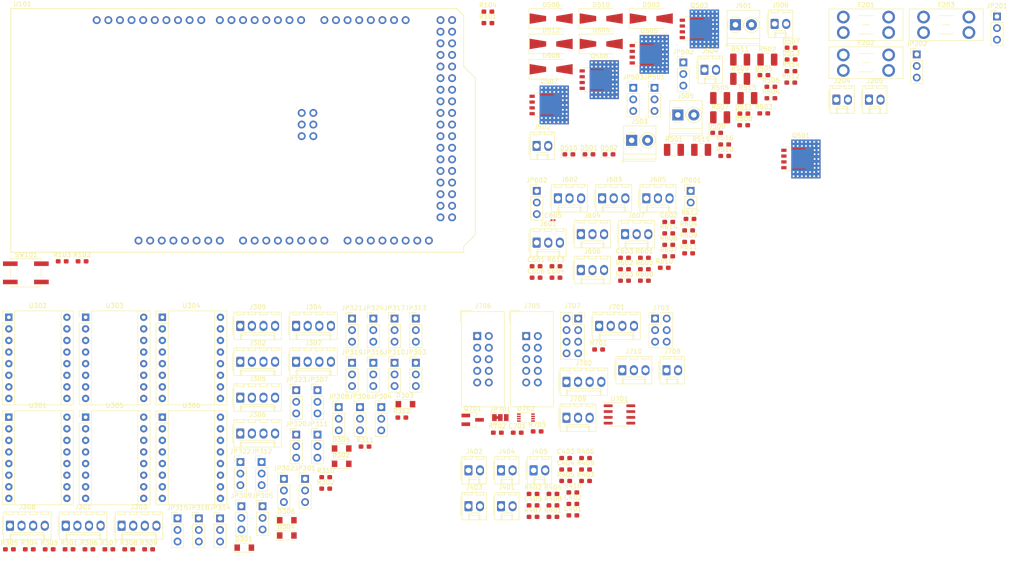
<source format=kicad_pcb>
(kicad_pcb (version 20171130) (host pcbnew 5.1.4-e60b266~84~ubuntu18.04.1)
  (layers (0 F.Cu signal) (31 B.Cu signal) (34 B.Paste user) (35 F.Paste user) (36 B.SilkS user) (37 F.SilkS user) (38 B.Mask user) (39 F.Mask user) (44 Edge.Cuts user))
  (net 0 "")
  (net 1 GND)
  (net 2 THERMISTOR4)
  (net 3 THERMISTOR3)
  (net 4 THERMISTOR2)
  (net 5 THERMISTOR1)
  (net 6 THERMISTOR0)
  (net 7 X_MIN)
  (net 8 X_MAX)
  (net 9 Y_MIN)
  (net 10 Y_MAX)
  (net 11 Z_MAX)
  (net 12 Z_MIN)
  (net 13 +3V3)
  (net 14 +VMOT)
  (net 15 "Net-(D501-Pad2)")
  (net 16 "Net-(D501-Pad1)")
  (net 17 "Net-(D513-Pad2)")
  (net 18 "Net-(D513-Pad1)")
  (net 19 "Net-(D515-Pad1)")
  (net 20 "Net-(D515-Pad2)")
  (net 21 "Net-(F201-Pad1)")
  (net 22 "Net-(F202-Pad1)")
  (net 23 +VBED)
  (net 24 "Net-(F203-Pad1)")
  (net 25 +5V)
  (net 26 LCD_D7)
  (net 27 LCD_D6)
  (net 28 LCD_D5)
  (net 29 LCD_D4-CLK)
  (net 30 LCD_RS-CS)
  (net 31 LCD_E-SID)
  (net 32 LCD_ENCBTN)
  (net 33 LCD_BEEP)
  (net 34 MISO)
  (net 35 SCK)
  (net 36 LCD_ENCB)
  (net 37 SDCS)
  (net 38 LCD_ENCA)
  (net 39 MOSI)
  (net 40 SD_DETECT)
  (net 41 LCD_STOPBTN)
  (net 42 ESP8266_RX)
  (net 43 RESET)
  (net 44 ESP8266_TX)
  (net 45 "Net-(J204-Pad1)")
  (net 46 "Net-(J205-Pad1)")
  (net 47 +5VI)
  (net 48 "Net-(JP301-Pad2)")
  (net 49 "Net-(JP302-Pad2)")
  (net 50 "Net-(JP303-Pad2)")
  (net 51 "Net-(JP304-Pad2)")
  (net 52 X_SPICS)
  (net 53 "Net-(JP305-Pad2)")
  (net 54 "Net-(JP306-Pad2)")
  (net 55 E0_SPICS)
  (net 56 "Net-(JP307-Pad1)")
  (net 57 "Net-(JP307-Pad2)")
  (net 58 "Net-(JP308-Pad2)")
  (net 59 "Net-(JP308-Pad1)")
  (net 60 "Net-(JP309-Pad2)")
  (net 61 "Net-(JP310-Pad2)")
  (net 62 "Net-(JP311-Pad2)")
  (net 63 "Net-(JP312-Pad2)")
  (net 64 Y_SPICS)
  (net 65 "Net-(JP313-Pad2)")
  (net 66 "Net-(JP314-Pad2)")
  (net 67 E1_SPICS)
  (net 68 "Net-(JP315-Pad2)")
  (net 69 "Net-(JP315-Pad1)")
  (net 70 "Net-(JP316-Pad2)")
  (net 71 "Net-(JP316-Pad1)")
  (net 72 "Net-(JP317-Pad2)")
  (net 73 "Net-(JP318-Pad2)")
  (net 74 "Net-(JP319-Pad2)")
  (net 75 "Net-(JP320-Pad2)")
  (net 76 Z_SPICS)
  (net 77 "Net-(JP321-Pad2)")
  (net 78 "Net-(JP322-Pad2)")
  (net 79 E2_SPICS)
  (net 80 "Net-(JP323-Pad2)")
  (net 81 "Net-(JP323-Pad1)")
  (net 82 "Net-(JP324-Pad1)")
  (net 83 "Net-(JP324-Pad2)")
  (net 84 "Net-(JP601-Pad2)")
  (net 85 HEAT0)
  (net 86 HEAT1)
  (net 87 HEAT2)
  (net 88 HEATBED0)
  (net 89 HEATBED1)
  (net 90 XYZ_EN)
  (net 91 E0_EN)
  (net 92 E1_EN)
  (net 93 E2_EN)
  (net 94 "Net-(J405-Pad2)")
  (net 95 "Net-(J404-Pad2)")
  (net 96 "Net-(J403-Pad2)")
  (net 97 "Net-(J402-Pad2)")
  (net 98 "Net-(J401-Pad2)")
  (net 99 FAN0)
  (net 100 FAN1)
  (net 101 FAN2)
  (net 102 "Net-(J601-Pad1)")
  (net 103 "Net-(J602-Pad1)")
  (net 104 "Net-(J603-Pad1)")
  (net 105 "Net-(Q601-Pad1)")
  (net 106 "Net-(J604-Pad1)")
  (net 107 "Net-(J605-Pad1)")
  (net 108 "Net-(J606-Pad1)")
  (net 109 "Net-(J607-Pad1)")
  (net 110 SDA)
  (net 111 SCL)
  (net 112 "Net-(J301-Pad1)")
  (net 113 "Net-(J301-Pad2)")
  (net 114 "Net-(J301-Pad3)")
  (net 115 "Net-(J301-Pad4)")
  (net 116 X_STEP)
  (net 117 X_DIR)
  (net 118 "Net-(J302-Pad1)")
  (net 119 "Net-(J302-Pad3)")
  (net 120 E0_STEP)
  (net 121 E0_DIR)
  (net 122 "Net-(J304-Pad1)")
  (net 123 "Net-(J303-Pad2)")
  (net 124 "Net-(J304-Pad3)")
  (net 125 "Net-(J303-Pad4)")
  (net 126 Y_STEP)
  (net 127 Y_DIR)
  (net 128 E1_DIR)
  (net 129 E1_STEP)
  (net 130 "Net-(J305-Pad3)")
  (net 131 "Net-(J305-Pad1)")
  (net 132 Z_DIR)
  (net 133 Z_STEP)
  (net 134 "Net-(J306-Pad4)")
  (net 135 "Net-(J307-Pad3)")
  (net 136 "Net-(J306-Pad2)")
  (net 137 "Net-(J307-Pad1)")
  (net 138 E2_DIR)
  (net 139 E2_STEP)
  (net 140 "Net-(J308-Pad3)")
  (net 141 "Net-(J308-Pad1)")
  (net 142 "Net-(J303-Pad3)")
  (net 143 "Net-(J303-Pad1)")
  (net 144 "Net-(J306-Pad1)")
  (net 145 "Net-(J306-Pad3)")
  (net 146 PWR_FAIL)
  (net 147 SERVO0)
  (net 148 SERVO1)
  (net 149 PS_ON)
  (net 150 "Net-(U101-Pad5V2)")
  (net 151 "Net-(U101-Pad5V1)")
  (net 152 "Net-(U101-PadIOREF)")
  (net 153 "Net-(U101-PadD0)")
  (net 154 "Net-(U101-PadD1)")
  (net 155 "Net-(U101-PadSCL1)")
  (net 156 "Net-(U101-PadSDA1)")
  (net 157 Z_PROBE)
  (net 158 "Net-(U101-PadD50)")
  (net 159 "Net-(U101-PadD51)")
  (net 160 "Net-(U101-PadD52)")
  (net 161 "Net-(U101-Pad~)")
  (net 162 "Net-(D502-Pad1)")
  (net 163 "Net-(D502-Pad2)")
  (net 164 "Net-(D505-Pad2)")
  (net 165 "Net-(D505-Pad1)")
  (net 166 "Net-(D509-Pad1)")
  (net 167 "Net-(D509-Pad2)")
  (net 168 "Net-(U101-Pad~RST1)")
  (net 169 "Net-(U101-PadAREF)")
  (net 170 +VPWR)
  (net 171 "Net-(D504-Pad1)")
  (net 172 "Net-(D507-Pad2)")
  (net 173 "Net-(D507-Pad1)")
  (net 174 "Net-(D508-Pad1)")
  (net 175 "Net-(D511-Pad1)")
  (net 176 "Net-(D511-Pad2)")
  (net 177 "Net-(D512-Pad1)")
  (net 178 "Net-(J304-Pad2)")
  (net 179 "Net-(J304-Pad4)")
  (net 180 "Net-(J307-Pad4)")
  (net 181 "Net-(J307-Pad2)")
  (net 182 "Net-(J309-Pad4)")
  (net 183 "Net-(J309-Pad3)")
  (net 184 "Net-(J309-Pad2)")
  (net 185 "Net-(J309-Pad1)")
  (net 186 "Net-(J603-Pad2)")
  (net 187 /Devices/RX)
  (net 188 /Devices/TX)
  (net 189 "Net-(J703-Pad3)")
  (net 190 "Net-(J706-Pad10)")
  (net 191 "Net-(J707-Pad3)")
  (net 192 "Net-(J707-Pad5)")
  (net 193 "Net-(JP701-Pad2)")
  (net 194 "Net-(Q701-Pad3)")
  (net 195 /SDA-D20)
  (net 196 /SCL-D21)
  (net 197 ADVREF)
  (net 198 "Net-(J704-Pad1)")
  (net 199 "Net-(U101-PadA5)")
  (net 200 "Net-(U101-PadA6)")
  (net 201 "Net-(U101-Pad5V3)")
  (net 202 "Net-(U101-Pad5V4)")
  (module Capacitor_SMD:C_0603_1608Metric_Pad1.05x0.95mm_HandSolder (layer F.Cu) (at 823.405001 199.925001)
    (fp_text reference C401 (at 0 -1.43) (layer F.SilkS))
    (fp_text value 2u2)
    (pad 2 smd roundrect (at 0.875 0) (size 1.05 0.95) (layers F.Cu F.Paste F.Mask) (net 1 GND))
    (pad 1 smd roundrect (at -0.875 0) (size 1.05 0.95) (layers F.Cu F.Paste F.Mask) (net 2 THERMISTOR4))
  )
  (module Capacitor_SMD:C_0603_1608Metric_Pad1.05x0.95mm_HandSolder (layer F.Cu) (at 823.405001 197.415001)
    (fp_text reference C402 (at 0 -1.43) (layer F.SilkS))
    (fp_text value 2u2)
    (pad 1 smd roundrect (at -0.875 0) (size 1.05 0.95) (layers F.Cu F.Paste F.Mask) (net 3 THERMISTOR3))
    (pad 2 smd roundrect (at 0.875 0) (size 1.05 0.95) (layers F.Cu F.Paste F.Mask) (net 1 GND))
  )
  (module Capacitor_SMD:C_0603_1608Metric_Pad1.05x0.95mm_HandSolder (layer F.Cu) (at 821.835001 187.375001)
    (fp_text reference C403 (at 0 -1.43) (layer F.SilkS))
    (fp_text value 2u2)
    (pad 1 smd roundrect (at -0.875 0) (size 1.05 0.95) (layers F.Cu F.Paste F.Mask) (net 4 THERMISTOR2))
    (pad 2 smd roundrect (at 0.875 0) (size 1.05 0.95) (layers F.Cu F.Paste F.Mask) (net 1 GND))
  )
  (module Capacitor_SMD:C_0603_1608Metric_Pad1.05x0.95mm_HandSolder (layer F.Cu) (at 821.835001 189.885001)
    (fp_text reference C404 (at 0 -1.43) (layer F.SilkS))
    (fp_text value 2u2)
    (pad 2 smd roundrect (at 0.875 0) (size 1.05 0.95) (layers F.Cu F.Paste F.Mask) (net 1 GND))
    (pad 1 smd roundrect (at -0.875 0) (size 1.05 0.95) (layers F.Cu F.Paste F.Mask) (net 5 THERMISTOR1))
  )
  (module Capacitor_SMD:C_0603_1608Metric_Pad1.05x0.95mm_HandSolder (layer F.Cu) (at 814.705001 197.735001)
    (fp_text reference C405 (at 0 -1.43) (layer F.SilkS))
    (fp_text value 2u2)
    (pad 1 smd roundrect (at -0.875 0) (size 1.05 0.95) (layers F.Cu F.Paste F.Mask) (net 6 THERMISTOR0))
    (pad 2 smd roundrect (at 0.875 0) (size 1.05 0.95) (layers F.Cu F.Paste F.Mask) (net 1 GND))
  )
  (module Capacitor_SMD:C_0603_1608Metric_Pad1.05x0.95mm_HandSolder (layer F.Cu) (at 815.365001 145.385001)
    (fp_text reference C601 (at 0 -1.43) (layer F.SilkS))
    (fp_text value 100n)
    (pad 2 smd roundrect (at 0.875 0) (size 1.05 0.95) (layers F.Cu F.Paste F.Mask) (net 1 GND))
    (pad 1 smd roundrect (at -0.875 0) (size 1.05 0.95) (layers F.Cu F.Paste F.Mask) (net 7 X_MIN))
  )
  (module Capacitor_SMD:C_0603_1608Metric_Pad1.05x0.95mm_HandSolder (layer F.Cu) (at 844.375001 135.685001)
    (fp_text reference C602 (at 0 -1.43) (layer F.SilkS))
    (fp_text value 100n)
    (pad 1 smd roundrect (at -0.875 0) (size 1.05 0.95) (layers F.Cu F.Paste F.Mask) (net 8 X_MAX))
    (pad 2 smd roundrect (at 0.875 0) (size 1.05 0.95) (layers F.Cu F.Paste F.Mask) (net 1 GND))
  )
  (module Capacitor_SMD:C_0603_1608Metric_Pad1.05x0.95mm_HandSolder (layer F.Cu) (at 834.705001 143.535001)
    (fp_text reference C603 (at 0 -1.43) (layer F.SilkS))
    (fp_text value 100n)
    (pad 1 smd roundrect (at -0.875 0) (size 1.05 0.95) (layers F.Cu F.Paste F.Mask) (net 9 Y_MIN))
    (pad 2 smd roundrect (at 0.875 0) (size 1.05 0.95) (layers F.Cu F.Paste F.Mask) (net 1 GND))
  )
  (module Capacitor_SMD:C_0603_1608Metric_Pad1.05x0.95mm_HandSolder (layer F.Cu) (at 819.715001 147.895001)
    (fp_text reference C604 (at 0 -1.43) (layer F.SilkS))
    (fp_text value 100n)
    (pad 2 smd roundrect (at 0.875 0) (size 1.05 0.95) (layers F.Cu F.Paste F.Mask) (net 1 GND))
    (pad 1 smd roundrect (at -0.875 0) (size 1.05 0.95) (layers F.Cu F.Paste F.Mask) (net 10 Y_MAX))
  )
  (module Capacitor_SMD:C_0201_0603Metric (layer F.Cu) (at 819.065001 135.305001)
    (fp_text reference C605 (at 0 -1.05) (layer F.SilkS))
    (fp_text value 100n)
    (pad 1 smd roundrect (at -0.32 0) (size 0.46 0.4) (layers F.Cu F.Mask) (net 12 Z_MIN))
    (pad 2 smd roundrect (at 0.32 0) (size 0.46 0.4) (layers F.Cu F.Mask) (net 1 GND))
  )
  (module Capacitor_SMD:C_0603_1608Metric_Pad1.05x0.95mm_HandSolder (layer F.Cu) (at 815.365001 147.895001)
    (fp_text reference C606 (at 0 -1.43) (layer F.SilkS))
    (fp_text value 100n)
    (pad 1 smd roundrect (at -0.875 0) (size 1.05 0.95) (layers F.Cu F.Paste F.Mask) (net 11 Z_MAX))
    (pad 2 smd roundrect (at 0.875 0) (size 1.05 0.95) (layers F.Cu F.Paste F.Mask) (net 1 GND))
  )
  (module Capacitor_SMD:C_0603_1608Metric_Pad1.05x0.95mm_HandSolder (layer F.Cu) (at 811.245001 181.825001)
    (fp_text reference C701 (at 0 -1.43) (layer F.SilkS))
    (fp_text value 100n)
    (pad 2 smd roundrect (at 0.875 0) (size 1.05 0.95) (layers F.Cu F.Paste F.Mask) (net 1 GND))
    (pad 1 smd roundrect (at -0.875 0) (size 1.05 0.95) (layers F.Cu F.Paste F.Mask) (net 13 +3V3))
  )
  (module Diode_SMD:D_SOD-123FL (layer F.Cu) (at 751.555001 206.985001)
    (fp_text reference D301 (at -0.127 -1.905) (layer F.SilkS))
    (fp_text value "3A 100V")
    (pad 1 smd rect (at -1.55 0) (size 1.2 1.4) (layers F.Cu F.Paste F.Mask) (net 14 +VMOT))
    (pad 2 smd rect (at 1.55 0) (size 1.2 1.4) (layers F.Cu F.Paste F.Mask) (net 13 +3V3))
  )
  (module Diode_SMD:D_SOD-123FL (layer F.Cu) (at 772.855001 188.635001)
    (fp_text reference D302 (at -0.127 -1.905) (layer F.SilkS))
    (fp_text value "3A 100V")
    (pad 2 smd rect (at 1.55 0) (size 1.2 1.4) (layers F.Cu F.Paste F.Mask) (net 13 +3V3))
    (pad 1 smd rect (at -1.55 0) (size 1.2 1.4) (layers F.Cu F.Paste F.Mask) (net 14 +VMOT))
  )
  (module Diode_SMD:D_SOD-123FL (layer F.Cu) (at 786.805001 175.585001)
    (fp_text reference D303 (at -0.127 -1.905) (layer F.SilkS))
    (fp_text value "3A 100V")
    (pad 1 smd rect (at -1.55 0) (size 1.2 1.4) (layers F.Cu F.Paste F.Mask) (net 14 +VMOT))
    (pad 2 smd rect (at 1.55 0) (size 1.2 1.4) (layers F.Cu F.Paste F.Mask) (net 13 +3V3))
  )
  (module Diode_SMD:D_SOD-123FL (layer F.Cu) (at 760.855001 204.335001)
    (fp_text reference D304 (at -0.127 -1.905) (layer F.SilkS))
    (fp_text value "3A 100V")
    (pad 1 smd rect (at -1.55 0) (size 1.2 1.4) (layers F.Cu F.Paste F.Mask) (net 14 +VMOT))
    (pad 2 smd rect (at 1.55 0) (size 1.2 1.4) (layers F.Cu F.Paste F.Mask) (net 13 +3V3))
  )
  (module Diode_SMD:D_SOD-123FL (layer F.Cu) (at 772.855001 185.285001)
    (fp_text reference D305 (at -0.127 -1.905) (layer F.SilkS))
    (fp_text value "3A 100V")
    (pad 2 smd rect (at 1.55 0) (size 1.2 1.4) (layers F.Cu F.Paste F.Mask) (net 13 +3V3))
    (pad 1 smd rect (at -1.55 0) (size 1.2 1.4) (layers F.Cu F.Paste F.Mask) (net 14 +VMOT))
  )
  (module Diode_SMD:D_SOD-123FL (layer F.Cu) (at 760.855001 200.985001)
    (fp_text reference D306 (at -0.127 -1.905) (layer F.SilkS))
    (fp_text value "3A 100V")
    (pad 2 smd rect (at 1.55 0) (size 1.2 1.4) (layers F.Cu F.Paste F.Mask) (net 13 +3V3))
    (pad 1 smd rect (at -1.55 0) (size 1.2 1.4) (layers F.Cu F.Paste F.Mask) (net 14 +VMOT))
  )
  (module LED_SMD:LED_0603_1608Metric_Pad1.05x0.95mm_HandSolder (layer F.Cu) (at 826.930001 120.895001)
    (fp_text reference D501 (at 0 -1.43) (layer F.SilkS))
    (fp_text value LED_Small)
    (pad 1 smd roundrect (at -0.875 0) (size 1.05 0.95) (layers F.Cu F.Paste F.Mask) (net 16 "Net-(D501-Pad1)"))
    (pad 2 smd roundrect (at 0.875 0) (size 1.05 0.95) (layers F.Cu F.Paste F.Mask) (net 15 "Net-(D501-Pad2)"))
  )
  (module LED_SMD:LED_0603_1608Metric_Pad1.05x0.95mm_HandSolder (layer F.Cu) (at 831.320001 120.895001)
    (fp_text reference D502 (at 0 -1.43) (layer F.SilkS))
    (fp_text value LED_Small)
    (pad 2 smd roundrect (at 0.875 0) (size 1.05 0.95) (layers F.Cu F.Paste F.Mask) (net 163 "Net-(D502-Pad2)"))
    (pad 1 smd roundrect (at -0.875 0) (size 1.05 0.95) (layers F.Cu F.Paste F.Mask) (net 162 "Net-(D502-Pad1)"))
  )
  (module Diode_SMD:D_SMA-SMB_Universal_Handsoldering (layer F.Cu) (at 840.565001 91.175001)
    (fp_text reference D503 (at 0 -3) (layer F.SilkS))
    (fp_text value D_Schottky_Small_ALT)
    (pad 2 smd trapezoid (at 2.9 0 180) (size 3.6 1.7) (rect_delta 0.6 0) (layers F.Cu F.Paste F.Mask) (net 16 "Net-(D501-Pad1)"))
    (pad 1 smd trapezoid (at -2.9 0) (size 3.6 1.7) (rect_delta 0.6 0) (layers F.Cu F.Paste F.Mask) (net 170 +VPWR))
  )
  (module Diode_SMD:D_SMA-SMB_Universal_Handsoldering (layer F.Cu) (at 829.615001 96.725001)
    (fp_text reference D504 (at 0 -3) (layer F.SilkS))
    (fp_text value D_Schottky_Small_ALT)
    (pad 2 smd trapezoid (at 2.9 0 180) (size 3.6 1.7) (rect_delta 0.6 0) (layers F.Cu F.Paste F.Mask) (net 162 "Net-(D502-Pad1)"))
    (pad 1 smd trapezoid (at -2.9 0) (size 3.6 1.7) (rect_delta 0.6 0) (layers F.Cu F.Paste F.Mask) (net 171 "Net-(D504-Pad1)"))
  )
  (module LED_SMD:LED_0603_1608Metric_Pad1.05x0.95mm_HandSolder (layer F.Cu) (at 865.190001 103.555001)
    (fp_text reference D505 (at 0 -1.43) (layer F.SilkS))
    (fp_text value LED_Small)
    (pad 2 smd roundrect (at 0.875 0) (size 1.05 0.95) (layers F.Cu F.Paste F.Mask) (net 164 "Net-(D505-Pad2)"))
    (pad 1 smd roundrect (at -0.875 0) (size 1.05 0.95) (layers F.Cu F.Paste F.Mask) (net 165 "Net-(D505-Pad1)"))
  )
  (module Diode_SMD:D_SMA-SMB_Universal_Handsoldering (layer F.Cu) (at 818.665001 91.175001)
    (fp_text reference D506 (at 0 -3) (layer F.SilkS))
    (fp_text value D_Schottky_Small_ALT)
    (pad 1 smd trapezoid (at -2.9 0) (size 3.6 1.7) (rect_delta 0.6 0) (layers F.Cu F.Paste F.Mask) (net 170 +VPWR))
    (pad 2 smd trapezoid (at 2.9 0 180) (size 3.6 1.7) (rect_delta 0.6 0) (layers F.Cu F.Paste F.Mask) (net 165 "Net-(D505-Pad1)"))
  )
  (module LED_SMD:LED_0603_1608Metric_Pad1.05x0.95mm_HandSolder (layer F.Cu) (at 871.140001 97.545001)
    (fp_text reference D507 (at 0 -1.43) (layer F.SilkS))
    (fp_text value LED_Small)
    (pad 2 smd roundrect (at 0.875 0) (size 1.05 0.95) (layers F.Cu F.Paste F.Mask) (net 172 "Net-(D507-Pad2)"))
    (pad 1 smd roundrect (at -0.875 0) (size 1.05 0.95) (layers F.Cu F.Paste F.Mask) (net 173 "Net-(D507-Pad1)"))
  )
  (module Diode_SMD:D_SMA-SMB_Universal_Handsoldering (layer F.Cu) (at 818.665001 102.275001)
    (fp_text reference D508 (at 0 -3) (layer F.SilkS))
    (fp_text value D_Schottky_Small_ALT)
    (pad 1 smd trapezoid (at -2.9 0) (size 3.6 1.7) (rect_delta 0.6 0) (layers F.Cu F.Paste F.Mask) (net 174 "Net-(D508-Pad1)"))
    (pad 2 smd trapezoid (at 2.9 0 180) (size 3.6 1.7) (rect_delta 0.6 0) (layers F.Cu F.Paste F.Mask) (net 173 "Net-(D507-Pad1)"))
  )
  (module LED_SMD:LED_0603_1608Metric_Pad1.05x0.95mm_HandSolder (layer F.Cu) (at 854.860001 116.185001)
    (fp_text reference D509 (at 0 -1.43) (layer F.SilkS))
    (fp_text value LED_Small)
    (pad 1 smd roundrect (at -0.875 0) (size 1.05 0.95) (layers F.Cu F.Paste F.Mask) (net 166 "Net-(D509-Pad1)"))
    (pad 2 smd roundrect (at 0.875 0) (size 1.05 0.95) (layers F.Cu F.Paste F.Mask) (net 167 "Net-(D509-Pad2)"))
  )
  (module Diode_SMD:D_SMA-SMB_Universal_Handsoldering (layer F.Cu) (at 829.615001 91.175001)
    (fp_text reference D510 (at 0 -3) (layer F.SilkS))
    (fp_text value D_Schottky_Small_ALT)
    (pad 1 smd trapezoid (at -2.9 0) (size 3.6 1.7) (rect_delta 0.6 0) (layers F.Cu F.Paste F.Mask) (net 170 +VPWR))
    (pad 2 smd trapezoid (at 2.9 0 180) (size 3.6 1.7) (rect_delta 0.6 0) (layers F.Cu F.Paste F.Mask) (net 166 "Net-(D509-Pad1)"))
  )
  (module LED_SMD:LED_0603_1608Metric_Pad1.05x0.95mm_HandSolder (layer F.Cu) (at 860.810001 111.975001)
    (fp_text reference D511 (at 0 -1.43) (layer F.SilkS))
    (fp_text value LED_Small)
    (pad 1 smd roundrect (at -0.875 0) (size 1.05 0.95) (layers F.Cu F.Paste F.Mask) (net 175 "Net-(D511-Pad1)"))
    (pad 2 smd roundrect (at 0.875 0) (size 1.05 0.95) (layers F.Cu F.Paste F.Mask) (net 176 "Net-(D511-Pad2)"))
  )
  (module Diode_SMD:D_SMA-SMB_Universal_Handsoldering (layer F.Cu) (at 818.665001 96.725001)
    (fp_text reference D512 (at 0 -3) (layer F.SilkS))
    (fp_text value D_Schottky_Small_ALT)
    (pad 2 smd trapezoid (at 2.9 0 180) (size 3.6 1.7) (rect_delta 0.6 0) (layers F.Cu F.Paste F.Mask) (net 175 "Net-(D511-Pad1)"))
    (pad 1 smd trapezoid (at -2.9 0) (size 3.6 1.7) (rect_delta 0.6 0) (layers F.Cu F.Paste F.Mask) (net 177 "Net-(D512-Pad1)"))
  )
  (module LED_SMD:LED_0603_1608Metric_Pad1.05x0.95mm_HandSolder (layer F.Cu) (at 871.140001 100.135001)
    (fp_text reference D513 (at 0 -1.43) (layer F.SilkS))
    (fp_text value LED_Small)
    (pad 2 smd roundrect (at 0.875 0) (size 1.05 0.95) (layers F.Cu F.Paste F.Mask) (net 17 "Net-(D513-Pad2)"))
    (pad 1 smd roundrect (at -0.875 0) (size 1.05 0.95) (layers F.Cu F.Paste F.Mask) (net 18 "Net-(D513-Pad1)"))
  )
  (module LED_SMD:LED_0603_1608Metric_Pad1.05x0.95mm_HandSolder (layer F.Cu) (at 822.540001 120.895001)
    (fp_text reference D515 (at 0 -1.43) (layer F.SilkS))
    (fp_text value LED_Small)
    (pad 1 smd roundrect (at -0.875 0) (size 1.05 0.95) (layers F.Cu F.Paste F.Mask) (net 19 "Net-(D515-Pad1)"))
    (pad 2 smd roundrect (at 0.875 0) (size 1.05 0.95) (layers F.Cu F.Paste F.Mask) (net 20 "Net-(D515-Pad2)"))
  )
  (module Fuse:Fuseholder_Blade_Mini_Keystone_3568 (layer F.Cu) (at 882.555001 90.845001)
    (fp_text reference F201 (at 4.96 -2.67) (layer F.SilkS))
    (fp_text value 10A)
    (pad 1 thru_hole circle (at 0 0) (size 2.78 2.78) (drill 1.78) (layers *.Cu *.Mask) (net 21 "Net-(F201-Pad1)"))
    (pad 1 thru_hole circle (at 0 3.4) (size 2.78 2.78) (drill 1.78) (layers *.Cu *.Mask) (net 21 "Net-(F201-Pad1)"))
    (pad 2 thru_hole circle (at 9.92 0) (size 2.78 2.78) (drill 1.78) (layers *.Cu *.Mask) (net 170 +VPWR))
    (pad 2 thru_hole circle (at 9.92 3.4) (size 2.78 2.78) (drill 1.78) (layers *.Cu *.Mask) (net 170 +VPWR))
  )
  (module Fuse:Fuseholder_Blade_Mini_Keystone_3568 (layer F.Cu) (at 882.555001 99.135001)
    (fp_text reference F202 (at 4.96 -2.67) (layer F.SilkS))
    (fp_text value 15A)
    (pad 2 thru_hole circle (at 9.92 3.4) (size 2.78 2.78) (drill 1.78) (layers *.Cu *.Mask) (net 14 +VMOT))
    (pad 2 thru_hole circle (at 9.92 0) (size 2.78 2.78) (drill 1.78) (layers *.Cu *.Mask) (net 14 +VMOT))
    (pad 1 thru_hole circle (at 0 3.4) (size 2.78 2.78) (drill 1.78) (layers *.Cu *.Mask) (net 22 "Net-(F202-Pad1)"))
    (pad 1 thru_hole circle (at 0 0) (size 2.78 2.78) (drill 1.78) (layers *.Cu *.Mask) (net 22 "Net-(F202-Pad1)"))
  )
  (module Fuse:Fuseholder_Blade_Mini_Keystone_3568 (layer F.Cu) (at 900.105001 90.845001)
    (fp_text reference F203 (at 4.96 -2.67) (layer F.SilkS))
    (fp_text value 25A)
    (pad 1 thru_hole circle (at 0 0) (size 2.78 2.78) (drill 1.78) (layers *.Cu *.Mask) (net 24 "Net-(F203-Pad1)"))
    (pad 1 thru_hole circle (at 0 3.4) (size 2.78 2.78) (drill 1.78) (layers *.Cu *.Mask) (net 24 "Net-(F203-Pad1)"))
    (pad 2 thru_hole circle (at 9.92 0) (size 2.78 2.78) (drill 1.78) (layers *.Cu *.Mask) (net 23 +VBED))
    (pad 2 thru_hole circle (at 9.92 3.4) (size 2.78 2.78) (drill 1.78) (layers *.Cu *.Mask) (net 23 +VBED))
  )
  (module Connector_Molex:Molex_KK-254_AE-6410-02A_1x02_P2.54mm_Vertical (layer F.Cu) (at 881.035001 108.925001)
    (fp_text reference J204 (at 1.27 -4.12) (layer F.SilkS))
    (fp_text value "Ext 5V")
    (pad 1 thru_hole roundrect (at 0 0) (size 1.74 2.2) (drill 1.2) (layers *.Cu *.Mask) (roundrect_rratio 0.143678) (net 45 "Net-(J204-Pad1)"))
    (pad 2 thru_hole oval (at 2.54 0) (size 1.74 2.2) (drill 1.2) (layers *.Cu *.Mask) (net 1 GND))
  )
  (module Connector_Molex:Molex_KK-254_AE-6410-02A_1x02_P2.54mm_Vertical (layer F.Cu) (at 888.165001 108.925001)
    (fp_text reference J205 (at 1.27 -4.12) (layer F.SilkS))
    (fp_text value "Ext 3V3")
    (pad 1 thru_hole roundrect (at 0 0) (size 1.74 2.2) (drill 1.2) (layers *.Cu *.Mask) (roundrect_rratio 0.143678) (net 46 "Net-(J205-Pad1)"))
    (pad 2 thru_hole oval (at 2.54 0) (size 1.74 2.2) (drill 1.2) (layers *.Cu *.Mask) (net 1 GND))
  )
  (module Connector_Molex:Molex_KK-254_AE-6410-04A_1x04_P2.54mm_Vertical (layer F.Cu) (at 712.505001 202.195001)
    (fp_text reference J301 (at 3.81 -4.12) (layer F.SilkS))
    (fp_text value XB)
    (pad 4 thru_hole oval (at 7.62 0) (size 1.74 2.2) (drill 1.2) (layers *.Cu *.Mask) (net 115 "Net-(J301-Pad4)"))
    (pad 3 thru_hole oval (at 5.08 0) (size 1.74 2.2) (drill 1.2) (layers *.Cu *.Mask) (net 114 "Net-(J301-Pad3)"))
    (pad 2 thru_hole oval (at 2.54 0) (size 1.74 2.2) (drill 1.2) (layers *.Cu *.Mask) (net 113 "Net-(J301-Pad2)"))
    (pad 1 thru_hole roundrect (at 0 0) (size 1.74 2.2) (drill 1.2) (layers *.Cu *.Mask) (roundrect_rratio 0.143678) (net 112 "Net-(J301-Pad1)"))
  )
  (module Connector_Molex:Molex_KK-254_AE-6410-04A_1x04_P2.54mm_Vertical (layer F.Cu) (at 750.665001 166.305001)
    (fp_text reference J302 (at 3.81 -4.12) (layer F.SilkS))
    (fp_text value XA)
    (pad 1 thru_hole roundrect (at 0 0) (size 1.74 2.2) (drill 1.2) (layers *.Cu *.Mask) (roundrect_rratio 0.143678) (net 118 "Net-(J302-Pad1)"))
    (pad 2 thru_hole oval (at 2.54 0) (size 1.74 2.2) (drill 1.2) (layers *.Cu *.Mask) (net 112 "Net-(J301-Pad1)"))
    (pad 3 thru_hole oval (at 5.08 0) (size 1.74 2.2) (drill 1.2) (layers *.Cu *.Mask) (net 119 "Net-(J302-Pad3)"))
    (pad 4 thru_hole oval (at 7.62 0) (size 1.74 2.2) (drill 1.2) (layers *.Cu *.Mask) (net 114 "Net-(J301-Pad3)"))
  )
  (module Connector_Molex:Molex_KK-254_AE-6410-04A_1x04_P2.54mm_Vertical (layer F.Cu) (at 724.715001 202.195001)
    (fp_text reference J303 (at 3.81 -4.12) (layer F.SilkS))
    (fp_text value E0)
    (pad 4 thru_hole oval (at 7.62 0) (size 1.74 2.2) (drill 1.2) (layers *.Cu *.Mask) (net 125 "Net-(J303-Pad4)"))
    (pad 3 thru_hole oval (at 5.08 0) (size 1.74 2.2) (drill 1.2) (layers *.Cu *.Mask) (net 142 "Net-(J303-Pad3)"))
    (pad 2 thru_hole oval (at 2.54 0) (size 1.74 2.2) (drill 1.2) (layers *.Cu *.Mask) (net 123 "Net-(J303-Pad2)"))
    (pad 1 thru_hole roundrect (at 0 0) (size 1.74 2.2) (drill 1.2) (layers *.Cu *.Mask) (roundrect_rratio 0.143678) (net 143 "Net-(J303-Pad1)"))
  )
  (module Connector_Molex:Molex_KK-254_AE-6410-04A_1x04_P2.54mm_Vertical (layer F.Cu) (at 762.875001 158.455001)
    (fp_text reference J304 (at 3.81 -4.12) (layer F.SilkS))
    (fp_text value YB)
    (pad 1 thru_hole roundrect (at 0 0) (size 1.74 2.2) (drill 1.2) (layers *.Cu *.Mask) (roundrect_rratio 0.143678) (net 122 "Net-(J304-Pad1)"))
    (pad 2 thru_hole oval (at 2.54 0) (size 1.74 2.2) (drill 1.2) (layers *.Cu *.Mask) (net 178 "Net-(J304-Pad2)"))
    (pad 3 thru_hole oval (at 5.08 0) (size 1.74 2.2) (drill 1.2) (layers *.Cu *.Mask) (net 124 "Net-(J304-Pad3)"))
    (pad 4 thru_hole oval (at 7.62 0) (size 1.74 2.2) (drill 1.2) (layers *.Cu *.Mask) (net 179 "Net-(J304-Pad4)"))
  )
  (module Connector_Molex:Molex_KK-254_AE-6410-04A_1x04_P2.54mm_Vertical (layer F.Cu) (at 750.665001 174.155001)
    (fp_text reference J305 (at 3.81 -4.12) (layer F.SilkS))
    (fp_text value YA)
    (pad 1 thru_hole roundrect (at 0 0) (size 1.74 2.2) (drill 1.2) (layers *.Cu *.Mask) (roundrect_rratio 0.143678) (net 131 "Net-(J305-Pad1)"))
    (pad 2 thru_hole oval (at 2.54 0) (size 1.74 2.2) (drill 1.2) (layers *.Cu *.Mask) (net 122 "Net-(J304-Pad1)"))
    (pad 3 thru_hole oval (at 5.08 0) (size 1.74 2.2) (drill 1.2) (layers *.Cu *.Mask) (net 130 "Net-(J305-Pad3)"))
    (pad 4 thru_hole oval (at 7.62 0) (size 1.74 2.2) (drill 1.2) (layers *.Cu *.Mask) (net 124 "Net-(J304-Pad3)"))
  )
  (module Connector_Molex:Molex_KK-254_AE-6410-04A_1x04_P2.54mm_Vertical (layer F.Cu) (at 750.665001 182.005001)
    (fp_text reference J306 (at 3.81 -4.12) (layer F.SilkS))
    (fp_text value E1)
    (pad 1 thru_hole roundrect (at 0 0) (size 1.74 2.2) (drill 1.2) (layers *.Cu *.Mask) (roundrect_rratio 0.143678) (net 144 "Net-(J306-Pad1)"))
    (pad 2 thru_hole oval (at 2.54 0) (size 1.74 2.2) (drill 1.2) (layers *.Cu *.Mask) (net 136 "Net-(J306-Pad2)"))
    (pad 3 thru_hole oval (at 5.08 0) (size 1.74 2.2) (drill 1.2) (layers *.Cu *.Mask) (net 145 "Net-(J306-Pad3)"))
    (pad 4 thru_hole oval (at 7.62 0) (size 1.74 2.2) (drill 1.2) (layers *.Cu *.Mask) (net 134 "Net-(J306-Pad4)"))
  )
  (module Connector_Molex:Molex_KK-254_AE-6410-04A_1x04_P2.54mm_Vertical (layer F.Cu) (at 762.875001 166.305001)
    (fp_text reference J307 (at 3.81 -4.12) (layer F.SilkS))
    (fp_text value ZB)
    (pad 4 thru_hole oval (at 7.62 0) (size 1.74 2.2) (drill 1.2) (layers *.Cu *.Mask) (net 180 "Net-(J307-Pad4)"))
    (pad 3 thru_hole oval (at 5.08 0) (size 1.74 2.2) (drill 1.2) (layers *.Cu *.Mask) (net 135 "Net-(J307-Pad3)"))
    (pad 2 thru_hole oval (at 2.54 0) (size 1.74 2.2) (drill 1.2) (layers *.Cu *.Mask) (net 181 "Net-(J307-Pad2)"))
    (pad 1 thru_hole roundrect (at 0 0) (size 1.74 2.2) (drill 1.2) (layers *.Cu *.Mask) (roundrect_rratio 0.143678) (net 137 "Net-(J307-Pad1)"))
  )
  (module Connector_Molex:Molex_KK-254_AE-6410-04A_1x04_P2.54mm_Vertical (layer F.Cu) (at 700.295001 202.195001)
    (fp_text reference J308 (at 3.81 -4.12) (layer F.SilkS))
    (fp_text value ZA)
    (pad 1 thru_hole roundrect (at 0 0) (size 1.74 2.2) (drill 1.2) (layers *.Cu *.Mask) (roundrect_rratio 0.143678) (net 141 "Net-(J308-Pad1)"))
    (pad 2 thru_hole oval (at 2.54 0) (size 1.74 2.2) (drill 1.2) (layers *.Cu *.Mask) (net 137 "Net-(J307-Pad1)"))
    (pad 3 thru_hole oval (at 5.08 0) (size 1.74 2.2) (drill 1.2) (layers *.Cu *.Mask) (net 140 "Net-(J308-Pad3)"))
    (pad 4 thru_hole oval (at 7.62 0) (size 1.74 2.2) (drill 1.2) (layers *.Cu *.Mask) (net 135 "Net-(J307-Pad3)"))
  )
  (module Connector_Molex:Molex_KK-254_AE-6410-04A_1x04_P2.54mm_Vertical (layer F.Cu) (at 750.665001 158.455001)
    (fp_text reference J309 (at 3.81 -4.12) (layer F.SilkS))
    (fp_text value E2)
    (pad 4 thru_hole oval (at 7.62 0) (size 1.74 2.2) (drill 1.2) (layers *.Cu *.Mask) (net 182 "Net-(J309-Pad4)"))
    (pad 3 thru_hole oval (at 5.08 0) (size 1.74 2.2) (drill 1.2) (layers *.Cu *.Mask) (net 183 "Net-(J309-Pad3)"))
    (pad 2 thru_hole oval (at 2.54 0) (size 1.74 2.2) (drill 1.2) (layers *.Cu *.Mask) (net 184 "Net-(J309-Pad2)"))
    (pad 1 thru_hole roundrect (at 0 0) (size 1.74 2.2) (drill 1.2) (layers *.Cu *.Mask) (roundrect_rratio 0.143678) (net 185 "Net-(J309-Pad1)"))
  )
  (module Connector_Molex:Molex_KK-254_AE-6410-02A_1x02_P2.54mm_Vertical (layer F.Cu) (at 807.695001 197.915001)
    (fp_text reference J401 (at 1.27 -4.12) (layer F.SilkS))
    (fp_text value TH0)
    (pad 1 thru_hole roundrect (at 0 0) (size 1.74 2.2) (drill 1.2) (layers *.Cu *.Mask) (roundrect_rratio 0.143678) (net 1 GND))
    (pad 2 thru_hole oval (at 2.54 0) (size 1.74 2.2) (drill 1.2) (layers *.Cu *.Mask) (net 98 "Net-(J401-Pad2)"))
  )
  (module Connector_Molex:Molex_KK-254_AE-6410-02A_1x02_P2.54mm_Vertical (layer F.Cu) (at 800.565001 190.065001)
    (fp_text reference J402 (at 1.27 -4.12) (layer F.SilkS))
    (fp_text value TH1)
    (pad 2 thru_hole oval (at 2.54 0) (size 1.74 2.2) (drill 1.2) (layers *.Cu *.Mask) (net 97 "Net-(J402-Pad2)"))
    (pad 1 thru_hole roundrect (at 0 0) (size 1.74 2.2) (drill 1.2) (layers *.Cu *.Mask) (roundrect_rratio 0.143678) (net 1 GND))
  )
  (module Connector_Molex:Molex_KK-254_AE-6410-02A_1x02_P2.54mm_Vertical (layer F.Cu) (at 800.565001 197.915001)
    (fp_text reference J403 (at 1.27 -4.12) (layer F.SilkS))
    (fp_text value TH2)
    (pad 1 thru_hole roundrect (at 0 0) (size 1.74 2.2) (drill 1.2) (layers *.Cu *.Mask) (roundrect_rratio 0.143678) (net 1 GND))
    (pad 2 thru_hole oval (at 2.54 0) (size 1.74 2.2) (drill 1.2) (layers *.Cu *.Mask) (net 96 "Net-(J403-Pad2)"))
  )
  (module Connector_Molex:Molex_KK-254_AE-6410-02A_1x02_P2.54mm_Vertical (layer F.Cu) (at 807.695001 190.065001)
    (fp_text reference J404 (at 1.27 -4.12) (layer F.SilkS))
    (fp_text value TH3)
    (pad 2 thru_hole oval (at 2.54 0) (size 1.74 2.2) (drill 1.2) (layers *.Cu *.Mask) (net 95 "Net-(J404-Pad2)"))
    (pad 1 thru_hole roundrect (at 0 0) (size 1.74 2.2) (drill 1.2) (layers *.Cu *.Mask) (roundrect_rratio 0.143678) (net 1 GND))
  )
  (module Connector_Molex:Molex_KK-254_AE-6410-02A_1x02_P2.54mm_Vertical (layer F.Cu) (at 814.825001 190.065001)
    (fp_text reference J405 (at 1.27 -4.12) (layer F.SilkS))
    (fp_text value TH4)
    (pad 1 thru_hole roundrect (at 0 0) (size 1.74 2.2) (drill 1.2) (layers *.Cu *.Mask) (roundrect_rratio 0.143678) (net 1 GND))
    (pad 2 thru_hole oval (at 2.54 0) (size 1.74 2.2) (drill 1.2) (layers *.Cu *.Mask) (net 94 "Net-(J405-Pad2)"))
  )
  (module TerminalBlock_Phoenix:TerminalBlock_Phoenix_PT-1,5-2-3.5-H_1x02_P3.50mm_Horizontal (layer F.Cu) (at 858.965001 92.525001)
    (fp_text reference J501 (at 1.75 -4.16) (layer F.SilkS))
    (fp_text value HE0)
    (pad 1 thru_hole rect (at 0 0) (size 2.4 2.4) (drill 1.2) (layers *.Cu *.Mask) (net 170 +VPWR))
    (pad 2 thru_hole circle (at 3.5 0) (size 2.4 2.4) (drill 1.2) (layers *.Cu *.Mask) (net 16 "Net-(D501-Pad1)"))
  )
  (module Connector_Molex:Molex_KK-254_AE-6410-02A_1x02_P2.54mm_Vertical (layer F.Cu) (at 815.485001 119.045001)
    (fp_text reference J502 (at 1.27 -4.12) (layer F.SilkS))
    (fp_text value FAN0)
    (pad 1 thru_hole roundrect (at 0 0) (size 1.74 2.2) (drill 1.2) (layers *.Cu *.Mask) (roundrect_rratio 0.143678) (net 171 "Net-(D504-Pad1)"))
    (pad 2 thru_hole oval (at 2.54 0) (size 1.74 2.2) (drill 1.2) (layers *.Cu *.Mask) (net 162 "Net-(D502-Pad1)"))
  )
  (module TerminalBlock_Phoenix:TerminalBlock_Phoenix_PT-1,5-2-3.5-H_1x02_P3.50mm_Horizontal (layer F.Cu) (at 836.265001 117.825001)
    (fp_text reference J503 (at 1.75 -4.16) (layer F.SilkS))
    (fp_text value HE1)
    (pad 2 thru_hole circle (at 3.5 0) (size 2.4 2.4) (drill 1.2) (layers *.Cu *.Mask) (net 165 "Net-(D505-Pad1)"))
    (pad 1 thru_hole rect (at 0 0) (size 2.4 2.4) (drill 1.2) (layers *.Cu *.Mask) (net 170 +VPWR))
  )
  (module Connector_Molex:Molex_KK-254_AE-6410-02A_1x02_P2.54mm_Vertical (layer F.Cu) (at 852.185001 102.395001)
    (fp_text reference J504 (at 1.27 -4.12) (layer F.SilkS))
    (fp_text value FAN1)
    (pad 2 thru_hole oval (at 2.54 0) (size 1.74 2.2) (drill 1.2) (layers *.Cu *.Mask) (net 173 "Net-(D507-Pad1)"))
    (pad 1 thru_hole roundrect (at 0 0) (size 1.74 2.2) (drill 1.2) (layers *.Cu *.Mask) (roundrect_rratio 0.143678) (net 174 "Net-(D508-Pad1)"))
  )
  (module TerminalBlock_Phoenix:TerminalBlock_Phoenix_PT-1,5-2-3.5-H_1x02_P3.50mm_Horizontal (layer F.Cu) (at 846.365001 112.275001)
    (fp_text reference J505 (at 1.75 -4.16) (layer F.SilkS))
    (fp_text value HE2)
    (pad 1 thru_hole rect (at 0 0) (size 2.4 2.4) (drill 1.2) (layers *.Cu *.Mask) (net 170 +VPWR))
    (pad 2 thru_hole circle (at 3.5 0) (size 2.4 2.4) (drill 1.2) (layers *.Cu *.Mask) (net 166 "Net-(D509-Pad1)"))
  )
  (module Connector_Molex:Molex_KK-254_AE-6410-02A_1x02_P2.54mm_Vertical (layer F.Cu) (at 867.535001 92.345001)
    (fp_text reference J506 (at 1.27 -4.12) (layer F.SilkS))
    (fp_text value FAN2)
    (pad 2 thru_hole oval (at 2.54 0) (size 1.74 2.2) (drill 1.2) (layers *.Cu *.Mask) (net 175 "Net-(D511-Pad1)"))
    (pad 1 thru_hole roundrect (at 0 0) (size 1.74 2.2) (drill 1.2) (layers *.Cu *.Mask) (roundrect_rratio 0.143678) (net 177 "Net-(D512-Pad1)"))
  )
  (module Connector_Molex:Molex_KK-254_AE-6410-03A_1x03_P2.54mm_Vertical (layer F.Cu) (at 815.485001 140.225001)
    (fp_text reference J601 (at 2.54 -4.12) (layer F.SilkS))
    (fp_text value XMIN)
    (pad 3 thru_hole oval (at 5.08 0) (size 1.74 2.2) (drill 1.2) (layers *.Cu *.Mask) (net 1 GND))
    (pad 2 thru_hole oval (at 2.54 0) (size 1.74 2.2) (drill 1.2) (layers *.Cu *.Mask) (net 13 +3V3))
    (pad 1 thru_hole roundrect (at 0 0) (size 1.74 2.2) (drill 1.2) (layers *.Cu *.Mask) (roundrect_rratio 0.143678) (net 102 "Net-(J601-Pad1)"))
  )
  (module Connector_Molex:Molex_KK-254_AE-6410-03A_1x03_P2.54mm_Vertical (layer F.Cu) (at 820.135001 130.525001)
    (fp_text reference J602 (at 2.54 -4.12) (layer F.SilkS))
    (fp_text value XMAX)
    (pad 3 thru_hole oval (at 5.08 0) (size 1.74 2.2) (drill 1.2) (layers *.Cu *.Mask) (net 1 GND))
    (pad 2 thru_hole oval (at 2.54 0) (size 1.74 2.2) (drill 1.2) (layers *.Cu *.Mask) (net 13 +3V3))
    (pad 1 thru_hole roundrect (at 0 0) (size 1.74 2.2) (drill 1.2) (layers *.Cu *.Mask) (roundrect_rratio 0.143678) (net 103 "Net-(J602-Pad1)"))
  )
  (module Connector_Molex:Molex_KK-254_AE-6410-03A_1x03_P2.54mm_Vertical (layer F.Cu) (at 829.805001 130.525001)
    (fp_text reference J603 (at 2.54 -4.12) (layer F.SilkS))
    (fp_text value ZPROBE)
    (pad 1 thru_hole roundrect (at 0 0) (size 1.74 2.2) (drill 1.2) (layers *.Cu *.Mask) (roundrect_rratio 0.143678) (net 104 "Net-(J603-Pad1)"))
    (pad 2 thru_hole oval (at 2.54 0) (size 1.74 2.2) (drill 1.2) (layers *.Cu *.Mask) (net 186 "Net-(J603-Pad2)"))
    (pad 3 thru_hole oval (at 5.08 0) (size 1.74 2.2) (drill 1.2) (layers *.Cu *.Mask) (net 1 GND))
  )
  (module Connector_Molex:Molex_KK-254_AE-6410-03A_1x03_P2.54mm_Vertical (layer F.Cu) (at 825.155001 138.375001)
    (fp_text reference J604 (at 2.54 -4.12) (layer F.SilkS))
    (fp_text value YMIN)
    (pad 1 thru_hole roundrect (at 0 0) (size 1.74 2.2) (drill 1.2) (layers *.Cu *.Mask) (roundrect_rratio 0.143678) (net 106 "Net-(J604-Pad1)"))
    (pad 2 thru_hole oval (at 2.54 0) (size 1.74 2.2) (drill 1.2) (layers *.Cu *.Mask) (net 13 +3V3))
    (pad 3 thru_hole oval (at 5.08 0) (size 1.74 2.2) (drill 1.2) (layers *.Cu *.Mask) (net 1 GND))
  )
  (module Connector_Molex:Molex_KK-254_AE-6410-03A_1x03_P2.54mm_Vertical (layer F.Cu) (at 839.475001 130.525001)
    (fp_text reference J605 (at 2.54 -4.12) (layer F.SilkS))
    (fp_text value YMAX)
    (pad 1 thru_hole roundrect (at 0 0) (size 1.74 2.2) (drill 1.2) (layers *.Cu *.Mask) (roundrect_rratio 0.143678) (net 107 "Net-(J605-Pad1)"))
    (pad 2 thru_hole oval (at 2.54 0) (size 1.74 2.2) (drill 1.2) (layers *.Cu *.Mask) (net 13 +3V3))
    (pad 3 thru_hole oval (at 5.08 0) (size 1.74 2.2) (drill 1.2) (layers *.Cu *.Mask) (net 1 GND))
  )
  (module Connector_Molex:Molex_KK-254_AE-6410-03A_1x03_P2.54mm_Vertical (layer F.Cu) (at 825.155001 146.225001)
    (fp_text reference J606 (at 2.54 -4.12) (layer F.SilkS))
    (fp_text value ZMIN)
    (pad 1 thru_hole roundrect (at 0 0) (size 1.74 2.2) (drill 1.2) (layers *.Cu *.Mask) (roundrect_rratio 0.143678) (net 108 "Net-(J606-Pad1)"))
    (pad 2 thru_hole oval (at 2.54 0) (size 1.74 2.2) (drill 1.2) (layers *.Cu *.Mask) (net 13 +3V3))
    (pad 3 thru_hole oval (at 5.08 0) (size 1.74 2.2) (drill 1.2) (layers *.Cu *.Mask) (net 1 GND))
  )
  (module Connector_Molex:Molex_KK-254_AE-6410-03A_1x03_P2.54mm_Vertical (layer F.Cu) (at 834.825001 138.375001)
    (fp_text reference J607 (at 2.54 -4.12) (layer F.SilkS))
    (fp_text value ZMAX)
    (pad 3 thru_hole oval (at 5.08 0) (size 1.74 2.2) (drill 1.2) (layers *.Cu *.Mask) (net 1 GND))
    (pad 2 thru_hole oval (at 2.54 0) (size 1.74 2.2) (drill 1.2) (layers *.Cu *.Mask) (net 13 +3V3))
    (pad 1 thru_hole roundrect (at 0 0) (size 1.74 2.2) (drill 1.2) (layers *.Cu *.Mask) (roundrect_rratio 0.143678) (net 109 "Net-(J607-Pad1)"))
  )
  (module Connector_Molex:Molex_KK-254_AE-6410-04A_1x04_P2.54mm_Vertical (layer F.Cu) (at 829.155001 158.455001)
    (fp_text reference J701 (at 3.81 -4.12) (layer F.SilkS))
    (fp_text value I2C)
    (pad 1 thru_hole roundrect (at 0 0) (size 1.74 2.2) (drill 1.2) (layers *.Cu *.Mask) (roundrect_rratio 0.143678) (net 13 +3V3))
    (pad 2 thru_hole oval (at 2.54 0) (size 1.74 2.2) (drill 1.2) (layers *.Cu *.Mask) (net 1 GND))
    (pad 3 thru_hole oval (at 5.08 0) (size 1.74 2.2) (drill 1.2) (layers *.Cu *.Mask) (net 110 SDA))
    (pad 4 thru_hole oval (at 7.62 0) (size 1.74 2.2) (drill 1.2) (layers *.Cu *.Mask) (net 111 SCL))
  )
  (module Connector_Molex:Molex_KK-254_AE-6410-04A_1x04_P2.54mm_Vertical (layer F.Cu) (at 822.005001 170.705001)
    (fp_text reference J702 (at 3.81 -4.12) (layer F.SilkS))
    (fp_text value NEXTION)
    (pad 4 thru_hole oval (at 7.62 0) (size 1.74 2.2) (drill 1.2) (layers *.Cu *.Mask) (net 1 GND))
    (pad 3 thru_hole oval (at 5.08 0) (size 1.74 2.2) (drill 1.2) (layers *.Cu *.Mask) (net 187 /Devices/RX))
    (pad 2 thru_hole oval (at 2.54 0) (size 1.74 2.2) (drill 1.2) (layers *.Cu *.Mask) (net 188 /Devices/TX))
    (pad 1 thru_hole roundrect (at 0 0) (size 1.74 2.2) (drill 1.2) (layers *.Cu *.Mask) (roundrect_rratio 0.143678) (net 25 +5V))
  )
  (module Connector_PinHeader_2.54mm:PinHeader_2x03_P2.54mm_Vertical (layer F.Cu) (at 841.395001 156.835001)
    (fp_text reference J703 (at 1.27 -2.33) (layer F.SilkS))
    (fp_text value SPI)
    (pad 1 thru_hole rect (at 0 0) (size 1.7 1.7) (drill 1) (layers *.Cu *.Mask) (net 13 +3V3))
    (pad 2 thru_hole oval (at 2.54 0) (size 1.7 1.7) (drill 1) (layers *.Cu *.Mask) (net 34 MISO))
    (pad 3 thru_hole oval (at 0 2.54) (size 1.7 1.7) (drill 1) (layers *.Cu *.Mask) (net 189 "Net-(J703-Pad3)"))
    (pad 4 thru_hole oval (at 2.54 2.54) (size 1.7 1.7) (drill 1) (layers *.Cu *.Mask) (net 39 MOSI))
    (pad 5 thru_hole oval (at 0 5.08) (size 1.7 1.7) (drill 1) (layers *.Cu *.Mask) (net 35 SCK))
    (pad 6 thru_hole oval (at 2.54 5.08) (size 1.7 1.7) (drill 1) (layers *.Cu *.Mask) (net 1 GND))
  )
  (module Connector_IDC:IDC-Header_2x05_P2.54mm_Vertical (layer F.Cu) (at 813.205001 160.670001)
    (fp_text reference J705 (at 1.27 -6.604) (layer F.SilkS))
    (fp_text value EXP1)
    (pad 10 thru_hole oval (at 2.54 10.16) (size 1.7272 1.7272) (drill 1.016) (layers *.Cu *.Mask) (net 25 +5V))
    (pad 9 thru_hole oval (at 0 10.16) (size 1.7272 1.7272) (drill 1.016) (layers *.Cu *.Mask) (net 1 GND))
    (pad 8 thru_hole oval (at 2.54 7.62) (size 1.7272 1.7272) (drill 1.016) (layers *.Cu *.Mask) (net 26 LCD_D7))
    (pad 7 thru_hole oval (at 0 7.62) (size 1.7272 1.7272) (drill 1.016) (layers *.Cu *.Mask) (net 27 LCD_D6))
    (pad 6 thru_hole oval (at 2.54 5.08) (size 1.7272 1.7272) (drill 1.016) (layers *.Cu *.Mask) (net 28 LCD_D5))
    (pad 5 thru_hole oval (at 0 5.08) (size 1.7272 1.7272) (drill 1.016) (layers *.Cu *.Mask) (net 29 LCD_D4-CLK))
    (pad 4 thru_hole oval (at 2.54 2.54) (size 1.7272 1.7272) (drill 1.016) (layers *.Cu *.Mask) (net 30 LCD_RS-CS))
    (pad 3 thru_hole oval (at 0 2.54) (size 1.7272 1.7272) (drill 1.016) (layers *.Cu *.Mask) (net 31 LCD_E-SID))
    (pad 2 thru_hole oval (at 2.54 0) (size 1.7272 1.7272) (drill 1.016) (layers *.Cu *.Mask) (net 32 LCD_ENCBTN))
    (pad 1 thru_hole rect (at 0 0) (size 1.7272 1.7272) (drill 1.016) (layers *.Cu *.Mask) (net 33 LCD_BEEP))
  )
  (module Connector_IDC:IDC-Header_2x05_P2.54mm_Vertical (layer F.Cu) (at 802.485001 160.670001)
    (fp_text reference J706 (at 1.27 -6.604) (layer F.SilkS))
    (fp_text value EXP1)
    (pad 1 thru_hole rect (at 0 0) (size 1.7272 1.7272) (drill 1.016) (layers *.Cu *.Mask) (net 34 MISO))
    (pad 2 thru_hole oval (at 2.54 0) (size 1.7272 1.7272) (drill 1.016) (layers *.Cu *.Mask) (net 35 SCK))
    (pad 3 thru_hole oval (at 0 2.54) (size 1.7272 1.7272) (drill 1.016) (layers *.Cu *.Mask) (net 36 LCD_ENCB))
    (pad 4 thru_hole oval (at 2.54 2.54) (size 1.7272 1.7272) (drill 1.016) (layers *.Cu *.Mask) (net 37 SDCS))
    (pad 5 thru_hole oval (at 0 5.08) (size 1.7272 1.7272) (drill 1.016) (layers *.Cu *.Mask) (net 38 LCD_ENCA))
    (pad 6 thru_hole oval (at 2.54 5.08) (size 1.7272 1.7272) (drill 1.016) (layers *.Cu *.Mask) (net 39 MOSI))
    (pad 7 thru_hole oval (at 0 7.62) (size 1.7272 1.7272) (drill 1.016) (layers *.Cu *.Mask) (net 40 SD_DETECT))
    (pad 8 thru_hole oval (at 2.54 7.62) (size 1.7272 1.7272) (drill 1.016) (layers *.Cu *.Mask) (net 41 LCD_STOPBTN))
    (pad 9 thru_hole oval (at 0 10.16) (size 1.7272 1.7272) (drill 1.016) (layers *.Cu *.Mask) (net 1 GND))
    (pad 10 thru_hole oval (at 2.54 10.16) (size 1.7272 1.7272) (drill 1.016) (layers *.Cu *.Mask) (net 190 "Net-(J706-Pad10)"))
  )
  (module Connector_PinSocket_2.54mm:PinSocket_2x04_P2.54mm_Vertical (layer F.Cu) (at 824.575001 156.835001)
    (fp_text reference J707 (at -1.27 -2.77) (layer F.SilkS))
    (fp_text value ESP8266)
    (pad 1 thru_hole rect (at 0 0) (size 1.7 1.7) (drill 1) (layers *.Cu *.Mask) (net 1 GND))
    (pad 2 thru_hole oval (at -2.54 0) (size 1.7 1.7) (drill 1) (layers *.Cu *.Mask) (net 42 ESP8266_RX))
    (pad 3 thru_hole oval (at 0 2.54) (size 1.7 1.7) (drill 1) (layers *.Cu *.Mask) (net 191 "Net-(J707-Pad3)"))
    (pad 4 thru_hole oval (at -2.54 2.54) (size 1.7 1.7) (drill 1) (layers *.Cu *.Mask) (net 13 +3V3))
    (pad 5 thru_hole oval (at 0 5.08) (size 1.7 1.7) (drill 1) (layers *.Cu *.Mask) (net 192 "Net-(J707-Pad5)"))
    (pad 6 thru_hole oval (at -2.54 5.08) (size 1.7 1.7) (drill 1) (layers *.Cu *.Mask) (net 43 RESET))
    (pad 7 thru_hole oval (at 0 7.62) (size 1.7 1.7) (drill 1) (layers *.Cu *.Mask) (net 44 ESP8266_TX))
    (pad 8 thru_hole oval (at -2.54 7.62) (size 1.7 1.7) (drill 1) (layers *.Cu *.Mask) (net 13 +3V3))
  )
  (module Connector_Molex:Molex_KK-254_AE-6410-02A_1x02_P2.54mm_Vertical (layer F.Cu) (at 843.885001 168.155001)
    (fp_text reference J708 (at 1.27 -4.12) (layer F.SilkS))
    (fp_text value PWRFAIL)
    (pad 2 thru_hole oval (at 2.54 0) (size 1.74 2.2) (drill 1.2) (layers *.Cu *.Mask) (net 1 GND))
    (pad 1 thru_hole roundrect (at 0 0) (size 1.74 2.2) (drill 1.2) (layers *.Cu *.Mask) (roundrect_rratio 0.143678) (net 146 PWR_FAIL))
  )
  (module Connector_Molex:Molex_KK-254_AE-6410-03A_1x03_P2.54mm_Vertical (layer F.Cu) (at 822.005001 178.555001)
    (fp_text reference J709 (at 2.54 -4.12) (layer F.SilkS))
    (fp_text value SERVO0)
    (pad 3 thru_hole oval (at 5.08 0) (size 1.74 2.2) (drill 1.2) (layers *.Cu *.Mask) (net 1 GND))
    (pad 2 thru_hole oval (at 2.54 0) (size 1.74 2.2) (drill 1.2) (layers *.Cu *.Mask) (net 13 +3V3))
    (pad 1 thru_hole roundrect (at 0 0) (size 1.74 2.2) (drill 1.2) (layers *.Cu *.Mask) (roundrect_rratio 0.143678) (net 147 SERVO0))
  )
  (module Connector_Molex:Molex_KK-254_AE-6410-03A_1x03_P2.54mm_Vertical (layer F.Cu) (at 834.215001 168.155001)
    (fp_text reference J710 (at 2.54 -4.12) (layer F.SilkS))
    (fp_text value SERVO1)
    (pad 1 thru_hole roundrect (at 0 0) (size 1.74 2.2) (drill 1.2) (layers *.Cu *.Mask) (roundrect_rratio 0.143678) (net 148 SERVO1))
    (pad 2 thru_hole oval (at 2.54 0) (size 1.74 2.2) (drill 1.2) (layers *.Cu *.Mask) (net 13 +3V3))
    (pad 3 thru_hole oval (at 5.08 0) (size 1.74 2.2) (drill 1.2) (layers *.Cu *.Mask) (net 1 GND))
  )
  (module Connector_PinHeader_2.54mm:PinHeader_1x03_P2.54mm_Vertical (layer F.Cu) (at 916.165001 90.725001)
    (fp_text reference JP201 (at 0 -2.33) (layer F.SilkS))
    (fp_text value Jumper_3_Open)
    (pad 3 thru_hole oval (at 0 5.08) (size 1.7 1.7) (drill 1) (layers *.Cu *.Mask) (net 45 "Net-(J204-Pad1)"))
    (pad 2 thru_hole oval (at 0 2.54) (size 1.7 1.7) (drill 1) (layers *.Cu *.Mask) (net 25 +5V))
    (pad 1 thru_hole rect (at 0 0) (size 1.7 1.7) (drill 1) (layers *.Cu *.Mask) (net 47 +5VI))
  )
  (module Connector_PinHeader_2.54mm:PinHeader_1x03_P2.54mm_Vertical (layer F.Cu) (at 898.615001 99.015001)
    (fp_text reference JP202 (at 0 -2.33) (layer F.SilkS))
    (fp_text value Jumper_3_Open)
    (pad 1 thru_hole rect (at 0 0) (size 1.7 1.7) (drill 1) (layers *.Cu *.Mask) (net 47 +5VI))
    (pad 2 thru_hole oval (at 0 2.54) (size 1.7 1.7) (drill 1) (layers *.Cu *.Mask) (net 13 +3V3))
    (pad 3 thru_hole oval (at 0 5.08) (size 1.7 1.7) (drill 1) (layers *.Cu *.Mask) (net 46 "Net-(J205-Pad1)"))
  )
  (module Connector_PinHeader_2.54mm:PinHeader_1x03_P2.54mm_Vertical (layer F.Cu) (at 764.855001 191.935001)
    (fp_text reference JP301 (at 0 -2.33) (layer F.SilkS))
    (fp_text value Jumper_3_Open)
    (pad 3 thru_hole oval (at 0 5.08) (size 1.7 1.7) (drill 1) (layers *.Cu *.Mask) (net 39 MOSI))
    (pad 2 thru_hole oval (at 0 2.54) (size 1.7 1.7) (drill 1) (layers *.Cu *.Mask) (net 48 "Net-(JP301-Pad2)"))
    (pad 1 thru_hole rect (at 0 0) (size 1.7 1.7) (drill 1) (layers *.Cu *.Mask) (net 13 +3V3))
  )
  (module Connector_PinHeader_2.54mm:PinHeader_1x03_P2.54mm_Vertical (layer F.Cu) (at 760.205001 191.935001)
    (fp_text reference JP302 (at 0 -2.33) (layer F.SilkS))
    (fp_text value Jumper_3_Open)
    (pad 1 thru_hole rect (at 0 0) (size 1.7 1.7) (drill 1) (layers *.Cu *.Mask) (net 13 +3V3))
    (pad 2 thru_hole oval (at 0 2.54) (size 1.7 1.7) (drill 1) (layers *.Cu *.Mask) (net 49 "Net-(JP302-Pad2)"))
    (pad 3 thru_hole oval (at 0 5.08) (size 1.7 1.7) (drill 1) (layers *.Cu *.Mask) (net 39 MOSI))
  )
  (module Connector_PinHeader_2.54mm:PinHeader_1x03_P2.54mm_Vertical (layer F.Cu) (at 789.065001 166.535001)
    (fp_text reference JP303 (at 0 -2.33) (layer F.SilkS))
    (fp_text value Jumper_3_Open)
    (pad 3 thru_hole oval (at 0 5.08) (size 1.7 1.7) (drill 1) (layers *.Cu *.Mask) (net 35 SCK))
    (pad 2 thru_hole oval (at 0 2.54) (size 1.7 1.7) (drill 1) (layers *.Cu *.Mask) (net 50 "Net-(JP303-Pad2)"))
    (pad 1 thru_hole rect (at 0 0) (size 1.7 1.7) (drill 1) (layers *.Cu *.Mask) (net 13 +3V3))
  )
  (module Connector_PinHeader_2.54mm:PinHeader_1x03_P2.54mm_Vertical (layer F.Cu) (at 781.505001 176.235001)
    (fp_text reference JP304 (at 0 -2.33) (layer F.SilkS))
    (fp_text value Jumper_3_Open)
    (pad 3 thru_hole oval (at 0 5.08) (size 1.7 1.7) (drill 1) (layers *.Cu *.Mask) (net 35 SCK))
    (pad 2 thru_hole oval (at 0 2.54) (size 1.7 1.7) (drill 1) (layers *.Cu *.Mask) (net 51 "Net-(JP304-Pad2)"))
    (pad 1 thru_hole rect (at 0 0) (size 1.7 1.7) (drill 1) (layers *.Cu *.Mask) (net 13 +3V3))
  )
  (module Connector_PinHeader_2.54mm:PinHeader_1x03_P2.54mm_Vertical (layer F.Cu) (at 755.555001 197.935001)
    (fp_text reference JP305 (at 0 -2.33) (layer F.SilkS))
    (fp_text value Jumper_3_Open)
    (pad 1 thru_hole rect (at 0 0) (size 1.7 1.7) (drill 1) (layers *.Cu *.Mask) (net 13 +3V3))
    (pad 2 thru_hole oval (at 0 2.54) (size 1.7 1.7) (drill 1) (layers *.Cu *.Mask) (net 53 "Net-(JP305-Pad2)"))
    (pad 3 thru_hole oval (at 0 5.08) (size 1.7 1.7) (drill 1) (layers *.Cu *.Mask) (net 52 X_SPICS))
  )
  (module Connector_PinHeader_2.54mm:PinHeader_1x03_P2.54mm_Vertical (layer F.Cu) (at 776.855001 176.235001)
    (fp_text reference JP306 (at 0 -2.33) (layer F.SilkS))
    (fp_text value Jumper_3_Open)
    (pad 1 thru_hole rect (at 0 0) (size 1.7 1.7) (drill 1) (layers *.Cu *.Mask) (net 13 +3V3))
    (pad 2 thru_hole oval (at 0 2.54) (size 1.7 1.7) (drill 1) (layers *.Cu *.Mask) (net 54 "Net-(JP306-Pad2)"))
    (pad 3 thru_hole oval (at 0 5.08) (size 1.7 1.7) (drill 1) (layers *.Cu *.Mask) (net 55 E0_SPICS))
  )
  (module Connector_PinHeader_2.54mm:PinHeader_1x03_P2.54mm_Vertical (layer F.Cu) (at 767.555001 172.535001)
    (fp_text reference JP307 (at 0 -2.33) (layer F.SilkS))
    (fp_text value Jumper_3_Open)
    (pad 3 thru_hole oval (at 0 5.08) (size 1.7 1.7) (drill 1) (layers *.Cu *.Mask) (net 34 MISO))
    (pad 2 thru_hole oval (at 0 2.54) (size 1.7 1.7) (drill 1) (layers *.Cu *.Mask) (net 57 "Net-(JP307-Pad2)"))
    (pad 1 thru_hole rect (at 0 0) (size 1.7 1.7) (drill 1) (layers *.Cu *.Mask) (net 56 "Net-(JP307-Pad1)"))
  )
  (module Connector_PinHeader_2.54mm:PinHeader_1x03_P2.54mm_Vertical (layer F.Cu) (at 772.205001 176.235001)
    (fp_text reference JP308 (at 0 -2.33) (layer F.SilkS))
    (fp_text value Jumper_3_Open)
    (pad 3 thru_hole oval (at 0 5.08) (size 1.7 1.7) (drill 1) (layers *.Cu *.Mask) (net 34 MISO))
    (pad 2 thru_hole oval (at 0 2.54) (size 1.7 1.7) (drill 1) (layers *.Cu *.Mask) (net 58 "Net-(JP308-Pad2)"))
    (pad 1 thru_hole rect (at 0 0) (size 1.7 1.7) (drill 1) (layers *.Cu *.Mask) (net 59 "Net-(JP308-Pad1)"))
  )
  (module Connector_PinHeader_2.54mm:PinHeader_1x03_P2.54mm_Vertical (layer F.Cu) (at 750.905001 197.935001)
    (fp_text reference JP309 (at 0 -2.33) (layer F.SilkS))
    (fp_text value Jumper_3_Open)
    (pad 1 thru_hole rect (at 0 0) (size 1.7 1.7) (drill 1) (layers *.Cu *.Mask) (net 13 +3V3))
    (pad 2 thru_hole oval (at 0 2.54) (size 1.7 1.7) (drill 1) (layers *.Cu *.Mask) (net 60 "Net-(JP309-Pad2)"))
    (pad 3 thru_hole oval (at 0 5.08) (size 1.7 1.7) (drill 1) (layers *.Cu *.Mask) (net 39 MOSI))
  )
  (module Connector_PinHeader_2.54mm:PinHeader_1x03_P2.54mm_Vertical (layer F.Cu) (at 784.415001 166.535001)
    (fp_text reference JP310 (at 0 -2.33) (layer F.SilkS))
    (fp_text value Jumper_3_Open)
    (pad 1 thru_hole rect (at 0 0) (size 1.7 1.7) (drill 1) (layers *.Cu *.Mask) (net 13 +3V3))
    (pad 2 thru_hole oval (at 0 2.54) (size 1.7 1.7) (drill 1) (layers *.Cu *.Mask) (net 61 "Net-(JP310-Pad2)"))
    (pad 3 thru_hole oval (at 0 5.08) (size 1.7 1.7) (drill 1) (layers *.Cu *.Mask) (net 39 MOSI))
  )
  (module Connector_PinHeader_2.54mm:PinHeader_1x03_P2.54mm_Vertical (layer F.Cu) (at 767.555001 182.235001)
    (fp_text reference JP311 (at 0 -2.33) (layer F.SilkS))
    (fp_text value Jumper_3_Open)
    (pad 3 thru_hole oval (at 0 5.08) (size 1.7 1.7) (drill 1) (layers *.Cu *.Mask) (net 35 SCK))
    (pad 2 thru_hole oval (at 0 2.54) (size 1.7 1.7) (drill 1) (layers *.Cu *.Mask) (net 62 "Net-(JP311-Pad2)"))
    (pad 1 thru_hole rect (at 0 0) (size 1.7 1.7) (drill 1) (layers *.Cu *.Mask) (net 13 +3V3))
  )
  (module Connector_PinHeader_2.54mm:PinHeader_1x03_P2.54mm_Vertical (layer F.Cu) (at 755.345001 188.235001)
    (fp_text reference JP312 (at 0 -2.33) (layer F.SilkS))
    (fp_text value Jumper_3_Open)
    (pad 3 thru_hole oval (at 0 5.08) (size 1.7 1.7) (drill 1) (layers *.Cu *.Mask) (net 35 SCK))
    (pad 2 thru_hole oval (at 0 2.54) (size 1.7 1.7) (drill 1) (layers *.Cu *.Mask) (net 63 "Net-(JP312-Pad2)"))
    (pad 1 thru_hole rect (at 0 0) (size 1.7 1.7) (drill 1) (layers *.Cu *.Mask) (net 13 +3V3))
  )
  (module Connector_PinHeader_2.54mm:PinHeader_1x03_P2.54mm_Vertical (layer F.Cu) (at 789.065001 156.835001)
    (fp_text reference JP313 (at 0 -2.33) (layer F.SilkS))
    (fp_text value Jumper_3_Open)
    (pad 1 thru_hole rect (at 0 0) (size 1.7 1.7) (drill 1) (layers *.Cu *.Mask) (net 13 +3V3))
    (pad 2 thru_hole oval (at 0 2.54) (size 1.7 1.7) (drill 1) (layers *.Cu *.Mask) (net 65 "Net-(JP313-Pad2)"))
    (pad 3 thru_hole oval (at 0 5.08) (size 1.7 1.7) (drill 1) (layers *.Cu *.Mask) (net 64 Y_SPICS))
  )
  (module Connector_PinHeader_2.54mm:PinHeader_1x03_P2.54mm_Vertical (layer F.Cu) (at 746.255001 200.575001)
    (fp_text reference JP314 (at 0 -2.33) (layer F.SilkS))
    (fp_text value Jumper_3_Open)
    (pad 1 thru_hole rect (at 0 0) (size 1.7 1.7) (drill 1) (layers *.Cu *.Mask) (net 13 +3V3))
    (pad 2 thru_hole oval (at 0 2.54) (size 1.7 1.7) (drill 1) (layers *.Cu *.Mask) (net 66 "Net-(JP314-Pad2)"))
    (pad 3 thru_hole oval (at 0 5.08) (size 1.7 1.7) (drill 1) (layers *.Cu *.Mask) (net 67 E1_SPICS))
  )
  (module Connector_PinHeader_2.54mm:PinHeader_1x03_P2.54mm_Vertical (layer F.Cu) (at 736.955001 200.575001)
    (fp_text reference JP315 (at 0 -2.33) (layer F.SilkS))
    (fp_text value Jumper_3_Open)
    (pad 3 thru_hole oval (at 0 5.08) (size 1.7 1.7) (drill 1) (layers *.Cu *.Mask) (net 34 MISO))
    (pad 2 thru_hole oval (at 0 2.54) (size 1.7 1.7) (drill 1) (layers *.Cu *.Mask) (net 68 "Net-(JP315-Pad2)"))
    (pad 1 thru_hole rect (at 0 0) (size 1.7 1.7) (drill 1) (layers *.Cu *.Mask) (net 69 "Net-(JP315-Pad1)"))
  )
  (module Connector_PinHeader_2.54mm:PinHeader_1x03_P2.54mm_Vertical (layer F.Cu) (at 779.765001 166.535001)
    (fp_text reference JP316 (at 0 -2.33) (layer F.SilkS))
    (fp_text value Jumper_3_Open)
    (pad 1 thru_hole rect (at 0 0) (size 1.7 1.7) (drill 1) (layers *.Cu *.Mask) (net 71 "Net-(JP316-Pad1)"))
    (pad 2 thru_hole oval (at 0 2.54) (size 1.7 1.7) (drill 1) (layers *.Cu *.Mask) (net 70 "Net-(JP316-Pad2)"))
    (pad 3 thru_hole oval (at 0 5.08) (size 1.7 1.7) (drill 1) (layers *.Cu *.Mask) (net 34 MISO))
  )
  (module Connector_PinHeader_2.54mm:PinHeader_1x03_P2.54mm_Vertical (layer F.Cu) (at 784.415001 156.835001)
    (fp_text reference JP317 (at 0 -2.33) (layer F.SilkS))
    (fp_text value Jumper_3_Open)
    (pad 1 thru_hole rect (at 0 0) (size 1.7 1.7) (drill 1) (layers *.Cu *.Mask) (net 13 +3V3))
    (pad 2 thru_hole oval (at 0 2.54) (size 1.7 1.7) (drill 1) (layers *.Cu *.Mask) (net 72 "Net-(JP317-Pad2)"))
    (pad 3 thru_hole oval (at 0 5.08) (size 1.7 1.7) (drill 1) (layers *.Cu *.Mask) (net 39 MOSI))
  )
  (module Connector_PinHeader_2.54mm:PinHeader_1x03_P2.54mm_Vertical (layer F.Cu) (at 741.605001 200.575001)
    (fp_text reference JP318 (at 0 -2.33) (layer F.SilkS))
    (fp_text value Jumper_3_Open)
    (pad 3 thru_hole oval (at 0 5.08) (size 1.7 1.7) (drill 1) (layers *.Cu *.Mask) (net 39 MOSI))
    (pad 2 thru_hole oval (at 0 2.54) (size 1.7 1.7) (drill 1) (layers *.Cu *.Mask) (net 73 "Net-(JP318-Pad2)"))
    (pad 1 thru_hole rect (at 0 0) (size 1.7 1.7) (drill 1) (layers *.Cu *.Mask) (net 13 +3V3))
  )
  (module Connector_PinHeader_2.54mm:PinHeader_1x03_P2.54mm_Vertical (layer F.Cu) (at 775.115001 166.535001)
    (fp_text reference JP319 (at 0 -2.33) (layer F.SilkS))
    (fp_text value Jumper_3_Open)
    (pad 3 thru_hole oval (at 0 5.08) (size 1.7 1.7) (drill 1) (layers *.Cu *.Mask) (net 35 SCK))
    (pad 2 thru_hole oval (at 0 2.54) (size 1.7 1.7) (drill 1) (layers *.Cu *.Mask) (net 74 "Net-(JP319-Pad2)"))
    (pad 1 thru_hole rect (at 0 0) (size 1.7 1.7) (drill 1) (layers *.Cu *.Mask) (net 13 +3V3))
  )
  (module Connector_PinHeader_2.54mm:PinHeader_1x03_P2.54mm_Vertical (layer F.Cu) (at 762.905001 182.235001)
    (fp_text reference JP320 (at 0 -2.33) (layer F.SilkS))
    (fp_text value Jumper_3_Open)
    (pad 1 thru_hole rect (at 0 0) (size 1.7 1.7) (drill 1) (layers *.Cu *.Mask) (net 13 +3V3))
    (pad 2 thru_hole oval (at 0 2.54) (size 1.7 1.7) (drill 1) (layers *.Cu *.Mask) (net 75 "Net-(JP320-Pad2)"))
    (pad 3 thru_hole oval (at 0 5.08) (size 1.7 1.7) (drill 1) (layers *.Cu *.Mask) (net 35 SCK))
  )
  (module Connector_PinHeader_2.54mm:PinHeader_1x03_P2.54mm_Vertical (layer F.Cu) (at 775.115001 156.835001)
    (fp_text reference JP321 (at 0 -2.33) (layer F.SilkS))
    (fp_text value Jumper_3_Open)
    (pad 1 thru_hole rect (at 0 0) (size 1.7 1.7) (drill 1) (layers *.Cu *.Mask) (net 13 +3V3))
    (pad 2 thru_hole oval (at 0 2.54) (size 1.7 1.7) (drill 1) (layers *.Cu *.Mask) (net 77 "Net-(JP321-Pad2)"))
    (pad 3 thru_hole oval (at 0 5.08) (size 1.7 1.7) (drill 1) (layers *.Cu *.Mask) (net 76 Z_SPICS))
  )
  (module Connector_PinHeader_2.54mm:PinHeader_1x03_P2.54mm_Vertical (layer F.Cu) (at 750.695001 188.235001)
    (fp_text reference JP322 (at 0 -2.33) (layer F.SilkS))
    (fp_text value Jumper_3_Open)
    (pad 3 thru_hole oval (at 0 5.08) (size 1.7 1.7) (drill 1) (layers *.Cu *.Mask) (net 79 E2_SPICS))
    (pad 2 thru_hole oval (at 0 2.54) (size 1.7 1.7) (drill 1) (layers *.Cu *.Mask) (net 78 "Net-(JP322-Pad2)"))
    (pad 1 thru_hole rect (at 0 0) (size 1.7 1.7) (drill 1) (layers *.Cu *.Mask) (net 13 +3V3))
  )
  (module Connector_PinHeader_2.54mm:PinHeader_1x03_P2.54mm_Vertical (layer F.Cu) (at 762.905001 172.535001)
    (fp_text reference JP323 (at 0 -2.33) (layer F.SilkS))
    (fp_text value Jumper_3_Open)
    (pad 3 thru_hole oval (at 0 5.08) (size 1.7 1.7) (drill 1) (layers *.Cu *.Mask) (net 34 MISO))
    (pad 2 thru_hole oval (at 0 2.54) (size 1.7 1.7) (drill 1) (layers *.Cu *.Mask) (net 80 "Net-(JP323-Pad2)"))
    (pad 1 thru_hole rect (at 0 0) (size 1.7 1.7) (drill 1) (layers *.Cu *.Mask) (net 81 "Net-(JP323-Pad1)"))
  )
  (module Connector_PinHeader_2.54mm:PinHeader_1x03_P2.54mm_Vertical (layer F.Cu) (at 779.765001 156.835001)
    (fp_text reference JP324 (at 0 -2.33) (layer F.SilkS))
    (fp_text value Jumper_3_Open)
    (pad 1 thru_hole rect (at 0 0) (size 1.7 1.7) (drill 1) (layers *.Cu *.Mask) (net 82 "Net-(JP324-Pad1)"))
    (pad 2 thru_hole oval (at 0 2.54) (size 1.7 1.7) (drill 1) (layers *.Cu *.Mask) (net 83 "Net-(JP324-Pad2)"))
    (pad 3 thru_hole oval (at 0 5.08) (size 1.7 1.7) (drill 1) (layers *.Cu *.Mask) (net 34 MISO))
  )
  (module Connector_PinHeader_2.54mm:PinHeader_1x03_P2.54mm_Vertical (layer F.Cu) (at 841.265001 106.325001)
    (fp_text reference JP501 (at 0 -2.33) (layer F.SilkS))
    (fp_text value Jumper_3_Open)
    (pad 1 thru_hole rect (at 0 0) (size 1.7 1.7) (drill 1) (layers *.Cu *.Mask) (net 47 +5VI))
    (pad 2 thru_hole oval (at 0 2.54) (size 1.7 1.7) (drill 1) (layers *.Cu *.Mask) (net 171 "Net-(D504-Pad1)"))
    (pad 3 thru_hole oval (at 0 5.08) (size 1.7 1.7) (drill 1) (layers *.Cu *.Mask) (net 170 +VPWR))
  )
  (module Connector_PinHeader_2.54mm:PinHeader_1x03_P2.54mm_Vertical (layer F.Cu) (at 847.565001 100.775001)
    (fp_text reference JP502 (at 0 -2.33) (layer F.SilkS))
    (fp_text value Jumper_3_Open)
    (pad 3 thru_hole oval (at 0 5.08) (size 1.7 1.7) (drill 1) (layers *.Cu *.Mask) (net 170 +VPWR))
    (pad 2 thru_hole oval (at 0 2.54) (size 1.7 1.7) (drill 1) (layers *.Cu *.Mask) (net 174 "Net-(D508-Pad1)"))
    (pad 1 thru_hole rect (at 0 0) (size 1.7 1.7) (drill 1) (layers *.Cu *.Mask) (net 47 +5VI))
  )
  (module Connector_PinHeader_2.54mm:PinHeader_1x03_P2.54mm_Vertical (layer F.Cu) (at 836.615001 106.325001)
    (fp_text reference JP503 (at 0 -2.33) (layer F.SilkS))
    (fp_text value Jumper_3_Open)
    (pad 1 thru_hole rect (at 0 0) (size 1.7 1.7) (drill 1) (layers *.Cu *.Mask) (net 47 +5VI))
    (pad 2 thru_hole oval (at 0 2.54) (size 1.7 1.7) (drill 1) (layers *.Cu *.Mask) (net 177 "Net-(D512-Pad1)"))
    (pad 3 thru_hole oval (at 0 5.08) (size 1.7 1.7) (drill 1) (layers *.Cu *.Mask) (net 170 +VPWR))
  )
  (module Connector_PinHeader_2.54mm:PinHeader_1x02_P2.54mm_Vertical (layer F.Cu) (at 849.175001 128.905001)
    (fp_text reference JP601 (at 0 -2.33) (layer F.SilkS))
    (fp_text value Jumper_NO_Small)
    (pad 1 thru_hole rect (at 0 0) (size 1.7 1.7) (drill 1) (layers *.Cu *.Mask) (net 13 +3V3))
    (pad 2 thru_hole oval (at 0 2.54) (size 1.7 1.7) (drill 1) (layers *.Cu *.Mask) (net 84 "Net-(JP601-Pad2)"))
  )
  (module Connector_PinHeader_2.54mm:PinHeader_1x03_P2.54mm_Vertical (layer F.Cu) (at 815.515001 128.905001)
    (fp_text reference JP602 (at 0 -2.33) (layer F.SilkS))
    (fp_text value Jumper_3_Open)
    (pad 3 thru_hole oval (at 0 5.08) (size 1.7 1.7) (drill 1) (layers *.Cu *.Mask) (net 170 +VPWR))
    (pad 2 thru_hole oval (at 0 2.54) (size 1.7 1.7) (drill 1) (layers *.Cu *.Mask) (net 186 "Net-(J603-Pad2)"))
    (pad 1 thru_hole rect (at 0 0) (size 1.7 1.7) (drill 1) (layers *.Cu *.Mask) (net 47 +5VI))
  )
  (module Jumper:SolderJumper-3_P1.3mm_Bridged12_Pad1.0x1.5mm (layer F.Cu) (at 807.545001 178.515001)
    (fp_text reference JP701 (at 0 -1.8) (layer F.SilkS))
    (fp_text value SolderJumper_3_Bridged123)
    (fp_poly (pts (xy -0.9 -0.3) (xy -0.4 -0.3) (xy -0.4 0.3) (xy -0.9 0.3)) (layer F.Cu) (width 0))
    (pad 1 smd rect (at -1.3 0) (size 1 1.5) (layers F.Cu F.Mask) (net 1 GND))
    (pad 3 smd rect (at 1.3 0) (size 1 1.5) (layers F.Cu F.Mask) (net 13 +3V3))
    (pad 2 smd rect (at 0 0) (size 1 1.5) (layers F.Cu F.Mask) (net 193 "Net-(JP701-Pad2)"))
  )
  (module Package_TO_SOT_SMD:LFPAK56_ThermalVias-1 (layer F.Cu) (at 872.395 121.92)
    (fp_text reference Q501 (at 0.8925 -5.13) (layer F.SilkS))
    (fp_text value BUK9Y14-40B)
    (pad 5 thru_hole rect (at 4.695 1.05 270) (size 1 1) (drill 0.4) (layers *.Cu) (net 16 "Net-(D501-Pad1)"))
    (pad 5 thru_hole rect (at 4.695 0 270) (size 1.4 1) (drill 0.4) (layers *.Cu) (net 16 "Net-(D501-Pad1)"))
    (pad 5 thru_hole rect (at 4.695 -2.86 270) (size 1 1) (drill 0.4) (layers *.Cu) (net 16 "Net-(D501-Pad1)"))
    (pad 5 thru_hole rect (at 4.695 -1.06 270) (size 1 1) (drill 0.4) (layers *.Cu) (net 16 "Net-(D501-Pad1)"))
    (pad 5 thru_hole rect (at 4.695 1.94 270) (size 1 1) (drill 0.4) (layers *.Cu) (net 16 "Net-(D501-Pad1)"))
    (pad 5 thru_hole rect (at 4.695 -1.95 270) (size 1 1) (drill 0.4) (layers *.Cu) (net 16 "Net-(D501-Pad1)"))
    (pad 5 thru_hole rect (at 4.695 2.75 270) (size 1 1) (drill 0.4) (layers *.Cu) (net 16 "Net-(D501-Pad1)"))
    (pad 5 thru_hole rect (at 4.695 -3.75 270) (size 1 1) (drill 0.4) (layers *.Cu) (net 16 "Net-(D501-Pad1)"))
    (pad 5 thru_hole rect (at 3.785 -3.75 270) (size 1 1) (drill 0.4) (layers *.Cu) (net 16 "Net-(D501-Pad1)"))
    (pad 5 thru_hole rect (at 1.995 -3.75 270) (size 1 1) (drill 0.4) (layers *.Cu) (net 16 "Net-(D501-Pad1)"))
    (pad 5 thru_hole rect (at 2.885 -3.75 270) (size 1 1) (drill 0.4) (layers *.Cu) (net 16 "Net-(D501-Pad1)"))
    (pad 5 thru_hole rect (at 0.195 -3.75 270) (size 1 1) (drill 0.4) (layers *.Cu) (net 16 "Net-(D501-Pad1)"))
    (pad 5 thru_hole rect (at -0.715 -3.75 270) (size 1 1) (drill 0.4) (layers *.Cu) (net 16 "Net-(D501-Pad1)"))
    (pad 5 thru_hole rect (at 1.095 -3.75 270) (size 1 1) (drill 0.4) (layers *.Cu) (net 16 "Net-(D501-Pad1)"))
    (pad 5 thru_hole rect (at 4.695 3.75 270) (size 1 1) (drill 0.4) (layers *.Cu) (net 16 "Net-(D501-Pad1)"))
    (pad 5 thru_hole rect (at 2.885 3.75 270) (size 1 1) (drill 0.4) (layers *.Cu) (net 16 "Net-(D501-Pad1)"))
    (pad 5 thru_hole rect (at -0.715 3.75 270) (size 1 1) (drill 0.4) (layers *.Cu) (net 16 "Net-(D501-Pad1)"))
    (pad 5 thru_hole rect (at 1.095 3.75 270) (size 1 1) (drill 0.4) (layers *.Cu) (net 16 "Net-(D501-Pad1)"))
    (pad 5 thru_hole rect (at 1.995 3.75 270) (size 1 1) (drill 0.4) (layers *.Cu) (net 16 "Net-(D501-Pad1)"))
    (pad 5 thru_hole rect (at 0.195 3.75 270) (size 1 1) (drill 0.4) (layers *.Cu) (net 16 "Net-(D501-Pad1)"))
    (pad 5 thru_hole rect (at 3.785 3.75 270) (size 1 1) (drill 0.4) (layers *.Cu) (net 16 "Net-(D501-Pad1)"))
    (pad 5 thru_hole rect (at 3.885 1.05 270) (size 1 1) (drill 0.4) (layers *.Cu) (net 16 "Net-(D501-Pad1)"))
    (pad 5 thru_hole rect (at 3.885 -1.06 270) (size 1 1) (drill 0.4) (layers *.Cu) (net 16 "Net-(D501-Pad1)"))
    (pad 5 thru_hole rect (at 3.885 0 270) (size 1.4 1) (drill 0.4) (layers *.Cu) (net 16 "Net-(D501-Pad1)"))
    (pad 5 thru_hole rect (at 3.885 -1.95 270) (size 1 1) (drill 0.4) (layers *.Cu) (net 16 "Net-(D501-Pad1)"))
    (pad 5 thru_hole rect (at 1.995 -2.86 270) (size 1 1) (drill 0.4) (layers *.Cu) (net 16 "Net-(D501-Pad1)"))
    (pad 5 thru_hole rect (at 1.095 -2.86 270) (size 1 1) (drill 0.4) (layers *.Cu) (net 16 "Net-(D501-Pad1)"))
    (pad 5 thru_hole rect (at 0.195 -2.86 270) (size 1 1) (drill 0.4) (layers *.Cu) (net 16 "Net-(D501-Pad1)"))
    (pad 5 thru_hole rect (at 3.785 -2.86 270) (size 1 1) (drill 0.4) (layers *.Cu) (net 16 "Net-(D501-Pad1)"))
    (pad 2 smd rect (at -2.835 -0.64 270) (size 0.7 1.15) (layers F.Cu F.Paste F.Mask) (net 1 GND))
    (pad 1 smd rect (at -2.835 -1.91 270) (size 0.7 1.15) (layers F.Cu F.Paste F.Mask) (net 1 GND))
    (pad 3 smd rect (at -2.835 0.63 270) (size 0.7 1.15) (layers F.Cu F.Paste F.Mask) (net 1 GND))
    (pad 5 smd rect (at 2.635 0 270) (size 4.7 1.55) (layers F.Cu F.Mask) (net 16 "Net-(D501-Pad1)"))
    (pad 5 smd rect (at 0.445 0 270) (size 4.2 3.3) (layers F.Cu F.Mask) (net 16 "Net-(D501-Pad1)"))
    (pad 4 smd rect (at -2.835 1.9 270) (size 0.7 1.15) (layers F.Cu F.Paste F.Mask) (net 85 HEAT0))
    (pad 5 thru_hole rect (at -0.715 2.84 270) (size 1 1) (drill 0.4) (layers *.Cu) (net 16 "Net-(D501-Pad1)"))
    (pad 5 thru_hole rect (at 0.195 2.84 270) (size 1 1) (drill 0.4) (layers *.Cu) (net 16 "Net-(D501-Pad1)"))
    (pad 5 thru_hole rect (at 1.095 2.84 270) (size 1 1) (drill 0.4) (layers *.Cu) (net 16 "Net-(D501-Pad1)"))
    (pad 5 thru_hole rect (at 1.995 2.84 270) (size 1 1) (drill 0.4) (layers *.Cu) (net 16 "Net-(D501-Pad1)"))
    (pad 5 thru_hole rect (at 2.885 2.84 270) (size 1 1) (drill 0.4) (layers *.Cu) (net 16 "Net-(D501-Pad1)"))
    (pad 5 thru_hole rect (at 3.785 2.84 270) (size 1 1) (drill 0.4) (layers *.Cu) (net 16 "Net-(D501-Pad1)"))
    (pad 5 thru_hole rect (at 3.885 1.94 270) (size 1 1) (drill 0.4) (layers *.Cu) (net 16 "Net-(D501-Pad1)"))
    (pad 5 thru_hole rect (at -0.715 -2.86 270) (size 1 1) (drill 0.4) (layers *.Cu) (net 16 "Net-(D501-Pad1)"))
    (pad 5 thru_hole rect (at 2.885 -2.86 270) (size 1 1) (drill 0.4) (layers *.Cu) (net 16 "Net-(D501-Pad1)"))
    (pad 5 smd rect (at 1.745 2.25 270) (size 0.5 0.5) (layers F.Cu) (net 16 "Net-(D501-Pad1)"))
    (pad 5 smd rect (at 1.745 -2.25 270) (size 0.5 0.5) (layers F.Cu) (net 16 "Net-(D501-Pad1)"))
    (pad 5 smd rect (at 2.635 0 270) (size 4.7 1.55) (layers B.Cu) (net 16 "Net-(D501-Pad1)"))
    (pad 5 smd rect (at 0.445 0 270) (size 4.2 3.3) (layers B.Cu) (net 16 "Net-(D501-Pad1)"))
    (pad 5 smd rect (at 0.445 -2.21 270) (size 0.6 3.3) (layers F.Cu) (net 16 "Net-(D501-Pad1)"))
    (pad 5 smd rect (at 0.445 2.2 270) (size 0.6 3.3) (layers F.Cu) (net 16 "Net-(D501-Pad1)"))
  )
  (module Package_TO_SOT_SMD:LFPAK56_ThermalVias-1 (layer F.Cu) (at 850.185001 93.445001)
    (fp_text reference Q503 (at 0.8925 -5.13) (layer F.SilkS))
    (fp_text value BUK9Y14-40B)
    (pad 5 thru_hole rect (at 4.695 1.05 270) (size 1 1) (drill 0.4) (layers *.Cu) (net 165 "Net-(D505-Pad1)"))
    (pad 5 thru_hole rect (at 4.695 0 270) (size 1.4 1) (drill 0.4) (layers *.Cu) (net 165 "Net-(D505-Pad1)"))
    (pad 5 thru_hole rect (at 4.695 -2.86 270) (size 1 1) (drill 0.4) (layers *.Cu) (net 165 "Net-(D505-Pad1)"))
    (pad 5 thru_hole rect (at 4.695 -1.06 270) (size 1 1) (drill 0.4) (layers *.Cu) (net 165 "Net-(D505-Pad1)"))
    (pad 5 thru_hole rect (at 4.695 1.94 270) (size 1 1) (drill 0.4) (layers *.Cu) (net 165 "Net-(D505-Pad1)"))
    (pad 5 thru_hole rect (at 4.695 -1.95 270) (size 1 1) (drill 0.4) (layers *.Cu) (net 165 "Net-(D505-Pad1)"))
    (pad 5 thru_hole rect (at 4.695 2.75 270) (size 1 1) (drill 0.4) (layers *.Cu) (net 165 "Net-(D505-Pad1)"))
    (pad 5 thru_hole rect (at 4.695 -3.75 270) (size 1 1) (drill 0.4) (layers *.Cu) (net 165 "Net-(D505-Pad1)"))
    (pad 5 thru_hole rect (at 3.785 -3.75 270) (size 1 1) (drill 0.4) (layers *.Cu) (net 165 "Net-(D505-Pad1)"))
    (pad 5 thru_hole rect (at 1.995 -3.75 270) (size 1 1) (drill 0.4) (layers *.Cu) (net 165 "Net-(D505-Pad1)"))
    (pad 5 thru_hole rect (at 2.885 -3.75 270) (size 1 1) (drill 0.4) (layers *.Cu) (net 165 "Net-(D505-Pad1)"))
    (pad 5 thru_hole rect (at 0.195 -3.75 270) (size 1 1) (drill 0.4) (layers *.Cu) (net 165 "Net-(D505-Pad1)"))
    (pad 5 thru_hole rect (at -0.715 -3.75 270) (size 1 1) (drill 0.4) (layers *.Cu) (net 165 "Net-(D505-Pad1)"))
    (pad 5 thru_hole rect (at 1.095 -3.75 270) (size 1 1) (drill 0.4) (layers *.Cu) (net 165 "Net-(D505-Pad1)"))
    (pad 5 thru_hole rect (at 4.695 3.75 270) (size 1 1) (drill 0.4) (layers *.Cu) (net 165 "Net-(D505-Pad1)"))
    (pad 5 thru_hole rect (at 2.885 3.75 270) (size 1 1) (drill 0.4) (layers *.Cu) (net 165 "Net-(D505-Pad1)"))
    (pad 5 thru_hole rect (at -0.715 3.75 270) (size 1 1) (drill 0.4) (layers *.Cu) (net 165 "Net-(D505-Pad1)"))
    (pad 5 thru_hole rect (at 1.095 3.75 270) (size 1 1) (drill 0.4) (layers *.Cu) (net 165 "Net-(D505-Pad1)"))
    (pad 5 thru_hole rect (at 1.995 3.75 270) (size 1 1) (drill 0.4) (layers *.Cu) (net 165 "Net-(D505-Pad1)"))
    (pad 5 thru_hole rect (at 0.195 3.75 270) (size 1 1) (drill 0.4) (layers *.Cu) (net 165 "Net-(D505-Pad1)"))
    (pad 5 thru_hole rect (at 3.785 3.75 270) (size 1 1) (drill 0.4) (layers *.Cu) (net 165 "Net-(D505-Pad1)"))
    (pad 5 thru_hole rect (at 3.885 1.05 270) (size 1 1) (drill 0.4) (layers *.Cu) (net 165 "Net-(D505-Pad1)"))
    (pad 5 thru_hole rect (at 3.885 -1.06 270) (size 1 1) (drill 0.4) (layers *.Cu) (net 165 "Net-(D505-Pad1)"))
    (pad 5 thru_hole rect (at 3.885 0 270) (size 1.4 1) (drill 0.4) (layers *.Cu) (net 165 "Net-(D505-Pad1)"))
    (pad 5 thru_hole rect (at 3.885 -1.95 270) (size 1 1) (drill 0.4) (layers *.Cu) (net 165 "Net-(D505-Pad1)"))
    (pad 5 thru_hole rect (at 1.995 -2.86 270) (size 1 1) (drill 0.4) (layers *.Cu) (net 165 "Net-(D505-Pad1)"))
    (pad 5 thru_hole rect (at 1.095 -2.86 270) (size 1 1) (drill 0.4) (layers *.Cu) (net 165 "Net-(D505-Pad1)"))
    (pad 5 thru_hole rect (at 0.195 -2.86 270) (size 1 1) (drill 0.4) (layers *.Cu) (net 165 "Net-(D505-Pad1)"))
    (pad 5 thru_hole rect (at 3.785 -2.86 270) (size 1 1) (drill 0.4) (layers *.Cu) (net 165 "Net-(D505-Pad1)"))
    (pad 2 smd rect (at -2.835 -0.64 270) (size 0.7 1.15) (layers F.Cu F.Paste F.Mask) (net 1 GND))
    (pad 1 smd rect (at -2.835 -1.91 270) (size 0.7 1.15) (layers F.Cu F.Paste F.Mask) (net 1 GND))
    (pad 3 smd rect (at -2.835 0.63 270) (size 0.7 1.15) (layers F.Cu F.Paste F.Mask) (net 1 GND))
    (pad 5 smd rect (at 2.635 0 270) (size 4.7 1.55) (layers F.Cu F.Mask) (net 165 "Net-(D505-Pad1)"))
    (pad 5 smd rect (at 0.445 0 270) (size 4.2 3.3) (layers F.Cu F.Mask) (net 165 "Net-(D505-Pad1)"))
    (pad 4 smd rect (at -2.835 1.9 270) (size 0.7 1.15) (layers F.Cu F.Paste F.Mask) (net 86 HEAT1))
    (pad 5 thru_hole rect (at -0.715 2.84 270) (size 1 1) (drill 0.4) (layers *.Cu) (net 165 "Net-(D505-Pad1)"))
    (pad 5 thru_hole rect (at 0.195 2.84 270) (size 1 1) (drill 0.4) (layers *.Cu) (net 165 "Net-(D505-Pad1)"))
    (pad 5 thru_hole rect (at 1.095 2.84 270) (size 1 1) (drill 0.4) (layers *.Cu) (net 165 "Net-(D505-Pad1)"))
    (pad 5 thru_hole rect (at 1.995 2.84 270) (size 1 1) (drill 0.4) (layers *.Cu) (net 165 "Net-(D505-Pad1)"))
    (pad 5 thru_hole rect (at 2.885 2.84 270) (size 1 1) (drill 0.4) (layers *.Cu) (net 165 "Net-(D505-Pad1)"))
    (pad 5 thru_hole rect (at 3.785 2.84 270) (size 1 1) (drill 0.4) (layers *.Cu) (net 165 "Net-(D505-Pad1)"))
    (pad 5 thru_hole rect (at 3.885 1.94 270) (size 1 1) (drill 0.4) (layers *.Cu) (net 165 "Net-(D505-Pad1)"))
    (pad 5 thru_hole rect (at -0.715 -2.86 270) (size 1 1) (drill 0.4) (layers *.Cu) (net 165 "Net-(D505-Pad1)"))
    (pad 5 thru_hole rect (at 2.885 -2.86 270) (size 1 1) (drill 0.4) (layers *.Cu) (net 165 "Net-(D505-Pad1)"))
    (pad 5 smd rect (at 1.745 2.25 270) (size 0.5 0.5) (layers F.Cu) (net 165 "Net-(D505-Pad1)"))
    (pad 5 smd rect (at 1.745 -2.25 270) (size 0.5 0.5) (layers F.Cu) (net 165 "Net-(D505-Pad1)"))
    (pad 5 smd rect (at 2.635 0 270) (size 4.7 1.55) (layers B.Cu) (net 165 "Net-(D505-Pad1)"))
    (pad 5 smd rect (at 0.445 0 270) (size 4.2 3.3) (layers B.Cu) (net 165 "Net-(D505-Pad1)"))
    (pad 5 smd rect (at 0.445 -2.21 270) (size 0.6 3.3) (layers F.Cu) (net 165 "Net-(D505-Pad1)"))
    (pad 5 smd rect (at 0.445 2.2 270) (size 0.6 3.3) (layers F.Cu) (net 165 "Net-(D505-Pad1)"))
  )
  (module Package_TO_SOT_SMD:LFPAK56_ThermalVias-1 (layer F.Cu) (at 839.235001 98.995001)
    (fp_text reference Q505 (at 0.8925 -5.13) (layer F.SilkS))
    (fp_text value BUK9Y14-40B)
    (pad 5 thru_hole rect (at 4.695 1.05 270) (size 1 1) (drill 0.4) (layers *.Cu) (net 166 "Net-(D509-Pad1)"))
    (pad 5 thru_hole rect (at 4.695 0 270) (size 1.4 1) (drill 0.4) (layers *.Cu) (net 166 "Net-(D509-Pad1)"))
    (pad 5 thru_hole rect (at 4.695 -2.86 270) (size 1 1) (drill 0.4) (layers *.Cu) (net 166 "Net-(D509-Pad1)"))
    (pad 5 thru_hole rect (at 4.695 -1.06 270) (size 1 1) (drill 0.4) (layers *.Cu) (net 166 "Net-(D509-Pad1)"))
    (pad 5 thru_hole rect (at 4.695 1.94 270) (size 1 1) (drill 0.4) (layers *.Cu) (net 166 "Net-(D509-Pad1)"))
    (pad 5 thru_hole rect (at 4.695 -1.95 270) (size 1 1) (drill 0.4) (layers *.Cu) (net 166 "Net-(D509-Pad1)"))
    (pad 5 thru_hole rect (at 4.695 2.75 270) (size 1 1) (drill 0.4) (layers *.Cu) (net 166 "Net-(D509-Pad1)"))
    (pad 5 thru_hole rect (at 4.695 -3.75 270) (size 1 1) (drill 0.4) (layers *.Cu) (net 166 "Net-(D509-Pad1)"))
    (pad 5 thru_hole rect (at 3.785 -3.75 270) (size 1 1) (drill 0.4) (layers *.Cu) (net 166 "Net-(D509-Pad1)"))
    (pad 5 thru_hole rect (at 1.995 -3.75 270) (size 1 1) (drill 0.4) (layers *.Cu) (net 166 "Net-(D509-Pad1)"))
    (pad 5 thru_hole rect (at 2.885 -3.75 270) (size 1 1) (drill 0.4) (layers *.Cu) (net 166 "Net-(D509-Pad1)"))
    (pad 5 thru_hole rect (at 0.195 -3.75 270) (size 1 1) (drill 0.4) (layers *.Cu) (net 166 "Net-(D509-Pad1)"))
    (pad 5 thru_hole rect (at -0.715 -3.75 270) (size 1 1) (drill 0.4) (layers *.Cu) (net 166 "Net-(D509-Pad1)"))
    (pad 5 thru_hole rect (at 1.095 -3.75 270) (size 1 1) (drill 0.4) (layers *.Cu) (net 166 "Net-(D509-Pad1)"))
    (pad 5 thru_hole rect (at 4.695 3.75 270) (size 1 1) (drill 0.4) (layers *.Cu) (net 166 "Net-(D509-Pad1)"))
    (pad 5 thru_hole rect (at 2.885 3.75 270) (size 1 1) (drill 0.4) (layers *.Cu) (net 166 "Net-(D509-Pad1)"))
    (pad 5 thru_hole rect (at -0.715 3.75 270) (size 1 1) (drill 0.4) (layers *.Cu) (net 166 "Net-(D509-Pad1)"))
    (pad 5 thru_hole rect (at 1.095 3.75 270) (size 1 1) (drill 0.4) (layers *.Cu) (net 166 "Net-(D509-Pad1)"))
    (pad 5 thru_hole rect (at 1.995 3.75 270) (size 1 1) (drill 0.4) (layers *.Cu) (net 166 "Net-(D509-Pad1)"))
    (pad 5 thru_hole rect (at 0.195 3.75 270) (size 1 1) (drill 0.4) (layers *.Cu) (net 166 "Net-(D509-Pad1)"))
    (pad 5 thru_hole rect (at 3.785 3.75 270) (size 1 1) (drill 0.4) (layers *.Cu) (net 166 "Net-(D509-Pad1)"))
    (pad 5 thru_hole rect (at 3.885 1.05 270) (size 1 1) (drill 0.4) (layers *.Cu) (net 166 "Net-(D509-Pad1)"))
    (pad 5 thru_hole rect (at 3.885 -1.06 270) (size 1 1) (drill 0.4) (layers *.Cu) (net 166 "Net-(D509-Pad1)"))
    (pad 5 thru_hole rect (at 3.885 0 270) (size 1.4 1) (drill 0.4) (layers *.Cu) (net 166 "Net-(D509-Pad1)"))
    (pad 5 thru_hole rect (at 3.885 -1.95 270) (size 1 1) (drill 0.4) (layers *.Cu) (net 166 "Net-(D509-Pad1)"))
    (pad 5 thru_hole rect (at 1.995 -2.86 270) (size 1 1) (drill 0.4) (layers *.Cu) (net 166 "Net-(D509-Pad1)"))
    (pad 5 thru_hole rect (at 1.095 -2.86 270) (size 1 1) (drill 0.4) (layers *.Cu) (net 166 "Net-(D509-Pad1)"))
    (pad 5 thru_hole rect (at 0.195 -2.86 270) (size 1 1) (drill 0.4) (layers *.Cu) (net 166 "Net-(D509-Pad1)"))
    (pad 5 thru_hole rect (at 3.785 -2.86 270) (size 1 1) (drill 0.4) (layers *.Cu) (net 166 "Net-(D509-Pad1)"))
    (pad 2 smd rect (at -2.835 -0.64 270) (size 0.7 1.15) (layers F.Cu F.Paste F.Mask) (net 1 GND))
    (pad 1 smd rect (at -2.835 -1.91 270) (size 0.7 1.15) (layers F.Cu F.Paste F.Mask) (net 1 GND))
    (pad 3 smd rect (at -2.835 0.63 270) (size 0.7 1.15) (layers F.Cu F.Paste F.Mask) (net 1 GND))
    (pad 5 smd rect (at 2.635 0 270) (size 4.7 1.55) (layers F.Cu F.Mask) (net 166 "Net-(D509-Pad1)"))
    (pad 5 smd rect (at 0.445 0 270) (size 4.2 3.3) (layers F.Cu F.Mask) (net 166 "Net-(D509-Pad1)"))
    (pad 4 smd rect (at -2.835 1.9 270) (size 0.7 1.15) (layers F.Cu F.Paste F.Mask) (net 87 HEAT2))
    (pad 5 thru_hole rect (at -0.715 2.84 270) (size 1 1) (drill 0.4) (layers *.Cu) (net 166 "Net-(D509-Pad1)"))
    (pad 5 thru_hole rect (at 0.195 2.84 270) (size 1 1) (drill 0.4) (layers *.Cu) (net 166 "Net-(D509-Pad1)"))
    (pad 5 thru_hole rect (at 1.095 2.84 270) (size 1 1) (drill 0.4) (layers *.Cu) (net 166 "Net-(D509-Pad1)"))
    (pad 5 thru_hole rect (at 1.995 2.84 270) (size 1 1) (drill 0.4) (layers *.Cu) (net 166 "Net-(D509-Pad1)"))
    (pad 5 thru_hole rect (at 2.885 2.84 270) (size 1 1) (drill 0.4) (layers *.Cu) (net 166 "Net-(D509-Pad1)"))
    (pad 5 thru_hole rect (at 3.785 2.84 270) (size 1 1) (drill 0.4) (layers *.Cu) (net 166 "Net-(D509-Pad1)"))
    (pad 5 thru_hole rect (at 3.885 1.94 270) (size 1 1) (drill 0.4) (layers *.Cu) (net 166 "Net-(D509-Pad1)"))
    (pad 5 thru_hole rect (at -0.715 -2.86 270) (size 1 1) (drill 0.4) (layers *.Cu) (net 166 "Net-(D509-Pad1)"))
    (pad 5 thru_hole rect (at 2.885 -2.86 270) (size 1 1) (drill 0.4) (layers *.Cu) (net 166 "Net-(D509-Pad1)"))
    (pad 5 smd rect (at 1.745 2.25 270) (size 0.5 0.5) (layers F.Cu) (net 166 "Net-(D509-Pad1)"))
    (pad 5 smd rect (at 1.745 -2.25 270) (size 0.5 0.5) (layers F.Cu) (net 166 "Net-(D509-Pad1)"))
    (pad 5 smd rect (at 2.635 0 270) (size 4.7 1.55) (layers B.Cu) (net 166 "Net-(D509-Pad1)"))
    (pad 5 smd rect (at 0.445 0 270) (size 4.2 3.3) (layers B.Cu) (net 166 "Net-(D509-Pad1)"))
    (pad 5 smd rect (at 0.445 -2.21 270) (size 0.6 3.3) (layers F.Cu) (net 166 "Net-(D509-Pad1)"))
    (pad 5 smd rect (at 0.445 2.2 270) (size 0.6 3.3) (layers F.Cu) (net 166 "Net-(D509-Pad1)"))
  )
  (module Package_TO_SOT_SMD:LFPAK56_ThermalVias-1 (layer F.Cu) (at 817.335001 110.095001)
    (fp_text reference Q507 (at 0.8925 -5.13) (layer F.SilkS))
    (fp_text value PSMN1R8-40YLC)
    (pad 5 smd rect (at 0.445 2.2 270) (size 0.6 3.3) (layers F.Cu) (net 18 "Net-(D513-Pad1)"))
    (pad 5 smd rect (at 0.445 -2.21 270) (size 0.6 3.3) (layers F.Cu) (net 18 "Net-(D513-Pad1)"))
    (pad 5 smd rect (at 0.445 0 270) (size 4.2 3.3) (layers B.Cu) (net 18 "Net-(D513-Pad1)"))
    (pad 5 smd rect (at 2.635 0 270) (size 4.7 1.55) (layers B.Cu) (net 18 "Net-(D513-Pad1)"))
    (pad 5 smd rect (at 1.745 -2.25 270) (size 0.5 0.5) (layers F.Cu) (net 18 "Net-(D513-Pad1)"))
    (pad 5 smd rect (at 1.745 2.25 270) (size 0.5 0.5) (layers F.Cu) (net 18 "Net-(D513-Pad1)"))
    (pad 5 thru_hole rect (at 2.885 -2.86 270) (size 1 1) (drill 0.4) (layers *.Cu) (net 18 "Net-(D513-Pad1)"))
    (pad 5 thru_hole rect (at -0.715 -2.86 270) (size 1 1) (drill 0.4) (layers *.Cu) (net 18 "Net-(D513-Pad1)"))
    (pad 5 thru_hole rect (at 3.885 1.94 270) (size 1 1) (drill 0.4) (layers *.Cu) (net 18 "Net-(D513-Pad1)"))
    (pad 5 thru_hole rect (at 3.785 2.84 270) (size 1 1) (drill 0.4) (layers *.Cu) (net 18 "Net-(D513-Pad1)"))
    (pad 5 thru_hole rect (at 2.885 2.84 270) (size 1 1) (drill 0.4) (layers *.Cu) (net 18 "Net-(D513-Pad1)"))
    (pad 5 thru_hole rect (at 1.995 2.84 270) (size 1 1) (drill 0.4) (layers *.Cu) (net 18 "Net-(D513-Pad1)"))
    (pad 5 thru_hole rect (at 1.095 2.84 270) (size 1 1) (drill 0.4) (layers *.Cu) (net 18 "Net-(D513-Pad1)"))
    (pad 5 thru_hole rect (at 0.195 2.84 270) (size 1 1) (drill 0.4) (layers *.Cu) (net 18 "Net-(D513-Pad1)"))
    (pad 5 thru_hole rect (at -0.715 2.84 270) (size 1 1) (drill 0.4) (layers *.Cu) (net 18 "Net-(D513-Pad1)"))
    (pad 4 smd rect (at -2.835 1.9 270) (size 0.7 1.15) (layers F.Cu F.Paste F.Mask) (net 88 HEATBED0))
    (pad 5 smd rect (at 0.445 0 270) (size 4.2 3.3) (layers F.Cu F.Mask) (net 18 "Net-(D513-Pad1)"))
    (pad 5 smd rect (at 2.635 0 270) (size 4.7 1.55) (layers F.Cu F.Mask) (net 18 "Net-(D513-Pad1)"))
    (pad 3 smd rect (at -2.835 0.63 270) (size 0.7 1.15) (layers F.Cu F.Paste F.Mask) (net 1 GND))
    (pad 1 smd rect (at -2.835 -1.91 270) (size 0.7 1.15) (layers F.Cu F.Paste F.Mask) (net 1 GND))
    (pad 2 smd rect (at -2.835 -0.64 270) (size 0.7 1.15) (layers F.Cu F.Paste F.Mask) (net 1 GND))
    (pad 5 thru_hole rect (at 3.785 -2.86 270) (size 1 1) (drill 0.4) (layers *.Cu) (net 18 "Net-(D513-Pad1)"))
    (pad 5 thru_hole rect (at 0.195 -2.86 270) (size 1 1) (drill 0.4) (layers *.Cu) (net 18 "Net-(D513-Pad1)"))
    (pad 5 thru_hole rect (at 1.095 -2.86 270) (size 1 1) (drill 0.4) (layers *.Cu) (net 18 "Net-(D513-Pad1)"))
    (pad 5 thru_hole rect (at 1.995 -2.86 270) (size 1 1) (drill 0.4) (layers *.Cu) (net 18 "Net-(D513-Pad1)"))
    (pad 5 thru_hole rect (at 3.885 -1.95 270) (size 1 1) (drill 0.4) (layers *.Cu) (net 18 "Net-(D513-Pad1)"))
    (pad 5 thru_hole rect (at 3.885 0 270) (size 1.4 1) (drill 0.4) (layers *.Cu) (net 18 "Net-(D513-Pad1)"))
    (pad 5 thru_hole rect (at 3.885 -1.06 270) (size 1 1) (drill 0.4) (layers *.Cu) (net 18 "Net-(D513-Pad1)"))
    (pad 5 thru_hole rect (at 3.885 1.05 270) (size 1 1) (drill 0.4) (layers *.Cu) (net 18 "Net-(D513-Pad1)"))
    (pad 5 thru_hole rect (at 3.785 3.75 270) (size 1 1) (drill 0.4) (layers *.Cu) (net 18 "Net-(D513-Pad1)"))
    (pad 5 thru_hole rect (at 0.195 3.75 270) (size 1 1) (drill 0.4) (layers *.Cu) (net 18 "Net-(D513-Pad1)"))
    (pad 5 thru_hole rect (at 1.995 3.75 270) (size 1 1) (drill 0.4) (layers *.Cu) (net 18 "Net-(D513-Pad1)"))
    (pad 5 thru_hole rect (at 1.095 3.75 270) (size 1 1) (drill 0.4) (layers *.Cu) (net 18 "Net-(D513-Pad1)"))
    (pad 5 thru_hole rect (at -0.715 3.75 270) (size 1 1) (drill 0.4) (layers *.Cu) (net 18 "Net-(D513-Pad1)"))
    (pad 5 thru_hole rect (at 2.885 3.75 270) (size 1 1) (drill 0.4) (layers *.Cu) (net 18 "Net-(D513-Pad1)"))
    (pad 5 thru_hole rect (at 4.695 3.75 270) (size 1 1) (drill 0.4) (layers *.Cu) (net 18 "Net-(D513-Pad1)"))
    (pad 5 thru_hole rect (at 1.095 -3.75 270) (size 1 1) (drill 0.4) (layers *.Cu) (net 18 "Net-(D513-Pad1)"))
    (pad 5 thru_hole rect (at -0.715 -3.75 270) (size 1 1) (drill 0.4) (layers *.Cu) (net 18 "Net-(D513-Pad1)"))
    (pad 5 thru_hole rect (at 0.195 -3.75 270) (size 1 1) (drill 0.4) (layers *.Cu) (net 18 "Net-(D513-Pad1)"))
    (pad 5 thru_hole rect (at 2.885 -3.75 270) (size 1 1) (drill 0.4) (layers *.Cu) (net 18 "Net-(D513-Pad1)"))
    (pad 5 thru_hole rect (at 1.995 -3.75 270) (size 1 1) (drill 0.4) (layers *.Cu) (net 18 "Net-(D513-Pad1)"))
    (pad 5 thru_hole rect (at 3.785 -3.75 270) (size 1 1) (drill 0.4) (layers *.Cu) (net 18 "Net-(D513-Pad1)"))
    (pad 5 thru_hole rect (at 4.695 -3.75 270) (size 1 1) (drill 0.4) (layers *.Cu) (net 18 "Net-(D513-Pad1)"))
    (pad 5 thru_hole rect (at 4.695 2.75 270) (size 1 1) (drill 0.4) (layers *.Cu) (net 18 "Net-(D513-Pad1)"))
    (pad 5 thru_hole rect (at 4.695 -1.95 270) (size 1 1) (drill 0.4) (layers *.Cu) (net 18 "Net-(D513-Pad1)"))
    (pad 5 thru_hole rect (at 4.695 1.94 270) (size 1 1) (drill 0.4) (layers *.Cu) (net 18 "Net-(D513-Pad1)"))
    (pad 5 thru_hole rect (at 4.695 -1.06 270) (size 1 1) (drill 0.4) (layers *.Cu) (net 18 "Net-(D513-Pad1)"))
    (pad 5 thru_hole rect (at 4.695 -2.86 270) (size 1 1) (drill 0.4) (layers *.Cu) (net 18 "Net-(D513-Pad1)"))
    (pad 5 thru_hole rect (at 4.695 0 270) (size 1.4 1) (drill 0.4) (layers *.Cu) (net 18 "Net-(D513-Pad1)"))
    (pad 5 thru_hole rect (at 4.695 1.05 270) (size 1 1) (drill 0.4) (layers *.Cu) (net 18 "Net-(D513-Pad1)"))
  )
  (module Package_TO_SOT_SMD:LFPAK56_ThermalVias-1 (layer F.Cu) (at 828.285001 104.545001)
    (fp_text reference Q508 (at 0.8925 -5.13) (layer F.SilkS))
    (fp_text value PSMN1R8-40YLC)
    (pad 5 smd rect (at 0.445 2.2 270) (size 0.6 3.3) (layers F.Cu) (net 19 "Net-(D515-Pad1)"))
    (pad 5 smd rect (at 0.445 -2.21 270) (size 0.6 3.3) (layers F.Cu) (net 19 "Net-(D515-Pad1)"))
    (pad 5 smd rect (at 0.445 0 270) (size 4.2 3.3) (layers B.Cu) (net 19 "Net-(D515-Pad1)"))
    (pad 5 smd rect (at 2.635 0 270) (size 4.7 1.55) (layers B.Cu) (net 19 "Net-(D515-Pad1)"))
    (pad 5 smd rect (at 1.745 -2.25 270) (size 0.5 0.5) (layers F.Cu) (net 19 "Net-(D515-Pad1)"))
    (pad 5 smd rect (at 1.745 2.25 270) (size 0.5 0.5) (layers F.Cu) (net 19 "Net-(D515-Pad1)"))
    (pad 5 thru_hole rect (at 2.885 -2.86 270) (size 1 1) (drill 0.4) (layers *.Cu) (net 19 "Net-(D515-Pad1)"))
    (pad 5 thru_hole rect (at -0.715 -2.86 270) (size 1 1) (drill 0.4) (layers *.Cu) (net 19 "Net-(D515-Pad1)"))
    (pad 5 thru_hole rect (at 3.885 1.94 270) (size 1 1) (drill 0.4) (layers *.Cu) (net 19 "Net-(D515-Pad1)"))
    (pad 5 thru_hole rect (at 3.785 2.84 270) (size 1 1) (drill 0.4) (layers *.Cu) (net 19 "Net-(D515-Pad1)"))
    (pad 5 thru_hole rect (at 2.885 2.84 270) (size 1 1) (drill 0.4) (layers *.Cu) (net 19 "Net-(D515-Pad1)"))
    (pad 5 thru_hole rect (at 1.995 2.84 270) (size 1 1) (drill 0.4) (layers *.Cu) (net 19 "Net-(D515-Pad1)"))
    (pad 5 thru_hole rect (at 1.095 2.84 270) (size 1 1) (drill 0.4) (layers *.Cu) (net 19 "Net-(D515-Pad1)"))
    (pad 5 thru_hole rect (at 0.195 2.84 270) (size 1 1) (drill 0.4) (layers *.Cu) (net 19 "Net-(D515-Pad1)"))
    (pad 5 thru_hole rect (at -0.715 2.84 270) (size 1 1) (drill 0.4) (layers *.Cu) (net 19 "Net-(D515-Pad1)"))
    (pad 4 smd rect (at -2.835 1.9 270) (size 0.7 1.15) (layers F.Cu F.Paste F.Mask) (net 89 HEATBED1))
    (pad 5 smd rect (at 0.445 0 270) (size 4.2 3.3) (layers F.Cu F.Mask) (net 19 "Net-(D515-Pad1)"))
    (pad 5 smd rect (at 2.635 0 270) (size 4.7 1.55) (layers F.Cu F.Mask) (net 19 "Net-(D515-Pad1)"))
    (pad 3 smd rect (at -2.835 0.63 270) (size 0.7 1.15) (layers F.Cu F.Paste F.Mask) (net 1 GND))
    (pad 1 smd rect (at -2.835 -1.91 270) (size 0.7 1.15) (layers F.Cu F.Paste F.Mask) (net 1 GND))
    (pad 2 smd rect (at -2.835 -0.64 270) (size 0.7 1.15) (layers F.Cu F.Paste F.Mask) (net 1 GND))
    (pad 5 thru_hole rect (at 3.785 -2.86 270) (size 1 1) (drill 0.4) (layers *.Cu) (net 19 "Net-(D515-Pad1)"))
    (pad 5 thru_hole rect (at 0.195 -2.86 270) (size 1 1) (drill 0.4) (layers *.Cu) (net 19 "Net-(D515-Pad1)"))
    (pad 5 thru_hole rect (at 1.095 -2.86 270) (size 1 1) (drill 0.4) (layers *.Cu) (net 19 "Net-(D515-Pad1)"))
    (pad 5 thru_hole rect (at 1.995 -2.86 270) (size 1 1) (drill 0.4) (layers *.Cu) (net 19 "Net-(D515-Pad1)"))
    (pad 5 thru_hole rect (at 3.885 -1.95 270) (size 1 1) (drill 0.4) (layers *.Cu) (net 19 "Net-(D515-Pad1)"))
    (pad 5 thru_hole rect (at 3.885 0 270) (size 1.4 1) (drill 0.4) (layers *.Cu) (net 19 "Net-(D515-Pad1)"))
    (pad 5 thru_hole rect (at 3.885 -1.06 270) (size 1 1) (drill 0.4) (layers *.Cu) (net 19 "Net-(D515-Pad1)"))
    (pad 5 thru_hole rect (at 3.885 1.05 270) (size 1 1) (drill 0.4) (layers *.Cu) (net 19 "Net-(D515-Pad1)"))
    (pad 5 thru_hole rect (at 3.785 3.75 270) (size 1 1) (drill 0.4) (layers *.Cu) (net 19 "Net-(D515-Pad1)"))
    (pad 5 thru_hole rect (at 0.195 3.75 270) (size 1 1) (drill 0.4) (layers *.Cu) (net 19 "Net-(D515-Pad1)"))
    (pad 5 thru_hole rect (at 1.995 3.75 270) (size 1 1) (drill 0.4) (layers *.Cu) (net 19 "Net-(D515-Pad1)"))
    (pad 5 thru_hole rect (at 1.095 3.75 270) (size 1 1) (drill 0.4) (layers *.Cu) (net 19 "Net-(D515-Pad1)"))
    (pad 5 thru_hole rect (at -0.715 3.75 270) (size 1 1) (drill 0.4) (layers *.Cu) (net 19 "Net-(D515-Pad1)"))
    (pad 5 thru_hole rect (at 2.885 3.75 270) (size 1 1) (drill 0.4) (layers *.Cu) (net 19 "Net-(D515-Pad1)"))
    (pad 5 thru_hole rect (at 4.695 3.75 270) (size 1 1) (drill 0.4) (layers *.Cu) (net 19 "Net-(D515-Pad1)"))
    (pad 5 thru_hole rect (at 1.095 -3.75 270) (size 1 1) (drill 0.4) (layers *.Cu) (net 19 "Net-(D515-Pad1)"))
    (pad 5 thru_hole rect (at -0.715 -3.75 270) (size 1 1) (drill 0.4) (layers *.Cu) (net 19 "Net-(D515-Pad1)"))
    (pad 5 thru_hole rect (at 0.195 -3.75 270) (size 1 1) (drill 0.4) (layers *.Cu) (net 19 "Net-(D515-Pad1)"))
    (pad 5 thru_hole rect (at 2.885 -3.75 270) (size 1 1) (drill 0.4) (layers *.Cu) (net 19 "Net-(D515-Pad1)"))
    (pad 5 thru_hole rect (at 1.995 -3.75 270) (size 1 1) (drill 0.4) (layers *.Cu) (net 19 "Net-(D515-Pad1)"))
    (pad 5 thru_hole rect (at 3.785 -3.75 270) (size 1 1) (drill 0.4) (layers *.Cu) (net 19 "Net-(D515-Pad1)"))
    (pad 5 thru_hole rect (at 4.695 -3.75 270) (size 1 1) (drill 0.4) (layers *.Cu) (net 19 "Net-(D515-Pad1)"))
    (pad 5 thru_hole rect (at 4.695 2.75 270) (size 1 1) (drill 0.4) (layers *.Cu) (net 19 "Net-(D515-Pad1)"))
    (pad 5 thru_hole rect (at 4.695 -1.95 270) (size 1 1) (drill 0.4) (layers *.Cu) (net 19 "Net-(D515-Pad1)"))
    (pad 5 thru_hole rect (at 4.695 1.94 270) (size 1 1) (drill 0.4) (layers *.Cu) (net 19 "Net-(D515-Pad1)"))
    (pad 5 thru_hole rect (at 4.695 -1.06 270) (size 1 1) (drill 0.4) (layers *.Cu) (net 19 "Net-(D515-Pad1)"))
    (pad 5 thru_hole rect (at 4.695 -2.86 270) (size 1 1) (drill 0.4) (layers *.Cu) (net 19 "Net-(D515-Pad1)"))
    (pad 5 thru_hole rect (at 4.695 0 270) (size 1.4 1) (drill 0.4) (layers *.Cu) (net 19 "Net-(D515-Pad1)"))
    (pad 5 thru_hole rect (at 4.695 1.05 270) (size 1 1) (drill 0.4) (layers *.Cu) (net 19 "Net-(D515-Pad1)"))
  )
  (module Package_TO_SOT_SMD:SOT-23_Handsoldering (layer F.Cu) (at 801.495001 179.015001)
    (fp_text reference Q701 (at 0 -2.5) (layer F.SilkS))
    (fp_text value AO3400)
    (pad 1 smd rect (at -1.5 -0.95) (size 1.9 0.8) (layers F.Cu F.Paste F.Mask) (net 149 PS_ON))
    (pad 2 smd rect (at -1.5 0.95) (size 1.9 0.8) (layers F.Cu F.Paste F.Mask) (net 1 GND))
    (pad 3 smd rect (at 1.5 0) (size 1.9 0.8) (layers F.Cu F.Paste F.Mask) (net 194 "Net-(Q701-Pad3)"))
  )
  (module Resistor_SMD:R_0603_1608Metric_Pad1.05x0.95mm_HandSolder (layer F.Cu) (at 804.825001 92.165001)
    (fp_text reference R101 (at 0 -1.43) (layer F.SilkS))
    (fp_text value 2K2)
    (pad 2 smd roundrect (at 0.875 0) (size 1.05 0.95) (layers F.Cu F.Paste F.Mask) (net 13 +3V3))
    (pad 1 smd roundrect (at -0.875 0) (size 1.05 0.95) (layers F.Cu F.Paste F.Mask) (net 110 SDA))
  )
  (module Resistor_SMD:R_0603_1608Metric_Pad1.05x0.95mm_HandSolder (layer F.Cu) (at 716.075001 144.315001)
    (fp_text reference R102 (at 0 -1.43) (layer F.SilkS))
    (fp_text value 2K2)
    (pad 1 smd roundrect (at -0.875 0) (size 1.05 0.95) (layers F.Cu F.Paste F.Mask) (net 111 SCL))
    (pad 2 smd roundrect (at 0.875 0) (size 1.05 0.95) (layers F.Cu F.Paste F.Mask) (net 13 +3V3))
  )
  (module Resistor_SMD:R_0603_1608Metric_Pad1.05x0.95mm_HandSolder (layer F.Cu) (at 711.725001 144.315001)
    (fp_text reference R103 (at 0 -1.43) (layer F.SilkS))
    (fp_text value 22R)
    (pad 2 smd roundrect (at 0.875 0) (size 1.05 0.95) (layers F.Cu F.Paste F.Mask) (net 195 /SDA-D20))
    (pad 1 smd roundrect (at -0.875 0) (size 1.05 0.95) (layers F.Cu F.Paste F.Mask) (net 110 SDA))
  )
  (module Resistor_SMD:R_0603_1608Metric_Pad1.05x0.95mm_HandSolder (layer F.Cu) (at 804.825001 89.655001)
    (fp_text reference R104 (at 0 -1.43) (layer F.SilkS))
    (fp_text value 22R)
    (pad 2 smd roundrect (at 0.875 0) (size 1.05 0.95) (layers F.Cu F.Paste F.Mask) (net 196 /SCL-D21))
    (pad 1 smd roundrect (at -0.875 0) (size 1.05 0.95) (layers F.Cu F.Paste F.Mask) (net 111 SCL))
  )
  (module Resistor_SMD:R_0603_1608Metric_Pad1.05x0.95mm_HandSolder (layer F.Cu) (at 713.225001 207.355001)
    (fp_text reference R301 (at 0 -1.43) (layer F.SilkS))
    (fp_text value 10k)
    (pad 1 smd roundrect (at -0.875 0) (size 1.05 0.95) (layers F.Cu F.Paste F.Mask) (net 90 XYZ_EN))
    (pad 2 smd roundrect (at 0.875 0) (size 1.05 0.95) (layers F.Cu F.Paste F.Mask) (net 13 +3V3))
  )
  (module Resistor_SMD:R_0603_1608Metric_Pad1.05x0.95mm_HandSolder (layer F.Cu) (at 769.355001 194.075001)
    (fp_text reference R302 (at 0 -1.43) (layer F.SilkS))
    (fp_text value 10k)
    (pad 2 smd roundrect (at 0.875 0) (size 1.05 0.95) (layers F.Cu F.Paste F.Mask) (net 13 +3V3))
    (pad 1 smd roundrect (at -0.875 0) (size 1.05 0.95) (layers F.Cu F.Paste F.Mask) (net 91 E0_EN))
  )
  (module Resistor_SMD:R_0603_1608Metric_Pad1.05x0.95mm_HandSolder (layer F.Cu) (at 708.875001 207.355001)
    (fp_text reference R303 (at 0 -1.43) (layer F.SilkS))
    (fp_text value 100k)
    (pad 1 smd roundrect (at -0.875 0) (size 1.05 0.95) (layers F.Cu F.Paste F.Mask) (net 1 GND))
    (pad 2 smd roundrect (at 0.875 0) (size 1.05 0.95) (layers F.Cu F.Paste F.Mask) (net 48 "Net-(JP301-Pad2)"))
  )
  (module Resistor_SMD:R_0603_1608Metric_Pad1.05x0.95mm_HandSolder (layer F.Cu) (at 704.525001 207.355001)
    (fp_text reference R304 (at 0 -1.43) (layer F.SilkS))
    (fp_text value 100k)
    (pad 1 smd roundrect (at -0.875 0) (size 1.05 0.95) (layers F.Cu F.Paste F.Mask) (net 1 GND))
    (pad 2 smd roundrect (at 0.875 0) (size 1.05 0.95) (layers F.Cu F.Paste F.Mask) (net 49 "Net-(JP302-Pad2)"))
  )
  (module Resistor_SMD:R_0603_1608Metric_Pad1.05x0.95mm_HandSolder (layer F.Cu) (at 700.175001 207.355001)
    (fp_text reference R305 (at 0 -1.43) (layer F.SilkS))
    (fp_text value 10k)
    (pad 2 smd roundrect (at 0.875 0) (size 1.05 0.95) (layers F.Cu F.Paste F.Mask) (net 13 +3V3))
    (pad 1 smd roundrect (at -0.875 0) (size 1.05 0.95) (layers F.Cu F.Paste F.Mask) (net 90 XYZ_EN))
  )
  (module Resistor_SMD:R_0603_1608Metric_Pad1.05x0.95mm_HandSolder (layer F.Cu) (at 717.575001 207.355001)
    (fp_text reference R306 (at 0 -1.43) (layer F.SilkS))
    (fp_text value 10k)
    (pad 1 smd roundrect (at -0.875 0) (size 1.05 0.95) (layers F.Cu F.Paste F.Mask) (net 92 E1_EN))
    (pad 2 smd roundrect (at 0.875 0) (size 1.05 0.95) (layers F.Cu F.Paste F.Mask) (net 13 +3V3))
  )
  (module Resistor_SMD:R_0603_1608Metric_Pad1.05x0.95mm_HandSolder (layer F.Cu) (at 721.925001 207.355001)
    (fp_text reference R307 (at 0 -1.43) (layer F.SilkS))
    (fp_text value 100k)
    (pad 1 smd roundrect (at -0.875 0) (size 1.05 0.95) (layers F.Cu F.Paste F.Mask) (net 1 GND))
    (pad 2 smd roundrect (at 0.875 0) (size 1.05 0.95) (layers F.Cu F.Paste F.Mask) (net 60 "Net-(JP309-Pad2)"))
  )
  (module Resistor_SMD:R_0603_1608Metric_Pad1.05x0.95mm_HandSolder (layer F.Cu) (at 726.275001 207.355001)
    (fp_text reference R308 (at 0 -1.43) (layer F.SilkS))
    (fp_text value 100k)
    (pad 2 smd roundrect (at 0.875 0) (size 1.05 0.95) (layers F.Cu F.Paste F.Mask) (net 61 "Net-(JP310-Pad2)"))
    (pad 1 smd roundrect (at -0.875 0) (size 1.05 0.95) (layers F.Cu F.Paste F.Mask) (net 1 GND))
  )
  (module Resistor_SMD:R_0603_1608Metric_Pad1.05x0.95mm_HandSolder (layer F.Cu) (at 730.625001 207.355001)
    (fp_text reference R309 (at 0 -1.43) (layer F.SilkS))
    (fp_text value 10k)
    (pad 1 smd roundrect (at -0.875 0) (size 1.05 0.95) (layers F.Cu F.Paste F.Mask) (net 90 XYZ_EN))
    (pad 2 smd roundrect (at 0.875 0) (size 1.05 0.95) (layers F.Cu F.Paste F.Mask) (net 13 +3V3))
  )
  (module Resistor_SMD:R_0603_1608Metric_Pad1.05x0.95mm_HandSolder (layer F.Cu) (at 769.355001 191.565001)
    (fp_text reference R310 (at 0 -1.43) (layer F.SilkS))
    (fp_text value 10k)
    (pad 2 smd roundrect (at 0.875 0) (size 1.05 0.95) (layers F.Cu F.Paste F.Mask) (net 13 +3V3))
    (pad 1 smd roundrect (at -0.875 0) (size 1.05 0.95) (layers F.Cu F.Paste F.Mask) (net 93 E2_EN))
  )
  (module Resistor_SMD:R_0603_1608Metric_Pad1.05x0.95mm_HandSolder (layer F.Cu) (at 777.955001 184.865001)
    (fp_text reference R311 (at 0 -1.43) (layer F.SilkS))
    (fp_text value 100k)
    (pad 2 smd roundrect (at 0.875 0) (size 1.05 0.95) (layers F.Cu F.Paste F.Mask) (net 72 "Net-(JP317-Pad2)"))
    (pad 1 smd roundrect (at -0.875 0) (size 1.05 0.95) (layers F.Cu F.Paste F.Mask) (net 1 GND))
  )
  (module Resistor_SMD:R_0603_1608Metric_Pad1.05x0.95mm_HandSolder (layer F.Cu) (at 786.005001 178.515001)
    (fp_text reference R312 (at 0 -1.43) (layer F.SilkS))
    (fp_text value 100k)
    (pad 2 smd roundrect (at 0.875 0) (size 1.05 0.95) (layers F.Cu F.Paste F.Mask) (net 73 "Net-(JP318-Pad2)"))
    (pad 1 smd roundrect (at -0.875 0) (size 1.05 0.95) (layers F.Cu F.Paste F.Mask) (net 1 GND))
  )
  (module Resistor_SMD:R_0603_1608Metric_Pad1.05x0.95mm_HandSolder (layer F.Cu) (at 819.055001 200.245001)
    (fp_text reference R401 (at 0 -1.43) (layer F.SilkS))
    (fp_text value "4K7 0.1%")
    (pad 1 smd roundrect (at -0.875 0) (size 1.05 0.95) (layers F.Cu F.Paste F.Mask) (net 94 "Net-(J405-Pad2)"))
    (pad 2 smd roundrect (at 0.875 0) (size 1.05 0.95) (layers F.Cu F.Paste F.Mask) (net 197 ADVREF))
  )
  (module Resistor_SMD:R_0603_1608Metric_Pad1.05x0.95mm_HandSolder (layer F.Cu) (at 814.705001 195.225001)
    (fp_text reference R402 (at 0 -1.43) (layer F.SilkS))
    (fp_text value "4K7 0.1%")
    (pad 1 smd roundrect (at -0.875 0) (size 1.05 0.95) (layers F.Cu F.Paste F.Mask) (net 95 "Net-(J404-Pad2)"))
    (pad 2 smd roundrect (at 0.875 0) (size 1.05 0.95) (layers F.Cu F.Paste F.Mask) (net 197 ADVREF))
  )
  (module Resistor_SMD:R_0603_1608Metric_Pad1.05x0.95mm_HandSolder (layer F.Cu) (at 826.185001 192.395001)
    (fp_text reference R403 (at 0 -1.43) (layer F.SilkS))
    (fp_text value "4K7 0.1%")
    (pad 1 smd roundrect (at -0.875 0) (size 1.05 0.95) (layers F.Cu F.Paste F.Mask) (net 96 "Net-(J403-Pad2)"))
    (pad 2 smd roundrect (at 0.875 0) (size 1.05 0.95) (layers F.Cu F.Paste F.Mask) (net 197 ADVREF))
  )
  (module Resistor_SMD:R_0603_1608Metric_Pad1.05x0.95mm_HandSolder (layer F.Cu) (at 819.055001 195.225001)
    (fp_text reference R404 (at 0 -1.43) (layer F.SilkS))
    (fp_text value "4K7 0.1%")
    (pad 2 smd roundrect (at 0.875 0) (size 1.05 0.95) (layers F.Cu F.Paste F.Mask) (net 197 ADVREF))
    (pad 1 smd roundrect (at -0.875 0) (size 1.05 0.95) (layers F.Cu F.Paste F.Mask) (net 97 "Net-(J402-Pad2)"))
  )
  (module Resistor_SMD:R_0603_1608Metric_Pad1.05x0.95mm_HandSolder (layer F.Cu) (at 821.835001 192.395001)
    (fp_text reference R405 (at 0 -1.43) (layer F.SilkS))
    (fp_text value "4K7 0.1%")
    (pad 1 smd roundrect (at -0.875 0) (size 1.05 0.95) (layers F.Cu F.Paste F.Mask) (net 98 "Net-(J401-Pad2)"))
    (pad 2 smd roundrect (at 0.875 0) (size 1.05 0.95) (layers F.Cu F.Paste F.Mask) (net 197 ADVREF))
  )
  (module Resistor_SMD:R_0603_1608Metric_Pad1.05x0.95mm_HandSolder (layer F.Cu) (at 826.185001 187.375001)
    (fp_text reference R406 (at 0 -1.43) (layer F.SilkS))
    (fp_text value 10K)
    (pad 2 smd roundrect (at 0.875 0) (size 1.05 0.95) (layers F.Cu F.Paste F.Mask) (net 98 "Net-(J401-Pad2)"))
    (pad 1 smd roundrect (at -0.875 0) (size 1.05 0.95) (layers F.Cu F.Paste F.Mask) (net 6 THERMISTOR0))
  )
  (module Resistor_SMD:R_0603_1608Metric_Pad1.05x0.95mm_HandSolder (layer F.Cu) (at 814.705001 200.245001)
    (fp_text reference R407 (at 0 -1.43) (layer F.SilkS))
    (fp_text value 10K)
    (pad 1 smd roundrect (at -0.875 0) (size 1.05 0.95) (layers F.Cu F.Paste F.Mask) (net 5 THERMISTOR1))
    (pad 2 smd roundrect (at 0.875 0) (size 1.05 0.95) (layers F.Cu F.Paste F.Mask) (net 97 "Net-(J402-Pad2)"))
  )
  (module Resistor_SMD:R_0603_1608Metric_Pad1.05x0.95mm_HandSolder (layer F.Cu) (at 819.055001 197.735001)
    (fp_text reference R408 (at 0 -1.43) (layer F.SilkS))
    (fp_text value 10K)
    (pad 2 smd roundrect (at 0.875 0) (size 1.05 0.95) (layers F.Cu F.Paste F.Mask) (net 96 "Net-(J403-Pad2)"))
    (pad 1 smd roundrect (at -0.875 0) (size 1.05 0.95) (layers F.Cu F.Paste F.Mask) (net 4 THERMISTOR2))
  )
  (module Resistor_SMD:R_0603_1608Metric_Pad1.05x0.95mm_HandSolder (layer F.Cu) (at 826.185001 189.885001)
    (fp_text reference R409 (at 0 -1.43) (layer F.SilkS))
    (fp_text value 10K)
    (pad 1 smd roundrect (at -0.875 0) (size 1.05 0.95) (layers F.Cu F.Paste F.Mask) (net 3 THERMISTOR3))
    (pad 2 smd roundrect (at 0.875 0) (size 1.05 0.95) (layers F.Cu F.Paste F.Mask) (net 95 "Net-(J404-Pad2)"))
  )
  (module Resistor_SMD:R_0603_1608Metric_Pad1.05x0.95mm_HandSolder (layer F.Cu) (at 823.405001 194.905001)
    (fp_text reference R410 (at 0 -1.43) (layer F.SilkS))
    (fp_text value 10K)
    (pad 1 smd roundrect (at -0.875 0) (size 1.05 0.95) (layers F.Cu F.Paste F.Mask) (net 2 THERMISTOR4))
    (pad 2 smd roundrect (at 0.875 0) (size 1.05 0.95) (layers F.Cu F.Paste F.Mask) (net 94 "Net-(J405-Pad2)"))
  )
  (module Resistor_SMD:R_1210_3225Metric_Pad1.42x2.65mm_HandSolder (layer F.Cu) (at 845.515001 119.905001)
    (fp_text reference R501 (at 0 -2.28) (layer F.SilkS))
    (fp_text value 2K2)
    (pad 2 smd roundrect (at 1.4875 0) (size 1.425 2.65) (layers F.Cu F.Paste F.Mask) (roundrect_rratio 0.175439) (net 170 +VPWR))
    (pad 1 smd roundrect (at -1.4875 0) (size 1.425 2.65) (layers F.Cu F.Paste F.Mask) (roundrect_rratio 0.175439) (net 15 "Net-(D501-Pad2)"))
  )
  (module Resistor_SMD:R_1210_3225Metric_Pad1.42x2.65mm_HandSolder (layer F.Cu) (at 865.945001 100.155001)
    (fp_text reference R502 (at 0 -2.28) (layer F.SilkS))
    (fp_text value 2K2)
    (pad 1 smd roundrect (at -1.4875 0) (size 1.425 2.65) (layers F.Cu F.Paste F.Mask) (roundrect_rratio 0.175439) (net 163 "Net-(D502-Pad2)"))
    (pad 2 smd roundrect (at 1.4875 0) (size 1.425 2.65) (layers F.Cu F.Paste F.Mask) (roundrect_rratio 0.175439) (net 171 "Net-(D504-Pad1)"))
  )
  (module Resistor_SMD:R_0603_1608Metric_Pad1.05x0.95mm_HandSolder (layer F.Cu) (at 865.155001 111.935001)
    (fp_text reference R503 (at 0 -1.43) (layer F.SilkS))
    (fp_text value 22K)
    (pad 2 smd roundrect (at 0.875 0) (size 1.05 0.95) (layers F.Cu F.Paste F.Mask) (net 1 GND))
    (pad 1 smd roundrect (at -0.875 0) (size 1.05 0.95) (layers F.Cu F.Paste F.Mask) (net 85 HEAT0))
  )
  (module Resistor_SMD:R_0603_1608Metric_Pad1.05x0.95mm_HandSolder (layer F.Cu) (at 866.715001 108.615001)
    (fp_text reference R504 (at 0 -1.43) (layer F.SilkS))
    (fp_text value 22K)
    (pad 1 smd roundrect (at -0.875 0) (size 1.05 0.95) (layers F.Cu F.Paste F.Mask) (net 99 FAN0))
    (pad 2 smd roundrect (at 0.875 0) (size 1.05 0.95) (layers F.Cu F.Paste F.Mask) (net 1 GND))
  )
  (module Resistor_SMD:R_1210_3225Metric_Pad1.42x2.65mm_HandSolder (layer F.Cu) (at 855.615001 108.575001)
    (fp_text reference R505 (at 0 -2.28) (layer F.SilkS))
    (fp_text value 2K2)
    (pad 1 smd roundrect (at -1.4875 0) (size 1.425 2.65) (layers F.Cu F.Paste F.Mask) (roundrect_rratio 0.175439) (net 164 "Net-(D505-Pad2)"))
    (pad 2 smd roundrect (at 1.4875 0) (size 1.425 2.65) (layers F.Cu F.Paste F.Mask) (roundrect_rratio 0.175439) (net 170 +VPWR))
  )
  (module Resistor_SMD:R_0603_1608Metric_Pad1.05x0.95mm_HandSolder (layer F.Cu) (at 866.715001 106.105001)
    (fp_text reference R506 (at 0 -1.43) (layer F.SilkS))
    (fp_text value 22K)
    (pad 1 smd roundrect (at -0.875 0) (size 1.05 0.95) (layers F.Cu F.Paste F.Mask) (net 1 GND))
    (pad 2 smd roundrect (at 0.875 0) (size 1.05 0.95) (layers F.Cu F.Paste F.Mask) (net 86 HEAT1))
  )
  (module Resistor_SMD:R_1210_3225Metric_Pad1.42x2.65mm_HandSolder (layer F.Cu) (at 855.615001 112.785001)
    (fp_text reference R507 (at 0 -2.28) (layer F.SilkS))
    (fp_text value 2K2)
    (pad 1 smd roundrect (at -1.4875 0) (size 1.425 2.65) (layers F.Cu F.Paste F.Mask) (roundrect_rratio 0.175439) (net 172 "Net-(D507-Pad2)"))
    (pad 2 smd roundrect (at 1.4875 0) (size 1.425 2.65) (layers F.Cu F.Paste F.Mask) (roundrect_rratio 0.175439) (net 174 "Net-(D508-Pad1)"))
  )
  (module Resistor_SMD:R_0603_1608Metric_Pad1.05x0.95mm_HandSolder (layer F.Cu) (at 860.765001 114.525001)
    (fp_text reference R508 (at 0 -1.43) (layer F.SilkS))
    (fp_text value 22K)
    (pad 2 smd roundrect (at 0.875 0) (size 1.05 0.95) (layers F.Cu F.Paste F.Mask) (net 1 GND))
    (pad 1 smd roundrect (at -0.875 0) (size 1.05 0.95) (layers F.Cu F.Paste F.Mask) (net 100 FAN1))
  )
  (module Resistor_SMD:R_1210_3225Metric_Pad1.42x2.65mm_HandSolder (layer F.Cu) (at 859.995001 104.365001)
    (fp_text reference R509 (at 0 -2.28) (layer F.SilkS))
    (fp_text value 2K2)
    (pad 2 smd roundrect (at 1.4875 0) (size 1.425 2.65) (layers F.Cu F.Paste F.Mask) (roundrect_rratio 0.175439) (net 170 +VPWR))
    (pad 1 smd roundrect (at -1.4875 0) (size 1.425 2.65) (layers F.Cu F.Paste F.Mask) (roundrect_rratio 0.175439) (net 167 "Net-(D509-Pad2)"))
  )
  (module Resistor_SMD:R_0603_1608Metric_Pad1.05x0.95mm_HandSolder (layer F.Cu) (at 856.615001 121.245001)
    (fp_text reference R510 (at 0 -1.43) (layer F.SilkS))
    (fp_text value 22K)
    (pad 2 smd roundrect (at 0.875 0) (size 1.05 0.95) (layers F.Cu F.Paste F.Mask) (net 1 GND))
    (pad 1 smd roundrect (at -0.875 0) (size 1.05 0.95) (layers F.Cu F.Paste F.Mask) (net 87 HEAT2))
  )
  (module Resistor_SMD:R_1210_3225Metric_Pad1.42x2.65mm_HandSolder (layer F.Cu) (at 859.995001 100.155001)
    (fp_text reference R511 (at 0 -2.28) (layer F.SilkS))
    (fp_text value 2K2)
    (pad 2 smd roundrect (at 1.4875 0) (size 1.425 2.65) (layers F.Cu F.Paste F.Mask) (roundrect_rratio 0.175439) (net 177 "Net-(D512-Pad1)"))
    (pad 1 smd roundrect (at -1.4875 0) (size 1.425 2.65) (layers F.Cu F.Paste F.Mask) (roundrect_rratio 0.175439) (net 176 "Net-(D511-Pad2)"))
  )
  (module Resistor_SMD:R_0603_1608Metric_Pad1.05x0.95mm_HandSolder (layer F.Cu) (at 871.065001 105.195001)
    (fp_text reference R512 (at 0 -1.43) (layer F.SilkS))
    (fp_text value 22K)
    (pad 1 smd roundrect (at -0.875 0) (size 1.05 0.95) (layers F.Cu F.Paste F.Mask) (net 101 FAN2))
    (pad 2 smd roundrect (at 0.875 0) (size 1.05 0.95) (layers F.Cu F.Paste F.Mask) (net 1 GND))
  )
  (module Resistor_SMD:R_1210_3225Metric_Pad1.42x2.65mm_HandSolder (layer F.Cu) (at 861.565001 108.575001)
    (fp_text reference R513 (at 0 -2.28) (layer F.SilkS))
    (fp_text value 2K2)
    (pad 1 smd roundrect (at -1.4875 0) (size 1.425 2.65) (layers F.Cu F.Paste F.Mask) (roundrect_rratio 0.175439) (net 17 "Net-(D513-Pad2)"))
    (pad 2 smd roundrect (at 1.4875 0) (size 1.425 2.65) (layers F.Cu F.Paste F.Mask) (roundrect_rratio 0.175439) (net 23 +VBED))
  )
  (module Resistor_SMD:R_0603_1608Metric_Pad1.05x0.95mm_HandSolder (layer F.Cu) (at 871.095001 102.685001)
    (fp_text reference R514 (at 0 -1.43) (layer F.SilkS))
    (fp_text value 22K)
    (pad 1 smd roundrect (at -0.875 0) (size 1.05 0.95) (layers F.Cu F.Paste F.Mask) (net 88 HEATBED0))
    (pad 2 smd roundrect (at 0.875 0) (size 1.05 0.95) (layers F.Cu F.Paste F.Mask) (net 1 GND))
  )
  (module Resistor_SMD:R_1210_3225Metric_Pad1.42x2.65mm_HandSolder (layer F.Cu) (at 851.465001 119.905001)
    (fp_text reference R515 (at 0 -2.28) (layer F.SilkS))
    (fp_text value 2K2)
    (pad 2 smd roundrect (at 1.4875 0) (size 1.425 2.65) (layers F.Cu F.Paste F.Mask) (roundrect_rratio 0.175439) (net 23 +VBED))
    (pad 1 smd roundrect (at -1.4875 0) (size 1.425 2.65) (layers F.Cu F.Paste F.Mask) (roundrect_rratio 0.175439) (net 20 "Net-(D515-Pad2)"))
  )
  (module Resistor_SMD:R_0603_1608Metric_Pad1.05x0.95mm_HandSolder (layer F.Cu) (at 856.615001 118.735001)
    (fp_text reference R516 (at 0 -1.43) (layer F.SilkS))
    (fp_text value 22K)
    (pad 1 smd roundrect (at -0.875 0) (size 1.05 0.95) (layers F.Cu F.Paste F.Mask) (net 89 HEATBED1))
    (pad 2 smd roundrect (at 0.875 0) (size 1.05 0.95) (layers F.Cu F.Paste F.Mask) (net 1 GND))
  )
  (module Resistor_SMD:R_0603_1608Metric_Pad1.05x0.95mm_HandSolder (layer F.Cu) (at 839.055001 143.535001)
    (fp_text reference R601 (at 0 -1.43) (layer F.SilkS))
    (fp_text value 10k)
    (pad 1 smd roundrect (at -0.875 0) (size 1.05 0.95) (layers F.Cu F.Paste F.Mask) (net 7 X_MIN))
    (pad 2 smd roundrect (at 0.875 0) (size 1.05 0.95) (layers F.Cu F.Paste F.Mask) (net 84 "Net-(JP601-Pad2)"))
  )
  (module Resistor_SMD:R_0603_1608Metric_Pad1.05x0.95mm_HandSolder (layer F.Cu) (at 834.705001 146.045001)
    (fp_text reference R602 (at 0 -1.43) (layer F.SilkS))
    (fp_text value 10k)
    (pad 2 smd roundrect (at 0.875 0) (size 1.05 0.95) (layers F.Cu F.Paste F.Mask) (net 84 "Net-(JP601-Pad2)"))
    (pad 1 smd roundrect (at -0.875 0) (size 1.05 0.95) (layers F.Cu F.Paste F.Mask) (net 8 X_MAX))
  )
  (module Resistor_SMD:R_0603_1608Metric_Pad1.05x0.95mm_HandSolder (layer F.Cu) (at 834.705001 148.555001)
    (fp_text reference R603 (at 0 -1.43) (layer F.SilkS))
    (fp_text value 10k)
    (pad 2 smd roundrect (at 0.875 0) (size 1.05 0.95) (layers F.Cu F.Paste F.Mask) (net 102 "Net-(J601-Pad1)"))
    (pad 1 smd roundrect (at -0.875 0) (size 1.05 0.95) (layers F.Cu F.Paste F.Mask) (net 7 X_MIN))
  )
  (module Resistor_SMD:R_0603_1608Metric_Pad1.05x0.95mm_HandSolder (layer F.Cu) (at 848.725001 137.545001)
    (fp_text reference R604 (at 0 -1.43) (layer F.SilkS))
    (fp_text value 10k)
    (pad 1 smd roundrect (at -0.875 0) (size 1.05 0.95) (layers F.Cu F.Paste F.Mask) (net 8 X_MAX))
    (pad 2 smd roundrect (at 0.875 0) (size 1.05 0.95) (layers F.Cu F.Paste F.Mask) (net 103 "Net-(J602-Pad1)"))
  )
  (module Resistor_SMD:R_0603_1608Metric_Pad1.05x0.95mm_HandSolder (layer F.Cu) (at 839.055001 146.045001)
    (fp_text reference R605 (at 0 -1.43) (layer F.SilkS))
    (fp_text value ?K)
    (pad 1 smd roundrect (at -0.875 0) (size 1.05 0.95) (layers F.Cu F.Paste F.Mask) (net 104 "Net-(J603-Pad1)"))
    (pad 2 smd roundrect (at 0.875 0) (size 1.05 0.95) (layers F.Cu F.Paste F.Mask) (net 105 "Net-(Q601-Pad1)"))
  )
  (module Resistor_SMD:R_0603_1608Metric_Pad1.05x0.95mm_HandSolder (layer F.Cu) (at 844.375001 140.705001)
    (fp_text reference R606 (at 0 -1.43) (layer F.SilkS))
    (fp_text value 10k)
    (pad 2 smd roundrect (at 0.875 0) (size 1.05 0.95) (layers F.Cu F.Paste F.Mask) (net 84 "Net-(JP601-Pad2)"))
    (pad 1 smd roundrect (at -0.875 0) (size 1.05 0.95) (layers F.Cu F.Paste F.Mask) (net 9 Y_MIN))
  )
  (module Resistor_SMD:R_0603_1608Metric_Pad1.05x0.95mm_HandSolder (layer F.Cu) (at 844.375001 143.215001)
    (fp_text reference R607 (at 0 -1.43) (layer F.SilkS))
    (fp_text value 10k)
    (pad 2 smd roundrect (at 0.875 0) (size 1.05 0.95) (layers F.Cu F.Paste F.Mask) (net 84 "Net-(JP601-Pad2)"))
    (pad 1 smd roundrect (at -0.875 0) (size 1.05 0.95) (layers F.Cu F.Paste F.Mask) (net 10 Y_MAX))
  )
  (module Resistor_SMD:R_0603_1608Metric_Pad1.05x0.95mm_HandSolder (layer F.Cu) (at 839.055001 148.555001)
    (fp_text reference R608 (at 0 -1.43) (layer F.SilkS))
    (fp_text value 22K)
    (pad 2 smd roundrect (at 0.875 0) (size 1.05 0.95) (layers F.Cu F.Paste F.Mask) (net 1 GND))
    (pad 1 smd roundrect (at -0.875 0) (size 1.05 0.95) (layers F.Cu F.Paste F.Mask) (net 104 "Net-(J603-Pad1)"))
  )
  (module Resistor_SMD:R_0603_1608Metric_Pad1.05x0.95mm_HandSolder (layer F.Cu) (at 848.725001 140.055001)
    (fp_text reference R609 (at 0 -1.43) (layer F.SilkS))
    (fp_text value 10k)
    (pad 2 smd roundrect (at 0.875 0) (size 1.05 0.95) (layers F.Cu F.Paste F.Mask) (net 106 "Net-(J604-Pad1)"))
    (pad 1 smd roundrect (at -0.875 0) (size 1.05 0.95) (layers F.Cu F.Paste F.Mask) (net 9 Y_MIN))
  )
  (module Resistor_SMD:R_0603_1608Metric_Pad1.05x0.95mm_HandSolder (layer F.Cu) (at 843.405001 145.725001)
    (fp_text reference R610 (at 0 -1.43) (layer F.SilkS))
    (fp_text value 10k)
    (pad 1 smd roundrect (at -0.875 0) (size 1.05 0.95) (layers F.Cu F.Paste F.Mask) (net 10 Y_MAX))
    (pad 2 smd roundrect (at 0.875 0) (size 1.05 0.95) (layers F.Cu F.Paste F.Mask) (net 107 "Net-(J605-Pad1)"))
  )
  (module Resistor_SMD:R_0603_1608Metric_Pad1.05x0.95mm_HandSolder (layer F.Cu) (at 848.725001 142.565001)
    (fp_text reference R611 (at 0 -1.43) (layer F.SilkS))
    (fp_text value 10k)
    (pad 2 smd roundrect (at 0.875 0) (size 1.05 0.95) (layers F.Cu F.Paste F.Mask) (net 84 "Net-(JP601-Pad2)"))
    (pad 1 smd roundrect (at -0.875 0) (size 1.05 0.95) (layers F.Cu F.Paste F.Mask) (net 12 Z_MIN))
  )
  (module Resistor_SMD:R_0603_1608Metric_Pad1.05x0.95mm_HandSolder (layer F.Cu) (at 849.025001 135.035001)
    (fp_text reference R612 (at 0 -1.43) (layer F.SilkS))
    (fp_text value 10k)
    (pad 2 smd roundrect (at 0.875 0) (size 1.05 0.95) (layers F.Cu F.Paste F.Mask) (net 84 "Net-(JP601-Pad2)"))
    (pad 1 smd roundrect (at -0.875 0) (size 1.05 0.95) (layers F.Cu F.Paste F.Mask) (net 11 Z_MAX))
  )
  (module Resistor_SMD:R_0603_1608Metric_Pad1.05x0.95mm_HandSolder (layer F.Cu) (at 819.715001 145.385001)
    (fp_text reference R613 (at 0 -1.43) (layer F.SilkS))
    (fp_text value 10k)
    (pad 1 smd roundrect (at -0.875 0) (size 1.05 0.95) (layers F.Cu F.Paste F.Mask) (net 12 Z_MIN))
    (pad 2 smd roundrect (at 0.875 0) (size 1.05 0.95) (layers F.Cu F.Paste F.Mask) (net 108 "Net-(J606-Pad1)"))
  )
  (module Resistor_SMD:R_0603_1608Metric_Pad1.05x0.95mm_HandSolder (layer F.Cu) (at 844.375001 138.195001)
    (fp_text reference R614 (at 0 -1.43) (layer F.SilkS))
    (fp_text value 10k)
    (pad 1 smd roundrect (at -0.875 0) (size 1.05 0.95) (layers F.Cu F.Paste F.Mask) (net 11 Z_MAX))
    (pad 2 smd roundrect (at 0.875 0) (size 1.05 0.95) (layers F.Cu F.Paste F.Mask) (net 109 "Net-(J607-Pad1)"))
  )
  (module Resistor_SMD:R_0603_1608Metric_Pad1.05x0.95mm_HandSolder (layer F.Cu) (at 829.035001 163.615001)
    (fp_text reference R701 (at 0 -1.43) (layer F.SilkS))
    (fp_text value 22K)
    (pad 2 smd roundrect (at 0.875 0) (size 1.05 0.95) (layers F.Cu F.Paste F.Mask) (net 33 LCD_BEEP))
    (pad 1 smd roundrect (at -0.875 0) (size 1.05 0.95) (layers F.Cu F.Paste F.Mask) (net 1 GND))
  )
  (module Resistor_SMD:R_0603_1608Metric_Pad1.05x0.95mm_HandSolder (layer F.Cu) (at 806.895001 181.825001)
    (fp_text reference R702 (at 0 -1.43) (layer F.SilkS))
    (fp_text value 10R)
    (pad 2 smd roundrect (at 0.875 0) (size 1.05 0.95) (layers F.Cu F.Paste F.Mask) (net 194 "Net-(Q701-Pad3)"))
    (pad 1 smd roundrect (at -0.875 0) (size 1.05 0.95) (layers F.Cu F.Paste F.Mask) (net 198 "Net-(J704-Pad1)"))
  )
  (module Resistor_SMD:R_0603_1608Metric_Pad1.05x0.95mm_HandSolder (layer F.Cu) (at 815.595001 181.545001)
    (fp_text reference R703 (at 0 -1.43) (layer F.SilkS))
    (fp_text value 22K)
    (pad 1 smd roundrect (at -0.875 0) (size 1.05 0.95) (layers F.Cu F.Paste F.Mask) (net 1 GND))
    (pad 2 smd roundrect (at 0.875 0) (size 1.05 0.95) (layers F.Cu F.Paste F.Mask) (net 149 PS_ON))
  )
  (module Button_Switch_SMD:SW_SPST_EVQQ2 (layer F.Cu) (at 703.775001 146.835001)
    (fp_text reference SW101 (at 0.05 -3.95) (layer F.SilkS))
    (fp_text value RST)
    (pad 1 smd rect (at 3.4 -2) (size 3.2 1) (layers F.Cu F.Paste F.Mask) (net 43 RESET))
    (pad 1 smd rect (at -3.4 -2) (size 3.2 1) (layers F.Cu F.Paste F.Mask) (net 43 RESET))
    (pad 2 smd rect (at -3.4 2) (size 3.2 1) (layers F.Cu F.Paste F.Mask) (net 1 GND))
    (pad 2 smd rect (at 3.4 2) (size 3.2 1) (layers F.Cu F.Paste F.Mask) (net 1 GND))
  )
  (module Adafruit:Grand-Central-M4_Shield (layer F.Cu) (at 700.480001 142.315001)
    (fp_text reference U101 (at 2.54 -54.356) (layer F.SilkS))
    (fp_text value Grand-Central-M4)
    (fp_text user . (at 62.484 -32.004) (layer F.SilkS))
    (pad ~RST2 thru_hole oval (at 63.627 -25.4) (size 1.7272 1.7272) (drill 1.016) (layers *.Cu *.Mask) (net 43 RESET))
    (pad GND4 thru_hole oval (at 66.167 -25.4) (size 1.7272 1.7272) (drill 1.016) (layers *.Cu *.Mask) (net 1 GND))
    (pad MOSI thru_hole oval (at 66.167 -27.94) (size 1.7272 1.7272) (drill 1.016) (layers *.Cu *.Mask) (net 39 MOSI))
    (pad SCK thru_hole oval (at 63.627 -27.94) (size 1.7272 1.7272) (drill 1.016) (layers *.Cu *.Mask) (net 35 SCK))
    (pad 5V2 thru_hole oval (at 66.167 -30.48) (size 1.7272 1.7272) (drill 1.016) (layers *.Cu *.Mask) (net 150 "Net-(U101-Pad5V2)"))
    (pad A0 thru_hole oval (at 50.8 -2.54) (size 1.7272 1.7272) (drill 1.016) (layers *.Cu *.Mask) (net 6 THERMISTOR0))
    (pad VIN thru_hole oval (at 45.72 -2.54) (size 1.7272 1.7272) (drill 1.016) (layers *.Cu *.Mask) (net 47 +5VI))
    (pad GND3 thru_hole oval (at 43.18 -2.54) (size 1.7272 1.7272) (drill 1.016) (layers *.Cu *.Mask) (net 1 GND))
    (pad GND2 thru_hole oval (at 40.64 -2.54) (size 1.7272 1.7272) (drill 1.016) (layers *.Cu *.Mask) (net 1 GND))
    (pad 5V1 thru_hole oval (at 38.1 -2.54) (size 1.7272 1.7272) (drill 1.016) (layers *.Cu *.Mask) (net 151 "Net-(U101-Pad5V1)"))
    (pad 3V3 thru_hole oval (at 35.56 -2.54) (size 1.7272 1.7272) (drill 1.016) (layers *.Cu *.Mask) (net 197 ADVREF))
    (pad ~RST1 thru_hole oval (at 33.02 -2.54) (size 1.7272 1.7272) (drill 1.016) (layers *.Cu *.Mask) (net 168 "Net-(U101-Pad~RST1)"))
    (pad IOREF thru_hole oval (at 30.48 -2.54) (size 1.7272 1.7272) (drill 1.016) (layers *.Cu *.Mask) (net 152 "Net-(U101-PadIOREF)"))
    (pad D21 thru_hole oval (at 86.36 -50.8) (size 1.7272 1.7272) (drill 1.016) (layers *.Cu *.Mask) (net 196 /SCL-D21))
    (pad D20 thru_hole oval (at 83.82 -50.8) (size 1.7272 1.7272) (drill 1.016) (layers *.Cu *.Mask) (net 195 /SDA-D20))
    (pad D19 thru_hole oval (at 81.28 -50.8) (size 1.7272 1.7272) (drill 1.016) (layers *.Cu *.Mask) (net 27 LCD_D6))
    (pad D18 thru_hole oval (at 78.74 -50.8) (size 1.7272 1.7272) (drill 1.016) (layers *.Cu *.Mask) (net 26 LCD_D7))
    (pad D17 thru_hole oval (at 76.2 -50.8) (size 1.7272 1.7272) (drill 1.016) (layers *.Cu *.Mask) (net 44 ESP8266_TX))
    (pad D16 thru_hole oval (at 73.66 -50.8) (size 1.7272 1.7272) (drill 1.016) (layers *.Cu *.Mask) (net 42 ESP8266_RX))
    (pad D15 thru_hole oval (at 71.12 -50.8) (size 1.7272 1.7272) (drill 1.016) (layers *.Cu *.Mask) (net 146 PWR_FAIL))
    (pad D14 thru_hole oval (at 68.58 -50.8) (size 1.7272 1.7272) (drill 1.016) (layers *.Cu *.Mask) (net 29 LCD_D4-CLK))
    (pad D0 thru_hole oval (at 63.5 -50.8) (size 1.7272 1.7272) (drill 1.016) (layers *.Cu *.Mask) (net 153 "Net-(U101-PadD0)"))
    (pad D1 thru_hole oval (at 60.96 -50.8) (size 1.7272 1.7272) (drill 1.016) (layers *.Cu *.Mask) (net 154 "Net-(U101-PadD1)"))
    (pad D2 thru_hole oval (at 58.42 -50.8) (size 1.7272 1.7272) (drill 1.016) (layers *.Cu *.Mask) (net 132 Z_DIR))
    (pad D3 thru_hole oval (at 55.88 -50.8) (size 1.7272 1.7272) (drill 1.016) (layers *.Cu *.Mask) (net 148 SERVO1))
    (pad D4 thru_hole oval (at 53.34 -50.8) (size 1.7272 1.7272) (drill 1.016) (layers *.Cu *.Mask) (net 37 SDCS))
    (pad D5 thru_hole oval (at 50.8 -50.8) (size 1.7272 1.7272) (drill 1.016) (layers *.Cu *.Mask) (net 147 SERVO0))
    (pad D6 thru_hole oval (at 48.26 -50.8) (size 1.7272 1.7272) (drill 1.016) (layers *.Cu *.Mask) (net 89 HEATBED1))
    (pad D7 thru_hole oval (at 45.72 -50.8) (size 1.7272 1.7272) (drill 1.016) (layers *.Cu *.Mask) (net 88 HEATBED0))
    (pad GND1 thru_hole oval (at 26.416 -50.8) (size 1.7272 1.7272) (drill 1.016) (layers *.Cu *.Mask) (net 1 GND))
    (pad D8 thru_hole oval (at 41.656 -50.8) (size 1.7272 1.7272) (drill 1.016) (layers *.Cu *.Mask) (net 100 FAN1))
    (pad D9 thru_hole oval (at 39.116 -50.8) (size 1.7272 1.7272) (drill 1.016) (layers *.Cu *.Mask) (net 99 FAN0))
    (pad D10 thru_hole oval (at 36.576 -50.8) (size 1.7272 1.7272) (drill 1.016) (layers *.Cu *.Mask) (net 101 FAN2))
    (pad "" np_thru_hole circle (at 66.04 -7.62) (size 3.2 3.2) (drill 3.2) (layers *.Cu *.Mask))
    (pad "" np_thru_hole circle (at 66.04 -35.56) (size 3.2 3.2) (drill 3.2) (layers *.Cu *.Mask))
    (pad "" np_thru_hole circle (at 90.17 -50.8) (size 3.2 3.2) (drill 3.2) (layers *.Cu *.Mask))
    (pad "" np_thru_hole circle (at 15.24 -50.8) (size 3.2 3.2) (drill 3.2) (layers *.Cu *.Mask))
    (pad "" np_thru_hole circle (at 96.52 -2.54) (size 3.2 3.2) (drill 3.2) (layers *.Cu *.Mask))
    (pad "" np_thru_hole circle (at 13.97 -2.54) (size 3.2 3.2) (drill 3.2) (layers *.Cu *.Mask))
    (pad SCL1 thru_hole oval (at 18.796 -50.8) (size 1.7272 1.7272) (drill 1.016) (layers *.Cu *.Mask) (net 155 "Net-(U101-PadSCL1)"))
    (pad SDA1 thru_hole oval (at 21.336 -50.8) (size 1.7272 1.7272) (drill 1.016) (layers *.Cu *.Mask) (net 156 "Net-(U101-PadSDA1)"))
    (pad AREF thru_hole oval (at 23.876 -50.8) (size 1.7272 1.7272) (drill 1.016) (layers *.Cu *.Mask) (net 169 "Net-(U101-PadAREF)"))
    (pad D13 thru_hole oval (at 28.956 -50.8) (size 1.7272 1.7272) (drill 1.016) (layers *.Cu *.Mask) (net 85 HEAT0))
    (pad D12 thru_hole oval (at 31.496 -50.8) (size 1.7272 1.7272) (drill 1.016) (layers *.Cu *.Mask) (net 86 HEAT1))
    (pad D11 thru_hole oval (at 34.036 -50.8) (size 1.7272 1.7272) (drill 1.016) (layers *.Cu *.Mask) (net 87 HEAT2))
    (pad ~ thru_hole oval (at 27.94 -2.54) (size 1.7272 1.7272) (drill 1.016) (layers *.Cu *.Mask) (net 161 "Net-(U101-Pad~)"))
    (pad A1 thru_hole oval (at 53.34 -2.54) (size 1.7272 1.7272) (drill 1.016) (layers *.Cu *.Mask) (net 5 THERMISTOR1))
    (pad A2 thru_hole oval (at 55.88 -2.54) (size 1.7272 1.7272) (drill 1.016) (layers *.Cu *.Mask) (net 4 THERMISTOR2))
    (pad A3 thru_hole oval (at 58.42 -2.54) (size 1.7272 1.7272) (drill 1.016) (layers *.Cu *.Mask) (net 3 THERMISTOR3))
    (pad A4 thru_hole oval (at 60.96 -2.54) (size 1.7272 1.7272) (drill 1.016) (layers *.Cu *.Mask) (net 2 THERMISTOR4))
    (pad A5 thru_hole oval (at 63.5 -2.54) (size 1.7272 1.7272) (drill 1.016) (layers *.Cu *.Mask) (net 199 "Net-(U101-PadA5)"))
    (pad A6 thru_hole oval (at 66.04 -2.54) (size 1.7272 1.7272) (drill 1.016) (layers *.Cu *.Mask) (net 200 "Net-(U101-PadA6)"))
    (pad A7 thru_hole oval (at 68.58 -2.54) (size 1.7272 1.7272) (drill 1.016) (layers *.Cu *.Mask) (net 28 LCD_D5))
    (pad A8 thru_hole oval (at 73.66 -2.54) (size 1.7272 1.7272) (drill 1.016) (layers *.Cu *.Mask) (net 33 LCD_BEEP))
    (pad A9 thru_hole oval (at 76.2 -2.54) (size 1.7272 1.7272) (drill 1.016) (layers *.Cu *.Mask) (net 30 LCD_RS-CS))
    (pad A10 thru_hole oval (at 78.74 -2.54) (size 1.7272 1.7272) (drill 1.016) (layers *.Cu *.Mask) (net 31 LCD_E-SID))
    (pad A11 thru_hole oval (at 81.28 -2.54) (size 1.7272 1.7272) (drill 1.016) (layers *.Cu *.Mask) (net 41 LCD_STOPBTN))
    (pad A12 thru_hole oval (at 83.82 -2.54) (size 1.7272 1.7272) (drill 1.016) (layers *.Cu *.Mask) (net 76 Z_SPICS))
    (pad A13 thru_hole oval (at 86.36 -2.54) (size 1.7272 1.7272) (drill 1.016) (layers *.Cu *.Mask) (net 149 PS_ON))
    (pad A14 thru_hole oval (at 88.9 -2.54) (size 1.7272 1.7272) (drill 1.016) (layers *.Cu *.Mask) (net 55 E0_SPICS))
    (pad A15 thru_hole oval (at 91.44 -2.54) (size 1.7272 1.7272) (drill 1.016) (layers *.Cu *.Mask) (net 67 E1_SPICS))
    (pad 5V3 thru_hole oval (at 93.98 -50.8) (size 1.7272 1.7272) (drill 1.016) (layers *.Cu *.Mask) (net 201 "Net-(U101-Pad5V3)"))
    (pad 5V4 thru_hole oval (at 96.52 -50.8) (size 1.7272 1.7272) (drill 1.016) (layers *.Cu *.Mask) (net 202 "Net-(U101-Pad5V4)"))
    (pad D22 thru_hole oval (at 93.98 -48.26) (size 1.7272 1.7272) (drill 1.016) (layers *.Cu *.Mask) (net 129 E1_STEP))
    (pad D23 thru_hole oval (at 96.52 -48.26) (size 1.7272 1.7272) (drill 1.016) (layers *.Cu *.Mask) (net 138 E2_DIR))
    (pad D24 thru_hole oval (at 93.98 -45.72) (size 1.7272 1.7272) (drill 1.016) (layers *.Cu *.Mask) (net 128 E1_DIR))
    (pad D25 thru_hole oval (at 96.52 -45.72) (size 1.7272 1.7272) (drill 1.016) (layers *.Cu *.Mask) (net 139 E2_STEP))
    (pad D26 thru_hole oval (at 93.98 -43.18) (size 1.7272 1.7272) (drill 1.016) (layers *.Cu *.Mask) (net 92 E1_EN))
    (pad D27 thru_hole oval (at 96.52 -43.18) (size 1.7272 1.7272) (drill 1.016) (layers *.Cu *.Mask) (net 93 E2_EN))
    (pad D28 thru_hole oval (at 93.98 -40.64) (size 1.7272 1.7272) (drill 1.016) (layers *.Cu *.Mask) (net 121 E0_DIR))
    (pad D29 thru_hole oval (at 96.52 -40.64) (size 1.7272 1.7272) (drill 1.016) (layers *.Cu *.Mask) (net 120 E0_STEP))
    (pad D30 thru_hole oval (at 93.98 -38.1) (size 1.7272 1.7272) (drill 1.016) (layers *.Cu *.Mask) (net 133 Z_STEP))
    (pad D31 thru_hole oval (at 96.52 -38.1) (size 1.7272 1.7272) (drill 1.016) (layers *.Cu *.Mask) (net 90 XYZ_EN))
    (pad D32 thru_hole oval (at 93.98 -35.56) (size 1.7272 1.7272) (drill 1.016) (layers *.Cu *.Mask) (net 126 Y_STEP))
    (pad D33 thru_hole oval (at 96.52 -35.56) (size 1.7272 1.7272) (drill 1.016) (layers *.Cu *.Mask) (net 91 E0_EN))
    (pad D34 thru_hole oval (at 93.98 -33.02) (size 1.7272 1.7272) (drill 1.016) (layers *.Cu *.Mask) (net 64 Y_SPICS))
    (pad D35 thru_hole oval (at 96.52 -33.02) (size 1.7272 1.7272) (drill 1.016) (layers *.Cu *.Mask) (net 127 Y_DIR))
    (pad D36 thru_hole oval (at 93.98 -30.48) (size 1.7272 1.7272) (drill 1.016) (layers *.Cu *.Mask) (net 117 X_DIR))
    (pad D37 thru_hole oval (at 96.52 -30.48) (size 1.7272 1.7272) (drill 1.016) (layers *.Cu *.Mask) (net 116 X_STEP))
    (pad D38 thru_hole oval (at 93.98 -27.94) (size 1.7272 1.7272) (drill 1.016) (layers *.Cu *.Mask) (net 52 X_SPICS))
    (pad D39 thru_hole oval (at 96.52 -27.94) (size 1.7272 1.7272) (drill 1.016) (layers *.Cu *.Mask) (net 40 SD_DETECT))
    (pad D40 thru_hole oval (at 93.98 -25.4) (size 1.7272 1.7272) (drill 1.016) (layers *.Cu *.Mask) (net 32 LCD_ENCBTN))
    (pad D41 thru_hole oval (at 96.52 -25.4) (size 1.7272 1.7272) (drill 1.016) (layers *.Cu *.Mask) (net 10 Y_MAX))
    (pad D42 thru_hole oval (at 93.98 -22.86) (size 1.7272 1.7272) (drill 1.016) (layers *.Cu *.Mask) (net 36 LCD_ENCB))
    (pad D43 thru_hole oval (at 96.52 -22.86) (size 1.7272 1.7272) (drill 1.016) (layers *.Cu *.Mask) (net 11 Z_MAX))
    (pad D44 thru_hole oval (at 93.98 -20.32) (size 1.7272 1.7272) (drill 1.016) (layers *.Cu *.Mask) (net 38 LCD_ENCA))
    (pad D45 thru_hole oval (at 96.52 -20.32) (size 1.7272 1.7272) (drill 1.016) (layers *.Cu *.Mask) (net 7 X_MIN))
    (pad D46 thru_hole oval (at 93.98 -17.78) (size 1.7272 1.7272) (drill 1.016) (layers *.Cu *.Mask) (net 9 Y_MIN))
    (pad D47 thru_hole oval (at 96.52 -17.78) (size 1.7272 1.7272) (drill 1.016) (layers *.Cu *.Mask) (net 12 Z_MIN))
    (pad D48 thru_hole oval (at 93.98 -15.24) (size 1.7272 1.7272) (drill 1.016) (layers *.Cu *.Mask) (net 8 X_MAX))
    (pad D49 thru_hole oval (at 96.52 -15.24) (size 1.7272 1.7272) (drill 1.016) (layers *.Cu *.Mask) (net 157 Z_PROBE))
    (pad D50 thru_hole oval (at 93.98 -12.7) (size 1.7272 1.7272) (drill 1.016) (layers *.Cu *.Mask) (net 158 "Net-(U101-PadD50)"))
    (pad D51 thru_hole oval (at 96.52 -12.7) (size 1.7272 1.7272) (drill 1.016) (layers *.Cu *.Mask) (net 159 "Net-(U101-PadD51)"))
    (pad D52 thru_hole oval (at 93.98 -10.16) (size 1.7272 1.7272) (drill 1.016) (layers *.Cu *.Mask) (net 160 "Net-(U101-PadD52)"))
    (pad D53 thru_hole oval (at 96.52 -10.16) (size 1.7272 1.7272) (drill 1.016) (layers *.Cu *.Mask) (net 79 E2_SPICS))
    (pad GND5 thru_hole oval (at 93.98 -7.62) (size 1.7272 1.7272) (drill 1.016) (layers *.Cu *.Mask) (net 1 GND))
    (pad GND6 thru_hole oval (at 96.52 -7.62) (size 1.7272 1.7272) (drill 1.016) (layers *.Cu *.Mask) (net 1 GND))
    (pad MISO thru_hole oval (at 63.627 -30.48) (size 1.7272 1.7272) (drill 1.016) (layers *.Cu *.Mask) (net 34 MISO))
  )
  (module Module:Pololu_Breakout-16_15.2x20.3mm (layer F.Cu) (at 700.055001 178.425001)
    (fp_text reference U301 (at 6.35 -2.54) (layer F.SilkS))
    (fp_text value X)
    (pad 16 thru_hole oval (at 12.7 0) (size 1.6 1.6) (drill 0.8) (layers *.Cu *.Mask) (net 14 +VMOT))
    (pad 8 thru_hole oval (at 0 17.78) (size 1.6 1.6) (drill 0.8) (layers *.Cu *.Mask) (net 117 X_DIR))
    (pad 15 thru_hole oval (at 12.7 2.54) (size 1.6 1.6) (drill 0.8) (layers *.Cu *.Mask) (net 1 GND))
    (pad 7 thru_hole oval (at 0 15.24) (size 1.6 1.6) (drill 0.8) (layers *.Cu *.Mask) (net 116 X_STEP))
    (pad 14 thru_hole oval (at 12.7 5.08) (size 1.6 1.6) (drill 0.8) (layers *.Cu *.Mask) (net 115 "Net-(J301-Pad4)"))
    (pad 6 thru_hole oval (at 0 12.7) (size 1.6 1.6) (drill 0.8) (layers *.Cu *.Mask) (net 56 "Net-(JP307-Pad1)"))
    (pad 13 thru_hole oval (at 12.7 7.62) (size 1.6 1.6) (drill 0.8) (layers *.Cu *.Mask) (net 119 "Net-(J302-Pad3)"))
    (pad 5 thru_hole oval (at 0 10.16) (size 1.6 1.6) (drill 0.8) (layers *.Cu *.Mask) (net 57 "Net-(JP307-Pad2)"))
    (pad 12 thru_hole oval (at 12.7 10.16) (size 1.6 1.6) (drill 0.8) (layers *.Cu *.Mask) (net 113 "Net-(J301-Pad2)"))
    (pad 4 thru_hole oval (at 0 7.62) (size 1.6 1.6) (drill 0.8) (layers *.Cu *.Mask) (net 53 "Net-(JP305-Pad2)"))
    (pad 11 thru_hole oval (at 12.7 12.7) (size 1.6 1.6) (drill 0.8) (layers *.Cu *.Mask) (net 118 "Net-(J302-Pad1)"))
    (pad 3 thru_hole oval (at 0 5.08) (size 1.6 1.6) (drill 0.8) (layers *.Cu *.Mask) (net 50 "Net-(JP303-Pad2)"))
    (pad 10 thru_hole oval (at 12.7 15.24) (size 1.6 1.6) (drill 0.8) (layers *.Cu *.Mask) (net 13 +3V3))
    (pad 2 thru_hole oval (at 0 2.54) (size 1.6 1.6) (drill 0.8) (layers *.Cu *.Mask) (net 48 "Net-(JP301-Pad2)"))
    (pad 9 thru_hole oval (at 12.7 17.78) (size 1.6 1.6) (drill 0.8) (layers *.Cu *.Mask) (net 1 GND))
    (pad 1 thru_hole rect (at 0 0) (size 1.6 1.6) (drill 0.8) (layers *.Cu *.Mask) (net 90 XYZ_EN))
  )
  (module Module:Pololu_Breakout-16_15.2x20.3mm (layer F.Cu) (at 700.055001 156.555001)
    (fp_text reference U302 (at 6.35 -2.54) (layer F.SilkS))
    (fp_text value E0)
    (pad 1 thru_hole rect (at 0 0) (size 1.6 1.6) (drill 0.8) (layers *.Cu *.Mask) (net 91 E0_EN))
    (pad 9 thru_hole oval (at 12.7 17.78) (size 1.6 1.6) (drill 0.8) (layers *.Cu *.Mask) (net 1 GND))
    (pad 2 thru_hole oval (at 0 2.54) (size 1.6 1.6) (drill 0.8) (layers *.Cu *.Mask) (net 49 "Net-(JP302-Pad2)"))
    (pad 10 thru_hole oval (at 12.7 15.24) (size 1.6 1.6) (drill 0.8) (layers *.Cu *.Mask) (net 13 +3V3))
    (pad 3 thru_hole oval (at 0 5.08) (size 1.6 1.6) (drill 0.8) (layers *.Cu *.Mask) (net 51 "Net-(JP304-Pad2)"))
    (pad 11 thru_hole oval (at 12.7 12.7) (size 1.6 1.6) (drill 0.8) (layers *.Cu *.Mask) (net 143 "Net-(J303-Pad1)"))
    (pad 4 thru_hole oval (at 0 7.62) (size 1.6 1.6) (drill 0.8) (layers *.Cu *.Mask) (net 54 "Net-(JP306-Pad2)"))
    (pad 12 thru_hole oval (at 12.7 10.16) (size 1.6 1.6) (drill 0.8) (layers *.Cu *.Mask) (net 123 "Net-(J303-Pad2)"))
    (pad 5 thru_hole oval (at 0 10.16) (size 1.6 1.6) (drill 0.8) (layers *.Cu *.Mask) (net 58 "Net-(JP308-Pad2)"))
    (pad 13 thru_hole oval (at 12.7 7.62) (size 1.6 1.6) (drill 0.8) (layers *.Cu *.Mask) (net 142 "Net-(J303-Pad3)"))
    (pad 6 thru_hole oval (at 0 12.7) (size 1.6 1.6) (drill 0.8) (layers *.Cu *.Mask) (net 59 "Net-(JP308-Pad1)"))
    (pad 14 thru_hole oval (at 12.7 5.08) (size 1.6 1.6) (drill 0.8) (layers *.Cu *.Mask) (net 125 "Net-(J303-Pad4)"))
    (pad 7 thru_hole oval (at 0 15.24) (size 1.6 1.6) (drill 0.8) (layers *.Cu *.Mask) (net 120 E0_STEP))
    (pad 15 thru_hole oval (at 12.7 2.54) (size 1.6 1.6) (drill 0.8) (layers *.Cu *.Mask) (net 1 GND))
    (pad 8 thru_hole oval (at 0 17.78) (size 1.6 1.6) (drill 0.8) (layers *.Cu *.Mask) (net 121 E0_DIR))
    (pad 16 thru_hole oval (at 12.7 0) (size 1.6 1.6) (drill 0.8) (layers *.Cu *.Mask) (net 14 +VMOT))
  )
  (module Module:Pololu_Breakout-16_15.2x20.3mm (layer F.Cu) (at 716.845001 156.555001)
    (fp_text reference U303 (at 6.35 -2.54) (layer F.SilkS))
    (fp_text value Y)
    (pad 1 thru_hole rect (at 0 0) (size 1.6 1.6) (drill 0.8) (layers *.Cu *.Mask) (net 90 XYZ_EN))
    (pad 9 thru_hole oval (at 12.7 17.78) (size 1.6 1.6) (drill 0.8) (layers *.Cu *.Mask) (net 1 GND))
    (pad 2 thru_hole oval (at 0 2.54) (size 1.6 1.6) (drill 0.8) (layers *.Cu *.Mask) (net 60 "Net-(JP309-Pad2)"))
    (pad 10 thru_hole oval (at 12.7 15.24) (size 1.6 1.6) (drill 0.8) (layers *.Cu *.Mask) (net 13 +3V3))
    (pad 3 thru_hole oval (at 0 5.08) (size 1.6 1.6) (drill 0.8) (layers *.Cu *.Mask) (net 62 "Net-(JP311-Pad2)"))
    (pad 11 thru_hole oval (at 12.7 12.7) (size 1.6 1.6) (drill 0.8) (layers *.Cu *.Mask) (net 131 "Net-(J305-Pad1)"))
    (pad 4 thru_hole oval (at 0 7.62) (size 1.6 1.6) (drill 0.8) (layers *.Cu *.Mask) (net 65 "Net-(JP313-Pad2)"))
    (pad 12 thru_hole oval (at 12.7 10.16) (size 1.6 1.6) (drill 0.8) (layers *.Cu *.Mask) (net 178 "Net-(J304-Pad2)"))
    (pad 5 thru_hole oval (at 0 10.16) (size 1.6 1.6) (drill 0.8) (layers *.Cu *.Mask) (net 68 "Net-(JP315-Pad2)"))
    (pad 13 thru_hole oval (at 12.7 7.62) (size 1.6 1.6) (drill 0.8) (layers *.Cu *.Mask) (net 130 "Net-(J305-Pad3)"))
    (pad 6 thru_hole oval (at 0 12.7) (size 1.6 1.6) (drill 0.8) (layers *.Cu *.Mask) (net 69 "Net-(JP315-Pad1)"))
    (pad 14 thru_hole oval (at 12.7 5.08) (size 1.6 1.6) (drill 0.8) (layers *.Cu *.Mask) (net 179 "Net-(J304-Pad4)"))
    (pad 7 thru_hole oval (at 0 15.24) (size 1.6 1.6) (drill 0.8) (layers *.Cu *.Mask) (net 126 Y_STEP))
    (pad 15 thru_hole oval (at 12.7 2.54) (size 1.6 1.6) (drill 0.8) (layers *.Cu *.Mask) (net 1 GND))
    (pad 8 thru_hole oval (at 0 17.78) (size 1.6 1.6) (drill 0.8) (layers *.Cu *.Mask) (net 127 Y_DIR))
    (pad 16 thru_hole oval (at 12.7 0) (size 1.6 1.6) (drill 0.8) (layers *.Cu *.Mask) (net 14 +VMOT))
  )
  (module Module:Pololu_Breakout-16_15.2x20.3mm (layer F.Cu) (at 733.635001 156.555001)
    (fp_text reference U304 (at 6.35 -2.54) (layer F.SilkS))
    (fp_text value E1)
    (pad 16 thru_hole oval (at 12.7 0) (size 1.6 1.6) (drill 0.8) (layers *.Cu *.Mask) (net 14 +VMOT))
    (pad 8 thru_hole oval (at 0 17.78) (size 1.6 1.6) (drill 0.8) (layers *.Cu *.Mask) (net 128 E1_DIR))
    (pad 15 thru_hole oval (at 12.7 2.54) (size 1.6 1.6) (drill 0.8) (layers *.Cu *.Mask) (net 1 GND))
    (pad 7 thru_hole oval (at 0 15.24) (size 1.6 1.6) (drill 0.8) (layers *.Cu *.Mask) (net 129 E1_STEP))
    (pad 14 thru_hole oval (at 12.7 5.08) (size 1.6 1.6) (drill 0.8) (layers *.Cu *.Mask) (net 134 "Net-(J306-Pad4)"))
    (pad 6 thru_hole oval (at 0 12.7) (size 1.6 1.6) (drill 0.8) (layers *.Cu *.Mask) (net 71 "Net-(JP316-Pad1)"))
    (pad 13 thru_hole oval (at 12.7 7.62) (size 1.6 1.6) (drill 0.8) (layers *.Cu *.Mask) (net 145 "Net-(J306-Pad3)"))
    (pad 5 thru_hole oval (at 0 10.16) (size 1.6 1.6) (drill 0.8) (layers *.Cu *.Mask) (net 70 "Net-(JP316-Pad2)"))
    (pad 12 thru_hole oval (at 12.7 10.16) (size 1.6 1.6) (drill 0.8) (layers *.Cu *.Mask) (net 136 "Net-(J306-Pad2)"))
    (pad 4 thru_hole oval (at 0 7.62) (size 1.6 1.6) (drill 0.8) (layers *.Cu *.Mask) (net 66 "Net-(JP314-Pad2)"))
    (pad 11 thru_hole oval (at 12.7 12.7) (size 1.6 1.6) (drill 0.8) (layers *.Cu *.Mask) (net 144 "Net-(J306-Pad1)"))
    (pad 3 thru_hole oval (at 0 5.08) (size 1.6 1.6) (drill 0.8) (layers *.Cu *.Mask) (net 63 "Net-(JP312-Pad2)"))
    (pad 10 thru_hole oval (at 12.7 15.24) (size 1.6 1.6) (drill 0.8) (layers *.Cu *.Mask) (net 13 +3V3))
    (pad 2 thru_hole oval (at 0 2.54) (size 1.6 1.6) (drill 0.8) (layers *.Cu *.Mask) (net 61 "Net-(JP310-Pad2)"))
    (pad 9 thru_hole oval (at 12.7 17.78) (size 1.6 1.6) (drill 0.8) (layers *.Cu *.Mask) (net 1 GND))
    (pad 1 thru_hole rect (at 0 0) (size 1.6 1.6) (drill 0.8) (layers *.Cu *.Mask) (net 92 E1_EN))
  )
  (module Module:Pololu_Breakout-16_15.2x20.3mm (layer F.Cu) (at 716.845001 178.425001)
    (fp_text reference U305 (at 6.35 -2.54) (layer F.SilkS))
    (fp_text value Z)
    (pad 1 thru_hole rect (at 0 0) (size 1.6 1.6) (drill 0.8) (layers *.Cu *.Mask) (net 90 XYZ_EN))
    (pad 9 thru_hole oval (at 12.7 17.78) (size 1.6 1.6) (drill 0.8) (layers *.Cu *.Mask) (net 1 GND))
    (pad 2 thru_hole oval (at 0 2.54) (size 1.6 1.6) (drill 0.8) (layers *.Cu *.Mask) (net 72 "Net-(JP317-Pad2)"))
    (pad 10 thru_hole oval (at 12.7 15.24) (size 1.6 1.6) (drill 0.8) (layers *.Cu *.Mask) (net 13 +3V3))
    (pad 3 thru_hole oval (at 0 5.08) (size 1.6 1.6) (drill 0.8) (layers *.Cu *.Mask) (net 74 "Net-(JP319-Pad2)"))
    (pad 11 thru_hole oval (at 12.7 12.7) (size 1.6 1.6) (drill 0.8) (layers *.Cu *.Mask) (net 141 "Net-(J308-Pad1)"))
    (pad 4 thru_hole oval (at 0 7.62) (size 1.6 1.6) (drill 0.8) (layers *.Cu *.Mask) (net 77 "Net-(JP321-Pad2)"))
    (pad 12 thru_hole oval (at 12.7 10.16) (size 1.6 1.6) (drill 0.8) (layers *.Cu *.Mask) (net 181 "Net-(J307-Pad2)"))
    (pad 5 thru_hole oval (at 0 10.16) (size 1.6 1.6) (drill 0.8) (layers *.Cu *.Mask) (net 80 "Net-(JP323-Pad2)"))
    (pad 13 thru_hole oval (at 12.7 7.62) (size 1.6 1.6) (drill 0.8) (layers *.Cu *.Mask) (net 140 "Net-(J308-Pad3)"))
    (pad 6 thru_hole oval (at 0 12.7) (size 1.6 1.6) (drill 0.8) (layers *.Cu *.Mask) (net 81 "Net-(JP323-Pad1)"))
    (pad 14 thru_hole oval (at 12.7 5.08) (size 1.6 1.6) (drill 0.8) (layers *.Cu *.Mask) (net 180 "Net-(J307-Pad4)"))
    (pad 7 thru_hole oval (at 0 15.24) (size 1.6 1.6) (drill 0.8) (layers *.Cu *.Mask) (net 133 Z_STEP))
    (pad 15 thru_hole oval (at 12.7 2.54) (size 1.6 1.6) (drill 0.8) (layers *.Cu *.Mask) (net 1 GND))
    (pad 8 thru_hole oval (at 0 17.78) (size 1.6 1.6) (drill 0.8) (layers *.Cu *.Mask) (net 132 Z_DIR))
    (pad 16 thru_hole oval (at 12.7 0) (size 1.6 1.6) (drill 0.8) (layers *.Cu *.Mask) (net 14 +VMOT))
  )
  (module Module:Pololu_Breakout-16_15.2x20.3mm (layer F.Cu) (at 733.635001 178.425001)
    (fp_text reference U306 (at 6.35 -2.54) (layer F.SilkS))
    (fp_text value E2)
    (pad 16 thru_hole oval (at 12.7 0) (size 1.6 1.6) (drill 0.8) (layers *.Cu *.Mask) (net 14 +VMOT))
    (pad 8 thru_hole oval (at 0 17.78) (size 1.6 1.6) (drill 0.8) (layers *.Cu *.Mask) (net 138 E2_DIR))
    (pad 15 thru_hole oval (at 12.7 2.54) (size 1.6 1.6) (drill 0.8) (layers *.Cu *.Mask) (net 1 GND))
    (pad 7 thru_hole oval (at 0 15.24) (size 1.6 1.6) (drill 0.8) (layers *.Cu *.Mask) (net 139 E2_STEP))
    (pad 14 thru_hole oval (at 12.7 5.08) (size 1.6 1.6) (drill 0.8) (layers *.Cu *.Mask) (net 182 "Net-(J309-Pad4)"))
    (pad 6 thru_hole oval (at 0 12.7) (size 1.6 1.6) (drill 0.8) (layers *.Cu *.Mask) (net 82 "Net-(JP324-Pad1)"))
    (pad 13 thru_hole oval (at 12.7 7.62) (size 1.6 1.6) (drill 0.8) (layers *.Cu *.Mask) (net 183 "Net-(J309-Pad3)"))
    (pad 5 thru_hole oval (at 0 10.16) (size 1.6 1.6) (drill 0.8) (layers *.Cu *.Mask) (net 83 "Net-(JP324-Pad2)"))
    (pad 12 thru_hole oval (at 12.7 10.16) (size 1.6 1.6) (drill 0.8) (layers *.Cu *.Mask) (net 184 "Net-(J309-Pad2)"))
    (pad 4 thru_hole oval (at 0 7.62) (size 1.6 1.6) (drill 0.8) (layers *.Cu *.Mask) (net 78 "Net-(JP322-Pad2)"))
    (pad 11 thru_hole oval (at 12.7 12.7) (size 1.6 1.6) (drill 0.8) (layers *.Cu *.Mask) (net 185 "Net-(J309-Pad1)"))
    (pad 3 thru_hole oval (at 0 5.08) (size 1.6 1.6) (drill 0.8) (layers *.Cu *.Mask) (net 75 "Net-(JP320-Pad2)"))
    (pad 10 thru_hole oval (at 12.7 15.24) (size 1.6 1.6) (drill 0.8) (layers *.Cu *.Mask) (net 13 +3V3))
    (pad 2 thru_hole oval (at 0 2.54) (size 1.6 1.6) (drill 0.8) (layers *.Cu *.Mask) (net 73 "Net-(JP318-Pad2)"))
    (pad 9 thru_hole oval (at 12.7 17.78) (size 1.6 1.6) (drill 0.8) (layers *.Cu *.Mask) (net 1 GND))
    (pad 1 thru_hole rect (at 0 0) (size 1.6 1.6) (drill 0.8) (layers *.Cu *.Mask) (net 93 E2_EN))
  )
  (module Package_SO:SOIC-8_3.9x4.9mm_P1.27mm (layer F.Cu) (at 833.605001 177.835001)
    (fp_text reference U701 (at 0 -3.4) (layer F.SilkS))
    (fp_text value 24LC256)
    (pad 1 smd roundrect (at -2.475 -1.905) (size 1.95 0.6) (layers F.Cu F.Paste F.Mask) (net 193 "Net-(JP701-Pad2)"))
    (pad 2 smd roundrect (at -2.475 -0.635) (size 1.95 0.6) (layers F.Cu F.Paste F.Mask) (net 1 GND))
    (pad 3 smd roundrect (at -2.475 0.635) (size 1.95 0.6) (layers F.Cu F.Paste F.Mask) (net 1 GND))
    (pad 4 smd roundrect (at -2.475 1.905) (size 1.95 0.6) (layers F.Cu F.Paste F.Mask) (net 1 GND))
    (pad 5 smd roundrect (at 2.475 1.905) (size 1.95 0.6) (layers F.Cu F.Paste F.Mask) (net 110 SDA))
    (pad 6 smd roundrect (at 2.475 0.635) (size 1.95 0.6) (layers F.Cu F.Paste F.Mask) (net 111 SCL))
    (pad 7 smd roundrect (at 2.475 -0.635) (size 1.95 0.6) (layers F.Cu F.Paste F.Mask) (net 1 GND))
    (pad 8 smd roundrect (at 2.475 -1.905) (size 1.95 0.6) (layers F.Cu F.Paste F.Mask) (net 13 +3V3))
  )
  (module Package_SO:VSSOP-8_2.3x2mm_P0.5mm (layer F.Cu) (at 813.145001 178.515001)
    (fp_text reference U702 (at 0 -2) (layer F.SilkS))
    (fp_text value TXS0102DCU)
    (pad 1 smd rect (at -1.55 -0.75 270) (size 0.3 0.8) (layers F.Cu F.Paste F.Mask) (net 187 /Devices/RX))
    (pad 2 smd rect (at -1.55 -0.25 270) (size 0.3 0.8) (layers F.Cu F.Paste F.Mask) (net 1 GND))
    (pad 3 smd rect (at -1.55 0.25 270) (size 0.3 0.8) (layers F.Cu F.Paste F.Mask) (net 13 +3V3))
    (pad 4 smd rect (at -1.55 0.75 270) (size 0.3 0.8) (layers F.Cu F.Paste F.Mask) (net 26 LCD_D7))
    (pad 5 smd rect (at 1.55 0.75 270) (size 0.3 0.8) (layers F.Cu F.Paste F.Mask) (net 27 LCD_D6))
    (pad 6 smd rect (at 1.55 0.25 270) (size 0.3 0.8) (layers F.Cu F.Paste F.Mask) (net 13 +3V3))
    (pad 7 smd rect (at 1.55 -0.25 270) (size 0.3 0.8) (layers F.Cu F.Paste F.Mask) (net 25 +5V))
    (pad 8 smd rect (at 1.55 -0.75 270) (size 0.3 0.8) (layers F.Cu F.Paste F.Mask) (net 188 /Devices/TX))
  )
)
</source>
